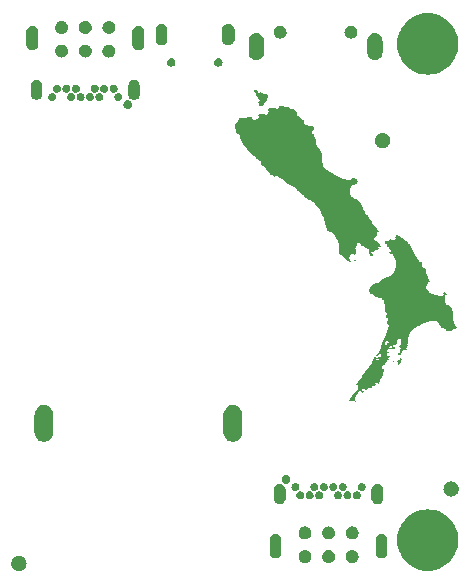
<source format=gbr>
%TF.GenerationSoftware,KiCad,Pcbnew,8.0.5*%
%TF.CreationDate,2024-09-24T22:25:09+12:00*%
%TF.ProjectId,USB Cable Tester,55534220-4361-4626-9c65-205465737465,rev?*%
%TF.SameCoordinates,Original*%
%TF.FileFunction,Soldermask,Bot*%
%TF.FilePolarity,Negative*%
%FSLAX46Y46*%
G04 Gerber Fmt 4.6, Leading zero omitted, Abs format (unit mm)*
G04 Created by KiCad (PCBNEW 8.0.5) date 2024-09-24 22:25:09*
%MOMM*%
%LPD*%
G01*
G04 APERTURE LIST*
G04 APERTURE END LIST*
G36*
X36438298Y-46356725D02*
G01*
X36478108Y-46356725D01*
X36511630Y-46364987D01*
X36544102Y-46368646D01*
X36586101Y-46383342D01*
X36629784Y-46394109D01*
X36655617Y-46407667D01*
X36680976Y-46416541D01*
X36723832Y-46443469D01*
X36768106Y-46466706D01*
X36785895Y-46482466D01*
X36803766Y-46493695D01*
X36844121Y-46534050D01*
X36885035Y-46570297D01*
X36895435Y-46585364D01*
X36906304Y-46596233D01*
X36940467Y-46650603D01*
X36973776Y-46698859D01*
X36978324Y-46710853D01*
X36983458Y-46719023D01*
X37007740Y-46788416D01*
X37029170Y-46844923D01*
X37030050Y-46852174D01*
X37031353Y-46855897D01*
X37042299Y-46953050D01*
X37048000Y-47000000D01*
X37042298Y-47046953D01*
X37031353Y-47144102D01*
X37030050Y-47147823D01*
X37029170Y-47155077D01*
X37007735Y-47211595D01*
X36983458Y-47280976D01*
X36978325Y-47289143D01*
X36973776Y-47301141D01*
X36940460Y-47349406D01*
X36906304Y-47403766D01*
X36895437Y-47414632D01*
X36885035Y-47429703D01*
X36844112Y-47465957D01*
X36803766Y-47506304D01*
X36785899Y-47517530D01*
X36768106Y-47533294D01*
X36723822Y-47556535D01*
X36680976Y-47583458D01*
X36655623Y-47592329D01*
X36629784Y-47605891D01*
X36586091Y-47616659D01*
X36544102Y-47631353D01*
X36511638Y-47635010D01*
X36478108Y-47643275D01*
X36438289Y-47643275D01*
X36400000Y-47647589D01*
X36361711Y-47643275D01*
X36321892Y-47643275D01*
X36288362Y-47635010D01*
X36255897Y-47631353D01*
X36213905Y-47616659D01*
X36170216Y-47605891D01*
X36144378Y-47592330D01*
X36119023Y-47583458D01*
X36076171Y-47556532D01*
X36031894Y-47533294D01*
X36014103Y-47517532D01*
X35996233Y-47506304D01*
X35955878Y-47465949D01*
X35914965Y-47429703D01*
X35904564Y-47414635D01*
X35893695Y-47403766D01*
X35859528Y-47349390D01*
X35826224Y-47301141D01*
X35821675Y-47289147D01*
X35816541Y-47280976D01*
X35792251Y-47211561D01*
X35770830Y-47155077D01*
X35769949Y-47147827D01*
X35768646Y-47144102D01*
X35757687Y-47046839D01*
X35752000Y-47000000D01*
X35757686Y-46953165D01*
X35768646Y-46855897D01*
X35769949Y-46852170D01*
X35770830Y-46844923D01*
X35792246Y-46788450D01*
X35816541Y-46719023D01*
X35821676Y-46710849D01*
X35826224Y-46698859D01*
X35859521Y-46650619D01*
X35893695Y-46596233D01*
X35904566Y-46585361D01*
X35914965Y-46570297D01*
X35955869Y-46534058D01*
X35996233Y-46493695D01*
X36014107Y-46482463D01*
X36031894Y-46466706D01*
X36076161Y-46443472D01*
X36119023Y-46416541D01*
X36144384Y-46407666D01*
X36170216Y-46394109D01*
X36213895Y-46383343D01*
X36255897Y-46368646D01*
X36288369Y-46364987D01*
X36321892Y-46356725D01*
X36361702Y-46356725D01*
X36400000Y-46352410D01*
X36438298Y-46356725D01*
G37*
G36*
X71334716Y-42440278D02*
G01*
X71643542Y-42496872D01*
X71943294Y-42590279D01*
X72229601Y-42719135D01*
X72498289Y-42881563D01*
X72745440Y-43075193D01*
X72967449Y-43297202D01*
X73161079Y-43544353D01*
X73323507Y-43813041D01*
X73452363Y-44099348D01*
X73545770Y-44399100D01*
X73602364Y-44707926D01*
X73621321Y-45021321D01*
X73602364Y-45334716D01*
X73545770Y-45643542D01*
X73452363Y-45943294D01*
X73323507Y-46229601D01*
X73161079Y-46498289D01*
X72967449Y-46745440D01*
X72745440Y-46967449D01*
X72498289Y-47161079D01*
X72229601Y-47323507D01*
X71943294Y-47452363D01*
X71643542Y-47545770D01*
X71334716Y-47602364D01*
X71021321Y-47621321D01*
X70707926Y-47602364D01*
X70399100Y-47545770D01*
X70099348Y-47452363D01*
X69813041Y-47323507D01*
X69544353Y-47161079D01*
X69297202Y-46967449D01*
X69075193Y-46745440D01*
X68881563Y-46498289D01*
X68719135Y-46229601D01*
X68590279Y-45943294D01*
X68496872Y-45643542D01*
X68440278Y-45334716D01*
X68421321Y-45021321D01*
X68440278Y-44707926D01*
X68496872Y-44399100D01*
X68590279Y-44099348D01*
X68719135Y-43813041D01*
X68881563Y-43544353D01*
X69075193Y-43297202D01*
X69297202Y-43075193D01*
X69544353Y-42881563D01*
X69813041Y-42719135D01*
X70099348Y-42590279D01*
X70399100Y-42496872D01*
X70707926Y-42440278D01*
X71021321Y-42421321D01*
X71334716Y-42440278D01*
G37*
G36*
X60655380Y-45875805D02*
G01*
X60687560Y-45875805D01*
X60724457Y-45884899D01*
X60763671Y-45890062D01*
X60790514Y-45901180D01*
X60816181Y-45907507D01*
X60855095Y-45927931D01*
X60896321Y-45945007D01*
X60915129Y-45959439D01*
X60933485Y-45969073D01*
X60971013Y-46002320D01*
X61010230Y-46032412D01*
X61021375Y-46046936D01*
X61032644Y-46056920D01*
X61064959Y-46103737D01*
X61097635Y-46146321D01*
X61102560Y-46158211D01*
X61107899Y-46165946D01*
X61131061Y-46227021D01*
X61152580Y-46278971D01*
X61153545Y-46286305D01*
X61154875Y-46289811D01*
X61165171Y-46374613D01*
X61171321Y-46421321D01*
X61165182Y-46467947D01*
X61154875Y-46552830D01*
X61153545Y-46556334D01*
X61152580Y-46563671D01*
X61131057Y-46615631D01*
X61107899Y-46676695D01*
X61102561Y-46684428D01*
X61097635Y-46696321D01*
X61064952Y-46738913D01*
X61032644Y-46785721D01*
X61021377Y-46795702D01*
X61010230Y-46810230D01*
X60971005Y-46840328D01*
X60933485Y-46873568D01*
X60915133Y-46883199D01*
X60896321Y-46897635D01*
X60855086Y-46914714D01*
X60816181Y-46935134D01*
X60790519Y-46941459D01*
X60763671Y-46952580D01*
X60724455Y-46957742D01*
X60687560Y-46966837D01*
X60655380Y-46966837D01*
X60621321Y-46971321D01*
X60587262Y-46966837D01*
X60555082Y-46966837D01*
X60518186Y-46957742D01*
X60478971Y-46952580D01*
X60452124Y-46941459D01*
X60426460Y-46935134D01*
X60387550Y-46914712D01*
X60346321Y-46897635D01*
X60327510Y-46883201D01*
X60309156Y-46873568D01*
X60271629Y-46840322D01*
X60232412Y-46810230D01*
X60221266Y-46795704D01*
X60209997Y-46785721D01*
X60177679Y-46738900D01*
X60145007Y-46696321D01*
X60140082Y-46684432D01*
X60134742Y-46676695D01*
X60111572Y-46615602D01*
X60090062Y-46563671D01*
X60089096Y-46556338D01*
X60087766Y-46552830D01*
X60077457Y-46467934D01*
X60071321Y-46421321D01*
X60077457Y-46374711D01*
X60087766Y-46289811D01*
X60089096Y-46286301D01*
X60090062Y-46278971D01*
X60111568Y-46227050D01*
X60134742Y-46165946D01*
X60140083Y-46158207D01*
X60145007Y-46146321D01*
X60177672Y-46103750D01*
X60209997Y-46056920D01*
X60221269Y-46046933D01*
X60232412Y-46032412D01*
X60271620Y-46002326D01*
X60309156Y-45969073D01*
X60327514Y-45959437D01*
X60346321Y-45945007D01*
X60387541Y-45927933D01*
X60426460Y-45907507D01*
X60452128Y-45901180D01*
X60478971Y-45890062D01*
X60518183Y-45884899D01*
X60555082Y-45875805D01*
X60587262Y-45875805D01*
X60621321Y-45871321D01*
X60655380Y-45875805D01*
G37*
G36*
X62655380Y-45875805D02*
G01*
X62687560Y-45875805D01*
X62724457Y-45884899D01*
X62763671Y-45890062D01*
X62790514Y-45901180D01*
X62816181Y-45907507D01*
X62855095Y-45927931D01*
X62896321Y-45945007D01*
X62915129Y-45959439D01*
X62933485Y-45969073D01*
X62971013Y-46002320D01*
X63010230Y-46032412D01*
X63021375Y-46046936D01*
X63032644Y-46056920D01*
X63064959Y-46103737D01*
X63097635Y-46146321D01*
X63102560Y-46158211D01*
X63107899Y-46165946D01*
X63131061Y-46227021D01*
X63152580Y-46278971D01*
X63153545Y-46286305D01*
X63154875Y-46289811D01*
X63165171Y-46374613D01*
X63171321Y-46421321D01*
X63165182Y-46467947D01*
X63154875Y-46552830D01*
X63153545Y-46556334D01*
X63152580Y-46563671D01*
X63131057Y-46615631D01*
X63107899Y-46676695D01*
X63102561Y-46684428D01*
X63097635Y-46696321D01*
X63064952Y-46738913D01*
X63032644Y-46785721D01*
X63021377Y-46795702D01*
X63010230Y-46810230D01*
X62971005Y-46840328D01*
X62933485Y-46873568D01*
X62915133Y-46883199D01*
X62896321Y-46897635D01*
X62855086Y-46914714D01*
X62816181Y-46935134D01*
X62790519Y-46941459D01*
X62763671Y-46952580D01*
X62724455Y-46957742D01*
X62687560Y-46966837D01*
X62655380Y-46966837D01*
X62621321Y-46971321D01*
X62587262Y-46966837D01*
X62555082Y-46966837D01*
X62518186Y-46957742D01*
X62478971Y-46952580D01*
X62452124Y-46941459D01*
X62426460Y-46935134D01*
X62387550Y-46914712D01*
X62346321Y-46897635D01*
X62327510Y-46883201D01*
X62309156Y-46873568D01*
X62271629Y-46840322D01*
X62232412Y-46810230D01*
X62221266Y-46795704D01*
X62209997Y-46785721D01*
X62177679Y-46738900D01*
X62145007Y-46696321D01*
X62140082Y-46684432D01*
X62134742Y-46676695D01*
X62111572Y-46615602D01*
X62090062Y-46563671D01*
X62089096Y-46556338D01*
X62087766Y-46552830D01*
X62077457Y-46467934D01*
X62071321Y-46421321D01*
X62077457Y-46374711D01*
X62087766Y-46289811D01*
X62089096Y-46286301D01*
X62090062Y-46278971D01*
X62111568Y-46227050D01*
X62134742Y-46165946D01*
X62140083Y-46158207D01*
X62145007Y-46146321D01*
X62177672Y-46103750D01*
X62209997Y-46056920D01*
X62221269Y-46046933D01*
X62232412Y-46032412D01*
X62271620Y-46002326D01*
X62309156Y-45969073D01*
X62327514Y-45959437D01*
X62346321Y-45945007D01*
X62387541Y-45927933D01*
X62426460Y-45907507D01*
X62452128Y-45901180D01*
X62478971Y-45890062D01*
X62518183Y-45884899D01*
X62555082Y-45875805D01*
X62587262Y-45875805D01*
X62621321Y-45871321D01*
X62655380Y-45875805D01*
G37*
G36*
X64655380Y-45875805D02*
G01*
X64687560Y-45875805D01*
X64724457Y-45884899D01*
X64763671Y-45890062D01*
X64790514Y-45901180D01*
X64816181Y-45907507D01*
X64855095Y-45927931D01*
X64896321Y-45945007D01*
X64915129Y-45959439D01*
X64933485Y-45969073D01*
X64971013Y-46002320D01*
X65010230Y-46032412D01*
X65021375Y-46046936D01*
X65032644Y-46056920D01*
X65064959Y-46103737D01*
X65097635Y-46146321D01*
X65102560Y-46158211D01*
X65107899Y-46165946D01*
X65131061Y-46227021D01*
X65152580Y-46278971D01*
X65153545Y-46286305D01*
X65154875Y-46289811D01*
X65165171Y-46374613D01*
X65171321Y-46421321D01*
X65165182Y-46467947D01*
X65154875Y-46552830D01*
X65153545Y-46556334D01*
X65152580Y-46563671D01*
X65131057Y-46615631D01*
X65107899Y-46676695D01*
X65102561Y-46684428D01*
X65097635Y-46696321D01*
X65064952Y-46738913D01*
X65032644Y-46785721D01*
X65021377Y-46795702D01*
X65010230Y-46810230D01*
X64971005Y-46840328D01*
X64933485Y-46873568D01*
X64915133Y-46883199D01*
X64896321Y-46897635D01*
X64855086Y-46914714D01*
X64816181Y-46935134D01*
X64790519Y-46941459D01*
X64763671Y-46952580D01*
X64724455Y-46957742D01*
X64687560Y-46966837D01*
X64655380Y-46966837D01*
X64621321Y-46971321D01*
X64587262Y-46966837D01*
X64555082Y-46966837D01*
X64518186Y-46957742D01*
X64478971Y-46952580D01*
X64452124Y-46941459D01*
X64426460Y-46935134D01*
X64387550Y-46914712D01*
X64346321Y-46897635D01*
X64327510Y-46883201D01*
X64309156Y-46873568D01*
X64271629Y-46840322D01*
X64232412Y-46810230D01*
X64221266Y-46795704D01*
X64209997Y-46785721D01*
X64177679Y-46738900D01*
X64145007Y-46696321D01*
X64140082Y-46684432D01*
X64134742Y-46676695D01*
X64111572Y-46615602D01*
X64090062Y-46563671D01*
X64089096Y-46556338D01*
X64087766Y-46552830D01*
X64077457Y-46467934D01*
X64071321Y-46421321D01*
X64077457Y-46374711D01*
X64087766Y-46289811D01*
X64089096Y-46286301D01*
X64090062Y-46278971D01*
X64111568Y-46227050D01*
X64134742Y-46165946D01*
X64140083Y-46158207D01*
X64145007Y-46146321D01*
X64177672Y-46103750D01*
X64209997Y-46056920D01*
X64221269Y-46046933D01*
X64232412Y-46032412D01*
X64271620Y-46002326D01*
X64309156Y-45969073D01*
X64327514Y-45959437D01*
X64346321Y-45945007D01*
X64387541Y-45927933D01*
X64426460Y-45907507D01*
X64452128Y-45901180D01*
X64478971Y-45890062D01*
X64518183Y-45884899D01*
X64555082Y-45875805D01*
X64587262Y-45875805D01*
X64621321Y-45871321D01*
X64655380Y-45875805D01*
G37*
G36*
X58322696Y-44509330D02*
G01*
X58435735Y-44574593D01*
X58528031Y-44666889D01*
X58593294Y-44779928D01*
X58627076Y-44906007D01*
X58631354Y-44971270D01*
X58631354Y-46071270D01*
X58627076Y-46136533D01*
X58593294Y-46262612D01*
X58528031Y-46375651D01*
X58435735Y-46467947D01*
X58322696Y-46533210D01*
X58196617Y-46566992D01*
X58066091Y-46566992D01*
X57940012Y-46533210D01*
X57826973Y-46467947D01*
X57734677Y-46375651D01*
X57669414Y-46262612D01*
X57635632Y-46136533D01*
X57631354Y-46071270D01*
X57631354Y-44971270D01*
X57635632Y-44906007D01*
X57669414Y-44779928D01*
X57734677Y-44666889D01*
X57826973Y-44574593D01*
X57940012Y-44509330D01*
X58066091Y-44475548D01*
X58196617Y-44475548D01*
X58322696Y-44509330D01*
G37*
G36*
X67302630Y-44509330D02*
G01*
X67415669Y-44574593D01*
X67507965Y-44666889D01*
X67573228Y-44779928D01*
X67607010Y-44906007D01*
X67611288Y-44971270D01*
X67611288Y-46071270D01*
X67607010Y-46136533D01*
X67573228Y-46262612D01*
X67507965Y-46375651D01*
X67415669Y-46467947D01*
X67302630Y-46533210D01*
X67176551Y-46566992D01*
X67046025Y-46566992D01*
X66919946Y-46533210D01*
X66806907Y-46467947D01*
X66714611Y-46375651D01*
X66649348Y-46262612D01*
X66615566Y-46136533D01*
X66611288Y-46071270D01*
X66611288Y-44971270D01*
X66615566Y-44906007D01*
X66649348Y-44779928D01*
X66714611Y-44666889D01*
X66806907Y-44574593D01*
X66919946Y-44509330D01*
X67046025Y-44475548D01*
X67176551Y-44475548D01*
X67302630Y-44509330D01*
G37*
G36*
X60655380Y-43875805D02*
G01*
X60687560Y-43875805D01*
X60724457Y-43884899D01*
X60763671Y-43890062D01*
X60790514Y-43901180D01*
X60816181Y-43907507D01*
X60855095Y-43927931D01*
X60896321Y-43945007D01*
X60915129Y-43959439D01*
X60933485Y-43969073D01*
X60971013Y-44002320D01*
X61010230Y-44032412D01*
X61021375Y-44046936D01*
X61032644Y-44056920D01*
X61064959Y-44103737D01*
X61097635Y-44146321D01*
X61102560Y-44158211D01*
X61107899Y-44165946D01*
X61131061Y-44227021D01*
X61152580Y-44278971D01*
X61153545Y-44286305D01*
X61154875Y-44289811D01*
X61165171Y-44374613D01*
X61171321Y-44421321D01*
X61165171Y-44468032D01*
X61154875Y-44552830D01*
X61153545Y-44556334D01*
X61152580Y-44563671D01*
X61131057Y-44615631D01*
X61107899Y-44676695D01*
X61102561Y-44684428D01*
X61097635Y-44696321D01*
X61064952Y-44738913D01*
X61032644Y-44785721D01*
X61021377Y-44795702D01*
X61010230Y-44810230D01*
X60971005Y-44840328D01*
X60933485Y-44873568D01*
X60915133Y-44883199D01*
X60896321Y-44897635D01*
X60855086Y-44914714D01*
X60816181Y-44935134D01*
X60790519Y-44941459D01*
X60763671Y-44952580D01*
X60724455Y-44957742D01*
X60687560Y-44966837D01*
X60655380Y-44966837D01*
X60621321Y-44971321D01*
X60587262Y-44966837D01*
X60555082Y-44966837D01*
X60518186Y-44957742D01*
X60478971Y-44952580D01*
X60452124Y-44941459D01*
X60426460Y-44935134D01*
X60387550Y-44914712D01*
X60346321Y-44897635D01*
X60327510Y-44883201D01*
X60309156Y-44873568D01*
X60271629Y-44840322D01*
X60232412Y-44810230D01*
X60221266Y-44795704D01*
X60209997Y-44785721D01*
X60177679Y-44738900D01*
X60145007Y-44696321D01*
X60140082Y-44684432D01*
X60134742Y-44676695D01*
X60111572Y-44615602D01*
X60090062Y-44563671D01*
X60089096Y-44556338D01*
X60087766Y-44552830D01*
X60077457Y-44467934D01*
X60071321Y-44421321D01*
X60077457Y-44374711D01*
X60087766Y-44289811D01*
X60089096Y-44286301D01*
X60090062Y-44278971D01*
X60111568Y-44227050D01*
X60134742Y-44165946D01*
X60140083Y-44158207D01*
X60145007Y-44146321D01*
X60177672Y-44103750D01*
X60209997Y-44056920D01*
X60221269Y-44046933D01*
X60232412Y-44032412D01*
X60271620Y-44002326D01*
X60309156Y-43969073D01*
X60327514Y-43959437D01*
X60346321Y-43945007D01*
X60387541Y-43927933D01*
X60426460Y-43907507D01*
X60452128Y-43901180D01*
X60478971Y-43890062D01*
X60518183Y-43884899D01*
X60555082Y-43875805D01*
X60587262Y-43875805D01*
X60621321Y-43871321D01*
X60655380Y-43875805D01*
G37*
G36*
X62655380Y-43875805D02*
G01*
X62687560Y-43875805D01*
X62724457Y-43884899D01*
X62763671Y-43890062D01*
X62790514Y-43901180D01*
X62816181Y-43907507D01*
X62855095Y-43927931D01*
X62896321Y-43945007D01*
X62915129Y-43959439D01*
X62933485Y-43969073D01*
X62971013Y-44002320D01*
X63010230Y-44032412D01*
X63021375Y-44046936D01*
X63032644Y-44056920D01*
X63064959Y-44103737D01*
X63097635Y-44146321D01*
X63102560Y-44158211D01*
X63107899Y-44165946D01*
X63131061Y-44227021D01*
X63152580Y-44278971D01*
X63153545Y-44286305D01*
X63154875Y-44289811D01*
X63165171Y-44374613D01*
X63171321Y-44421321D01*
X63165171Y-44468032D01*
X63154875Y-44552830D01*
X63153545Y-44556334D01*
X63152580Y-44563671D01*
X63131057Y-44615631D01*
X63107899Y-44676695D01*
X63102561Y-44684428D01*
X63097635Y-44696321D01*
X63064952Y-44738913D01*
X63032644Y-44785721D01*
X63021377Y-44795702D01*
X63010230Y-44810230D01*
X62971005Y-44840328D01*
X62933485Y-44873568D01*
X62915133Y-44883199D01*
X62896321Y-44897635D01*
X62855086Y-44914714D01*
X62816181Y-44935134D01*
X62790519Y-44941459D01*
X62763671Y-44952580D01*
X62724455Y-44957742D01*
X62687560Y-44966837D01*
X62655380Y-44966837D01*
X62621321Y-44971321D01*
X62587262Y-44966837D01*
X62555082Y-44966837D01*
X62518186Y-44957742D01*
X62478971Y-44952580D01*
X62452124Y-44941459D01*
X62426460Y-44935134D01*
X62387550Y-44914712D01*
X62346321Y-44897635D01*
X62327510Y-44883201D01*
X62309156Y-44873568D01*
X62271629Y-44840322D01*
X62232412Y-44810230D01*
X62221266Y-44795704D01*
X62209997Y-44785721D01*
X62177679Y-44738900D01*
X62145007Y-44696321D01*
X62140082Y-44684432D01*
X62134742Y-44676695D01*
X62111572Y-44615602D01*
X62090062Y-44563671D01*
X62089096Y-44556338D01*
X62087766Y-44552830D01*
X62077457Y-44467934D01*
X62071321Y-44421321D01*
X62077457Y-44374711D01*
X62087766Y-44289811D01*
X62089096Y-44286301D01*
X62090062Y-44278971D01*
X62111568Y-44227050D01*
X62134742Y-44165946D01*
X62140083Y-44158207D01*
X62145007Y-44146321D01*
X62177672Y-44103750D01*
X62209997Y-44056920D01*
X62221269Y-44046933D01*
X62232412Y-44032412D01*
X62271620Y-44002326D01*
X62309156Y-43969073D01*
X62327514Y-43959437D01*
X62346321Y-43945007D01*
X62387541Y-43927933D01*
X62426460Y-43907507D01*
X62452128Y-43901180D01*
X62478971Y-43890062D01*
X62518183Y-43884899D01*
X62555082Y-43875805D01*
X62587262Y-43875805D01*
X62621321Y-43871321D01*
X62655380Y-43875805D01*
G37*
G36*
X64655380Y-43875805D02*
G01*
X64687560Y-43875805D01*
X64724457Y-43884899D01*
X64763671Y-43890062D01*
X64790514Y-43901180D01*
X64816181Y-43907507D01*
X64855095Y-43927931D01*
X64896321Y-43945007D01*
X64915129Y-43959439D01*
X64933485Y-43969073D01*
X64971013Y-44002320D01*
X65010230Y-44032412D01*
X65021375Y-44046936D01*
X65032644Y-44056920D01*
X65064959Y-44103737D01*
X65097635Y-44146321D01*
X65102560Y-44158211D01*
X65107899Y-44165946D01*
X65131061Y-44227021D01*
X65152580Y-44278971D01*
X65153545Y-44286305D01*
X65154875Y-44289811D01*
X65165171Y-44374613D01*
X65171321Y-44421321D01*
X65165171Y-44468032D01*
X65154875Y-44552830D01*
X65153545Y-44556334D01*
X65152580Y-44563671D01*
X65131057Y-44615631D01*
X65107899Y-44676695D01*
X65102561Y-44684428D01*
X65097635Y-44696321D01*
X65064952Y-44738913D01*
X65032644Y-44785721D01*
X65021377Y-44795702D01*
X65010230Y-44810230D01*
X64971005Y-44840328D01*
X64933485Y-44873568D01*
X64915133Y-44883199D01*
X64896321Y-44897635D01*
X64855086Y-44914714D01*
X64816181Y-44935134D01*
X64790519Y-44941459D01*
X64763671Y-44952580D01*
X64724455Y-44957742D01*
X64687560Y-44966837D01*
X64655380Y-44966837D01*
X64621321Y-44971321D01*
X64587262Y-44966837D01*
X64555082Y-44966837D01*
X64518186Y-44957742D01*
X64478971Y-44952580D01*
X64452124Y-44941459D01*
X64426460Y-44935134D01*
X64387550Y-44914712D01*
X64346321Y-44897635D01*
X64327510Y-44883201D01*
X64309156Y-44873568D01*
X64271629Y-44840322D01*
X64232412Y-44810230D01*
X64221266Y-44795704D01*
X64209997Y-44785721D01*
X64177679Y-44738900D01*
X64145007Y-44696321D01*
X64140082Y-44684432D01*
X64134742Y-44676695D01*
X64111572Y-44615602D01*
X64090062Y-44563671D01*
X64089096Y-44556338D01*
X64087766Y-44552830D01*
X64077457Y-44467934D01*
X64071321Y-44421321D01*
X64077457Y-44374711D01*
X64087766Y-44289811D01*
X64089096Y-44286301D01*
X64090062Y-44278971D01*
X64111568Y-44227050D01*
X64134742Y-44165946D01*
X64140083Y-44158207D01*
X64145007Y-44146321D01*
X64177672Y-44103750D01*
X64209997Y-44056920D01*
X64221269Y-44046933D01*
X64232412Y-44032412D01*
X64271620Y-44002326D01*
X64309156Y-43969073D01*
X64327514Y-43959437D01*
X64346321Y-43945007D01*
X64387541Y-43927933D01*
X64426460Y-43907507D01*
X64452128Y-43901180D01*
X64478971Y-43890062D01*
X64518183Y-43884899D01*
X64555082Y-43875805D01*
X64587262Y-43875805D01*
X64621321Y-43871321D01*
X64655380Y-43875805D01*
G37*
G36*
X58682615Y-40319439D02*
G01*
X58795654Y-40384702D01*
X58887950Y-40476998D01*
X58953213Y-40590037D01*
X58986995Y-40716116D01*
X58991273Y-40781379D01*
X58991273Y-41481379D01*
X58986995Y-41546642D01*
X58953213Y-41672721D01*
X58887950Y-41785760D01*
X58795654Y-41878056D01*
X58682615Y-41943319D01*
X58556536Y-41977101D01*
X58426010Y-41977101D01*
X58299931Y-41943319D01*
X58186892Y-41878056D01*
X58094596Y-41785760D01*
X58029333Y-41672721D01*
X57995551Y-41546642D01*
X57991273Y-41481379D01*
X57991273Y-40781379D01*
X57995551Y-40716116D01*
X58029333Y-40590037D01*
X58094596Y-40476998D01*
X58186892Y-40384702D01*
X58299931Y-40319439D01*
X58426010Y-40285657D01*
X58556536Y-40285657D01*
X58682615Y-40319439D01*
G37*
G36*
X66942711Y-40319439D02*
G01*
X67055750Y-40384702D01*
X67148046Y-40476998D01*
X67213309Y-40590037D01*
X67247091Y-40716116D01*
X67251369Y-40781379D01*
X67251369Y-41481379D01*
X67247091Y-41546642D01*
X67213309Y-41672721D01*
X67148046Y-41785760D01*
X67055750Y-41878056D01*
X66942711Y-41943319D01*
X66816632Y-41977101D01*
X66686106Y-41977101D01*
X66560027Y-41943319D01*
X66446988Y-41878056D01*
X66354692Y-41785760D01*
X66289429Y-41672721D01*
X66255647Y-41546642D01*
X66251369Y-41481379D01*
X66251369Y-40781379D01*
X66255647Y-40716116D01*
X66289429Y-40590037D01*
X66354692Y-40476998D01*
X66446988Y-40384702D01*
X66560027Y-40319439D01*
X66686106Y-40285657D01*
X66816632Y-40285657D01*
X66942711Y-40319439D01*
G37*
G36*
X60248767Y-40896616D02*
G01*
X60280311Y-40896616D01*
X60304610Y-40905460D01*
X60326088Y-40908862D01*
X60356422Y-40924318D01*
X60391273Y-40937003D01*
X60406665Y-40949919D01*
X60420643Y-40957041D01*
X60449273Y-40985671D01*
X60481729Y-41012905D01*
X60488862Y-41025260D01*
X60495684Y-41032082D01*
X60517346Y-41074596D01*
X60540770Y-41115167D01*
X60542225Y-41123424D01*
X60543863Y-41126637D01*
X60553311Y-41186290D01*
X60561275Y-41231456D01*
X60553305Y-41276655D01*
X60543863Y-41336274D01*
X60542226Y-41339486D01*
X60540770Y-41347745D01*
X60517342Y-41388323D01*
X60495684Y-41430829D01*
X60488863Y-41437649D01*
X60481729Y-41450007D01*
X60449267Y-41477245D01*
X60420643Y-41505870D01*
X60406668Y-41512990D01*
X60391273Y-41525909D01*
X60356415Y-41538596D01*
X60326088Y-41554049D01*
X60304615Y-41557449D01*
X60280311Y-41566296D01*
X60248761Y-41566296D01*
X60221270Y-41570650D01*
X60193779Y-41566296D01*
X60162229Y-41566296D01*
X60137924Y-41557449D01*
X60116451Y-41554049D01*
X60086121Y-41538594D01*
X60051267Y-41525909D01*
X60035872Y-41512991D01*
X60021896Y-41505870D01*
X59993266Y-41477240D01*
X59960811Y-41450007D01*
X59953677Y-41437651D01*
X59946855Y-41430829D01*
X59925189Y-41388308D01*
X59901770Y-41347745D01*
X59900314Y-41339489D01*
X59898676Y-41336274D01*
X59889222Y-41276584D01*
X59881265Y-41231456D01*
X59889221Y-41186331D01*
X59898676Y-41126637D01*
X59900314Y-41123421D01*
X59901770Y-41115167D01*
X59925185Y-41074610D01*
X59946855Y-41032082D01*
X59953678Y-41025258D01*
X59960811Y-41012905D01*
X59993258Y-40985678D01*
X60021896Y-40957041D01*
X60035877Y-40949916D01*
X60051268Y-40937003D01*
X60086112Y-40924320D01*
X60116451Y-40908862D01*
X60137930Y-40905460D01*
X60162229Y-40896616D01*
X60193772Y-40896616D01*
X60221270Y-40892261D01*
X60248767Y-40896616D01*
G37*
G36*
X61048869Y-40896616D02*
G01*
X61080413Y-40896616D01*
X61104712Y-40905460D01*
X61126190Y-40908862D01*
X61156524Y-40924318D01*
X61191375Y-40937003D01*
X61206767Y-40949919D01*
X61220745Y-40957041D01*
X61249375Y-40985671D01*
X61281831Y-41012905D01*
X61288964Y-41025260D01*
X61295786Y-41032082D01*
X61317448Y-41074596D01*
X61340872Y-41115167D01*
X61342327Y-41123424D01*
X61343965Y-41126637D01*
X61353405Y-41186248D01*
X61361377Y-41231456D01*
X61353403Y-41276673D01*
X61343965Y-41336275D01*
X61342327Y-41339487D01*
X61340872Y-41347745D01*
X61317446Y-41388319D01*
X61295786Y-41430829D01*
X61288965Y-41437649D01*
X61281831Y-41450007D01*
X61249369Y-41477245D01*
X61220745Y-41505870D01*
X61206770Y-41512990D01*
X61191375Y-41525909D01*
X61156517Y-41538596D01*
X61126190Y-41554049D01*
X61104717Y-41557449D01*
X61080413Y-41566296D01*
X61048863Y-41566296D01*
X61021372Y-41570650D01*
X60993881Y-41566296D01*
X60962331Y-41566296D01*
X60938026Y-41557449D01*
X60916553Y-41554049D01*
X60886223Y-41538594D01*
X60851369Y-41525909D01*
X60835974Y-41512991D01*
X60821998Y-41505870D01*
X60793368Y-41477240D01*
X60760913Y-41450007D01*
X60753779Y-41437651D01*
X60746957Y-41430829D01*
X60725291Y-41388308D01*
X60701872Y-41347745D01*
X60700416Y-41339489D01*
X60698778Y-41336274D01*
X60689327Y-41276599D01*
X60681367Y-41231456D01*
X60689321Y-41186346D01*
X60698778Y-41126637D01*
X60700416Y-41123421D01*
X60701872Y-41115167D01*
X60725287Y-41074610D01*
X60746957Y-41032082D01*
X60753780Y-41025258D01*
X60760913Y-41012905D01*
X60793360Y-40985678D01*
X60821998Y-40957041D01*
X60835979Y-40949916D01*
X60851370Y-40937003D01*
X60886214Y-40924320D01*
X60916553Y-40908862D01*
X60938032Y-40905460D01*
X60962331Y-40896616D01*
X60993874Y-40896616D01*
X61021372Y-40892261D01*
X61048869Y-40896616D01*
G37*
G36*
X61848716Y-40896616D02*
G01*
X61880260Y-40896616D01*
X61904559Y-40905460D01*
X61926037Y-40908862D01*
X61956371Y-40924318D01*
X61991222Y-40937003D01*
X62006614Y-40949919D01*
X62020592Y-40957041D01*
X62049222Y-40985671D01*
X62081678Y-41012905D01*
X62088811Y-41025260D01*
X62095633Y-41032082D01*
X62117295Y-41074596D01*
X62140719Y-41115167D01*
X62142174Y-41123424D01*
X62143812Y-41126637D01*
X62153257Y-41186275D01*
X62161224Y-41231456D01*
X62153256Y-41276640D01*
X62143812Y-41336274D01*
X62142175Y-41339486D01*
X62140719Y-41347745D01*
X62117291Y-41388323D01*
X62095633Y-41430829D01*
X62088812Y-41437649D01*
X62081678Y-41450007D01*
X62049216Y-41477245D01*
X62020592Y-41505870D01*
X62006617Y-41512990D01*
X61991222Y-41525909D01*
X61956364Y-41538596D01*
X61926037Y-41554049D01*
X61904564Y-41557449D01*
X61880260Y-41566296D01*
X61848710Y-41566296D01*
X61821219Y-41570650D01*
X61793728Y-41566296D01*
X61762178Y-41566296D01*
X61737873Y-41557449D01*
X61716400Y-41554049D01*
X61686070Y-41538594D01*
X61651216Y-41525909D01*
X61635821Y-41512991D01*
X61621845Y-41505870D01*
X61593215Y-41477240D01*
X61560760Y-41450007D01*
X61553626Y-41437651D01*
X61546804Y-41430829D01*
X61525138Y-41388308D01*
X61501719Y-41347745D01*
X61500263Y-41339489D01*
X61498625Y-41336274D01*
X61489166Y-41276558D01*
X61481214Y-41231456D01*
X61489164Y-41186367D01*
X61498625Y-41126637D01*
X61500263Y-41123421D01*
X61501719Y-41115167D01*
X61525134Y-41074610D01*
X61546804Y-41032082D01*
X61553627Y-41025258D01*
X61560760Y-41012905D01*
X61593207Y-40985678D01*
X61621845Y-40957041D01*
X61635826Y-40949916D01*
X61651217Y-40937003D01*
X61686061Y-40924320D01*
X61716400Y-40908862D01*
X61737879Y-40905460D01*
X61762178Y-40896616D01*
X61793721Y-40896616D01*
X61821219Y-40892261D01*
X61848716Y-40896616D01*
G37*
G36*
X63448666Y-40896616D02*
G01*
X63480210Y-40896616D01*
X63504509Y-40905460D01*
X63525987Y-40908862D01*
X63556321Y-40924318D01*
X63591172Y-40937003D01*
X63606564Y-40949919D01*
X63620542Y-40957041D01*
X63649172Y-40985671D01*
X63681628Y-41012905D01*
X63688761Y-41025260D01*
X63695583Y-41032082D01*
X63717245Y-41074596D01*
X63740669Y-41115167D01*
X63742124Y-41123424D01*
X63743762Y-41126637D01*
X63753202Y-41186248D01*
X63761174Y-41231456D01*
X63753200Y-41276673D01*
X63743762Y-41336275D01*
X63742124Y-41339487D01*
X63740669Y-41347745D01*
X63717243Y-41388319D01*
X63695583Y-41430829D01*
X63688762Y-41437649D01*
X63681628Y-41450007D01*
X63649166Y-41477245D01*
X63620542Y-41505870D01*
X63606567Y-41512990D01*
X63591172Y-41525909D01*
X63556314Y-41538596D01*
X63525987Y-41554049D01*
X63504514Y-41557449D01*
X63480210Y-41566296D01*
X63448660Y-41566296D01*
X63421169Y-41570650D01*
X63393678Y-41566296D01*
X63362128Y-41566296D01*
X63337823Y-41557449D01*
X63316350Y-41554049D01*
X63286020Y-41538594D01*
X63251166Y-41525909D01*
X63235771Y-41512991D01*
X63221795Y-41505870D01*
X63193165Y-41477240D01*
X63160710Y-41450007D01*
X63153576Y-41437651D01*
X63146754Y-41430829D01*
X63125088Y-41388308D01*
X63101669Y-41347745D01*
X63100213Y-41339489D01*
X63098575Y-41336274D01*
X63089121Y-41276584D01*
X63081164Y-41231456D01*
X63089120Y-41186331D01*
X63098575Y-41126637D01*
X63100213Y-41123421D01*
X63101669Y-41115167D01*
X63125084Y-41074610D01*
X63146754Y-41032082D01*
X63153577Y-41025258D01*
X63160710Y-41012905D01*
X63193157Y-40985678D01*
X63221795Y-40957041D01*
X63235776Y-40949916D01*
X63251167Y-40937003D01*
X63286011Y-40924320D01*
X63316350Y-40908862D01*
X63337829Y-40905460D01*
X63362128Y-40896616D01*
X63393671Y-40896616D01*
X63421169Y-40892261D01*
X63448666Y-40896616D01*
G37*
G36*
X64248767Y-40896616D02*
G01*
X64280311Y-40896616D01*
X64304610Y-40905460D01*
X64326088Y-40908862D01*
X64356422Y-40924318D01*
X64391273Y-40937003D01*
X64406665Y-40949919D01*
X64420643Y-40957041D01*
X64449273Y-40985671D01*
X64481729Y-41012905D01*
X64488862Y-41025260D01*
X64495684Y-41032082D01*
X64517346Y-41074596D01*
X64540770Y-41115167D01*
X64542225Y-41123424D01*
X64543863Y-41126637D01*
X64553311Y-41186290D01*
X64561275Y-41231456D01*
X64553305Y-41276655D01*
X64543863Y-41336274D01*
X64542226Y-41339486D01*
X64540770Y-41347745D01*
X64517342Y-41388323D01*
X64495684Y-41430829D01*
X64488863Y-41437649D01*
X64481729Y-41450007D01*
X64449267Y-41477245D01*
X64420643Y-41505870D01*
X64406668Y-41512990D01*
X64391273Y-41525909D01*
X64356415Y-41538596D01*
X64326088Y-41554049D01*
X64304615Y-41557449D01*
X64280311Y-41566296D01*
X64248761Y-41566296D01*
X64221270Y-41570650D01*
X64193779Y-41566296D01*
X64162229Y-41566296D01*
X64137924Y-41557449D01*
X64116451Y-41554049D01*
X64086121Y-41538594D01*
X64051267Y-41525909D01*
X64035872Y-41512991D01*
X64021896Y-41505870D01*
X63993266Y-41477240D01*
X63960811Y-41450007D01*
X63953677Y-41437651D01*
X63946855Y-41430829D01*
X63925189Y-41388308D01*
X63901770Y-41347745D01*
X63900314Y-41339489D01*
X63898676Y-41336274D01*
X63889217Y-41276558D01*
X63881265Y-41231456D01*
X63889215Y-41186367D01*
X63898676Y-41126637D01*
X63900314Y-41123421D01*
X63901770Y-41115167D01*
X63925185Y-41074610D01*
X63946855Y-41032082D01*
X63953678Y-41025258D01*
X63960811Y-41012905D01*
X63993258Y-40985678D01*
X64021896Y-40957041D01*
X64035877Y-40949916D01*
X64051268Y-40937003D01*
X64086112Y-40924320D01*
X64116451Y-40908862D01*
X64137930Y-40905460D01*
X64162229Y-40896616D01*
X64193772Y-40896616D01*
X64221270Y-40892261D01*
X64248767Y-40896616D01*
G37*
G36*
X65048869Y-40896616D02*
G01*
X65080413Y-40896616D01*
X65104712Y-40905460D01*
X65126190Y-40908862D01*
X65156524Y-40924318D01*
X65191375Y-40937003D01*
X65206767Y-40949919D01*
X65220745Y-40957041D01*
X65249375Y-40985671D01*
X65281831Y-41012905D01*
X65288964Y-41025260D01*
X65295786Y-41032082D01*
X65317448Y-41074596D01*
X65340872Y-41115167D01*
X65342327Y-41123424D01*
X65343965Y-41126637D01*
X65353410Y-41186275D01*
X65361377Y-41231456D01*
X65353409Y-41276640D01*
X65343965Y-41336274D01*
X65342328Y-41339486D01*
X65340872Y-41347745D01*
X65317444Y-41388323D01*
X65295786Y-41430829D01*
X65288965Y-41437649D01*
X65281831Y-41450007D01*
X65249369Y-41477245D01*
X65220745Y-41505870D01*
X65206770Y-41512990D01*
X65191375Y-41525909D01*
X65156517Y-41538596D01*
X65126190Y-41554049D01*
X65104717Y-41557449D01*
X65080413Y-41566296D01*
X65048863Y-41566296D01*
X65021372Y-41570650D01*
X64993881Y-41566296D01*
X64962331Y-41566296D01*
X64938026Y-41557449D01*
X64916553Y-41554049D01*
X64886223Y-41538594D01*
X64851369Y-41525909D01*
X64835974Y-41512991D01*
X64821998Y-41505870D01*
X64793368Y-41477240D01*
X64760913Y-41450007D01*
X64753779Y-41437651D01*
X64746957Y-41430829D01*
X64725291Y-41388308D01*
X64701872Y-41347745D01*
X64700416Y-41339489D01*
X64698778Y-41336274D01*
X64689327Y-41276599D01*
X64681367Y-41231456D01*
X64689321Y-41186346D01*
X64698778Y-41126637D01*
X64700416Y-41123421D01*
X64701872Y-41115167D01*
X64725287Y-41074610D01*
X64746957Y-41032082D01*
X64753780Y-41025258D01*
X64760913Y-41012905D01*
X64793360Y-40985678D01*
X64821998Y-40957041D01*
X64835979Y-40949916D01*
X64851370Y-40937003D01*
X64886214Y-40924320D01*
X64916553Y-40908862D01*
X64938032Y-40905460D01*
X64962331Y-40896616D01*
X64993874Y-40896616D01*
X65021372Y-40892261D01*
X65048869Y-40896616D01*
G37*
G36*
X73038298Y-40056725D02*
G01*
X73078108Y-40056725D01*
X73111630Y-40064987D01*
X73144102Y-40068646D01*
X73186101Y-40083342D01*
X73229784Y-40094109D01*
X73255617Y-40107667D01*
X73280976Y-40116541D01*
X73323832Y-40143469D01*
X73368106Y-40166706D01*
X73385895Y-40182466D01*
X73403766Y-40193695D01*
X73444121Y-40234050D01*
X73485035Y-40270297D01*
X73495435Y-40285364D01*
X73506304Y-40296233D01*
X73540467Y-40350603D01*
X73573776Y-40398859D01*
X73578324Y-40410853D01*
X73583458Y-40419023D01*
X73607740Y-40488416D01*
X73629170Y-40544923D01*
X73630050Y-40552174D01*
X73631353Y-40555897D01*
X73642299Y-40653050D01*
X73648000Y-40700000D01*
X73642298Y-40746953D01*
X73631353Y-40844102D01*
X73630050Y-40847823D01*
X73629170Y-40855077D01*
X73607735Y-40911595D01*
X73583458Y-40980976D01*
X73578325Y-40989143D01*
X73573776Y-41001141D01*
X73540460Y-41049406D01*
X73506304Y-41103766D01*
X73495437Y-41114632D01*
X73485035Y-41129703D01*
X73444112Y-41165957D01*
X73403766Y-41206304D01*
X73385899Y-41217530D01*
X73368106Y-41233294D01*
X73323822Y-41256535D01*
X73280976Y-41283458D01*
X73255623Y-41292329D01*
X73229784Y-41305891D01*
X73186091Y-41316659D01*
X73144102Y-41331353D01*
X73111638Y-41335010D01*
X73078108Y-41343275D01*
X73038289Y-41343275D01*
X73000000Y-41347589D01*
X72961711Y-41343275D01*
X72921892Y-41343275D01*
X72888362Y-41335010D01*
X72855897Y-41331353D01*
X72813905Y-41316659D01*
X72770216Y-41305891D01*
X72744378Y-41292330D01*
X72719023Y-41283458D01*
X72676171Y-41256532D01*
X72631894Y-41233294D01*
X72614103Y-41217532D01*
X72596233Y-41206304D01*
X72555878Y-41165949D01*
X72514965Y-41129703D01*
X72504564Y-41114635D01*
X72493695Y-41103766D01*
X72459528Y-41049390D01*
X72426224Y-41001141D01*
X72421675Y-40989147D01*
X72416541Y-40980976D01*
X72392251Y-40911561D01*
X72370830Y-40855077D01*
X72369949Y-40847827D01*
X72368646Y-40844102D01*
X72357687Y-40746839D01*
X72352000Y-40700000D01*
X72357686Y-40653165D01*
X72368646Y-40555897D01*
X72369949Y-40552170D01*
X72370830Y-40544923D01*
X72392246Y-40488450D01*
X72416541Y-40419023D01*
X72421676Y-40410849D01*
X72426224Y-40398859D01*
X72459521Y-40350619D01*
X72493695Y-40296233D01*
X72504566Y-40285361D01*
X72514965Y-40270297D01*
X72555869Y-40234058D01*
X72596233Y-40193695D01*
X72614107Y-40182463D01*
X72631894Y-40166706D01*
X72676161Y-40143472D01*
X72719023Y-40116541D01*
X72744384Y-40107666D01*
X72770216Y-40094109D01*
X72813895Y-40083343D01*
X72855897Y-40068646D01*
X72888369Y-40064987D01*
X72921892Y-40056725D01*
X72961702Y-40056725D01*
X73000000Y-40052410D01*
X73038298Y-40056725D01*
G37*
G36*
X59848716Y-40196590D02*
G01*
X59880260Y-40196590D01*
X59904559Y-40205434D01*
X59926037Y-40208836D01*
X59956371Y-40224292D01*
X59991222Y-40236977D01*
X60006614Y-40249893D01*
X60020592Y-40257015D01*
X60049222Y-40285645D01*
X60081678Y-40312879D01*
X60088811Y-40325234D01*
X60095633Y-40332056D01*
X60117295Y-40374570D01*
X60140719Y-40415141D01*
X60142174Y-40423398D01*
X60143812Y-40426611D01*
X60153257Y-40486249D01*
X60161224Y-40531430D01*
X60153256Y-40576614D01*
X60143812Y-40636248D01*
X60142175Y-40639460D01*
X60140719Y-40647719D01*
X60117291Y-40688297D01*
X60095633Y-40730803D01*
X60088812Y-40737623D01*
X60081678Y-40749981D01*
X60049216Y-40777219D01*
X60020592Y-40805844D01*
X60006617Y-40812964D01*
X59991222Y-40825883D01*
X59956364Y-40838570D01*
X59926037Y-40854023D01*
X59904564Y-40857423D01*
X59880260Y-40866270D01*
X59848710Y-40866270D01*
X59821219Y-40870624D01*
X59793728Y-40866270D01*
X59762178Y-40866270D01*
X59737873Y-40857423D01*
X59716400Y-40854023D01*
X59686070Y-40838568D01*
X59651216Y-40825883D01*
X59635821Y-40812965D01*
X59621845Y-40805844D01*
X59593215Y-40777214D01*
X59560760Y-40749981D01*
X59553626Y-40737625D01*
X59546804Y-40730803D01*
X59525138Y-40688282D01*
X59501719Y-40647719D01*
X59500263Y-40639463D01*
X59498625Y-40636248D01*
X59489171Y-40576558D01*
X59481214Y-40531430D01*
X59489170Y-40486305D01*
X59498625Y-40426611D01*
X59500263Y-40423395D01*
X59501719Y-40415141D01*
X59525134Y-40374584D01*
X59546804Y-40332056D01*
X59553627Y-40325232D01*
X59560760Y-40312879D01*
X59593207Y-40285652D01*
X59621845Y-40257015D01*
X59635826Y-40249890D01*
X59651217Y-40236977D01*
X59686061Y-40224294D01*
X59716400Y-40208836D01*
X59737879Y-40205434D01*
X59762178Y-40196590D01*
X59793721Y-40196590D01*
X59821219Y-40192235D01*
X59848716Y-40196590D01*
G37*
G36*
X61448666Y-40196590D02*
G01*
X61480210Y-40196590D01*
X61504509Y-40205434D01*
X61525987Y-40208836D01*
X61556321Y-40224292D01*
X61591172Y-40236977D01*
X61606564Y-40249893D01*
X61620542Y-40257015D01*
X61649172Y-40285645D01*
X61681628Y-40312879D01*
X61688761Y-40325234D01*
X61695583Y-40332056D01*
X61717245Y-40374570D01*
X61740669Y-40415141D01*
X61742124Y-40423398D01*
X61743762Y-40426611D01*
X61753202Y-40486222D01*
X61761174Y-40531430D01*
X61753200Y-40576647D01*
X61743762Y-40636249D01*
X61742124Y-40639461D01*
X61740669Y-40647719D01*
X61717243Y-40688293D01*
X61695583Y-40730803D01*
X61688762Y-40737623D01*
X61681628Y-40749981D01*
X61649166Y-40777219D01*
X61620542Y-40805844D01*
X61606567Y-40812964D01*
X61591172Y-40825883D01*
X61556314Y-40838570D01*
X61525987Y-40854023D01*
X61504514Y-40857423D01*
X61480210Y-40866270D01*
X61448660Y-40866270D01*
X61421169Y-40870624D01*
X61393678Y-40866270D01*
X61362128Y-40866270D01*
X61337823Y-40857423D01*
X61316350Y-40854023D01*
X61286020Y-40838568D01*
X61251166Y-40825883D01*
X61235771Y-40812965D01*
X61221795Y-40805844D01*
X61193165Y-40777214D01*
X61160710Y-40749981D01*
X61153576Y-40737625D01*
X61146754Y-40730803D01*
X61125088Y-40688282D01*
X61101669Y-40647719D01*
X61100213Y-40639463D01*
X61098575Y-40636248D01*
X61089121Y-40576558D01*
X61081164Y-40531430D01*
X61089120Y-40486305D01*
X61098575Y-40426611D01*
X61100213Y-40423395D01*
X61101669Y-40415141D01*
X61125084Y-40374584D01*
X61146754Y-40332056D01*
X61153577Y-40325232D01*
X61160710Y-40312879D01*
X61193157Y-40285652D01*
X61221795Y-40257015D01*
X61235776Y-40249890D01*
X61251167Y-40236977D01*
X61286011Y-40224294D01*
X61316350Y-40208836D01*
X61337829Y-40205434D01*
X61362128Y-40196590D01*
X61393671Y-40196590D01*
X61421169Y-40192235D01*
X61448666Y-40196590D01*
G37*
G36*
X62248767Y-40196590D02*
G01*
X62280311Y-40196590D01*
X62304610Y-40205434D01*
X62326088Y-40208836D01*
X62356422Y-40224292D01*
X62391273Y-40236977D01*
X62406665Y-40249893D01*
X62420643Y-40257015D01*
X62449273Y-40285645D01*
X62481729Y-40312879D01*
X62488862Y-40325234D01*
X62495684Y-40332056D01*
X62517346Y-40374570D01*
X62540770Y-40415141D01*
X62542225Y-40423398D01*
X62543863Y-40426611D01*
X62553311Y-40486264D01*
X62561275Y-40531430D01*
X62553305Y-40576629D01*
X62543863Y-40636248D01*
X62542226Y-40639460D01*
X62540770Y-40647719D01*
X62517342Y-40688297D01*
X62495684Y-40730803D01*
X62488863Y-40737623D01*
X62481729Y-40749981D01*
X62449267Y-40777219D01*
X62420643Y-40805844D01*
X62406668Y-40812964D01*
X62391273Y-40825883D01*
X62356415Y-40838570D01*
X62326088Y-40854023D01*
X62304615Y-40857423D01*
X62280311Y-40866270D01*
X62248761Y-40866270D01*
X62221270Y-40870624D01*
X62193779Y-40866270D01*
X62162229Y-40866270D01*
X62137924Y-40857423D01*
X62116451Y-40854023D01*
X62086121Y-40838568D01*
X62051267Y-40825883D01*
X62035872Y-40812965D01*
X62021896Y-40805844D01*
X61993266Y-40777214D01*
X61960811Y-40749981D01*
X61953677Y-40737625D01*
X61946855Y-40730803D01*
X61925189Y-40688282D01*
X61901770Y-40647719D01*
X61900314Y-40639463D01*
X61898676Y-40636248D01*
X61889217Y-40576532D01*
X61881265Y-40531430D01*
X61889215Y-40486341D01*
X61898676Y-40426611D01*
X61900314Y-40423395D01*
X61901770Y-40415141D01*
X61925185Y-40374584D01*
X61946855Y-40332056D01*
X61953678Y-40325232D01*
X61960811Y-40312879D01*
X61993258Y-40285652D01*
X62021896Y-40257015D01*
X62035877Y-40249890D01*
X62051268Y-40236977D01*
X62086112Y-40224294D01*
X62116451Y-40208836D01*
X62137930Y-40205434D01*
X62162229Y-40196590D01*
X62193772Y-40196590D01*
X62221270Y-40192235D01*
X62248767Y-40196590D01*
G37*
G36*
X63048869Y-40196590D02*
G01*
X63080413Y-40196590D01*
X63104712Y-40205434D01*
X63126190Y-40208836D01*
X63156524Y-40224292D01*
X63191375Y-40236977D01*
X63206767Y-40249893D01*
X63220745Y-40257015D01*
X63249375Y-40285645D01*
X63281831Y-40312879D01*
X63288964Y-40325234D01*
X63295786Y-40332056D01*
X63317448Y-40374570D01*
X63340872Y-40415141D01*
X63342327Y-40423398D01*
X63343965Y-40426611D01*
X63353405Y-40486222D01*
X63361377Y-40531430D01*
X63353403Y-40576647D01*
X63343965Y-40636249D01*
X63342327Y-40639461D01*
X63340872Y-40647719D01*
X63317446Y-40688293D01*
X63295786Y-40730803D01*
X63288965Y-40737623D01*
X63281831Y-40749981D01*
X63249369Y-40777219D01*
X63220745Y-40805844D01*
X63206770Y-40812964D01*
X63191375Y-40825883D01*
X63156517Y-40838570D01*
X63126190Y-40854023D01*
X63104717Y-40857423D01*
X63080413Y-40866270D01*
X63048863Y-40866270D01*
X63021372Y-40870624D01*
X62993881Y-40866270D01*
X62962331Y-40866270D01*
X62938026Y-40857423D01*
X62916553Y-40854023D01*
X62886223Y-40838568D01*
X62851369Y-40825883D01*
X62835974Y-40812965D01*
X62821998Y-40805844D01*
X62793368Y-40777214D01*
X62760913Y-40749981D01*
X62753779Y-40737625D01*
X62746957Y-40730803D01*
X62725291Y-40688282D01*
X62701872Y-40647719D01*
X62700416Y-40639463D01*
X62698778Y-40636248D01*
X62689327Y-40576573D01*
X62681367Y-40531430D01*
X62689321Y-40486320D01*
X62698778Y-40426611D01*
X62700416Y-40423395D01*
X62701872Y-40415141D01*
X62725287Y-40374584D01*
X62746957Y-40332056D01*
X62753780Y-40325232D01*
X62760913Y-40312879D01*
X62793360Y-40285652D01*
X62821998Y-40257015D01*
X62835979Y-40249890D01*
X62851370Y-40236977D01*
X62886214Y-40224294D01*
X62916553Y-40208836D01*
X62938032Y-40205434D01*
X62962331Y-40196590D01*
X62993874Y-40196590D01*
X63021372Y-40192235D01*
X63048869Y-40196590D01*
G37*
G36*
X63848716Y-40196590D02*
G01*
X63880260Y-40196590D01*
X63904559Y-40205434D01*
X63926037Y-40208836D01*
X63956371Y-40224292D01*
X63991222Y-40236977D01*
X64006614Y-40249893D01*
X64020592Y-40257015D01*
X64049222Y-40285645D01*
X64081678Y-40312879D01*
X64088811Y-40325234D01*
X64095633Y-40332056D01*
X64117295Y-40374570D01*
X64140719Y-40415141D01*
X64142174Y-40423398D01*
X64143812Y-40426611D01*
X64153257Y-40486249D01*
X64161224Y-40531430D01*
X64153256Y-40576614D01*
X64143812Y-40636248D01*
X64142175Y-40639460D01*
X64140719Y-40647719D01*
X64117291Y-40688297D01*
X64095633Y-40730803D01*
X64088812Y-40737623D01*
X64081678Y-40749981D01*
X64049216Y-40777219D01*
X64020592Y-40805844D01*
X64006617Y-40812964D01*
X63991222Y-40825883D01*
X63956364Y-40838570D01*
X63926037Y-40854023D01*
X63904564Y-40857423D01*
X63880260Y-40866270D01*
X63848710Y-40866270D01*
X63821219Y-40870624D01*
X63793728Y-40866270D01*
X63762178Y-40866270D01*
X63737873Y-40857423D01*
X63716400Y-40854023D01*
X63686070Y-40838568D01*
X63651216Y-40825883D01*
X63635821Y-40812965D01*
X63621845Y-40805844D01*
X63593215Y-40777214D01*
X63560760Y-40749981D01*
X63553626Y-40737625D01*
X63546804Y-40730803D01*
X63525138Y-40688282D01*
X63501719Y-40647719D01*
X63500263Y-40639463D01*
X63498625Y-40636248D01*
X63489166Y-40576532D01*
X63481214Y-40531430D01*
X63489164Y-40486341D01*
X63498625Y-40426611D01*
X63500263Y-40423395D01*
X63501719Y-40415141D01*
X63525134Y-40374584D01*
X63546804Y-40332056D01*
X63553627Y-40325232D01*
X63560760Y-40312879D01*
X63593207Y-40285652D01*
X63621845Y-40257015D01*
X63635826Y-40249890D01*
X63651217Y-40236977D01*
X63686061Y-40224294D01*
X63716400Y-40208836D01*
X63737879Y-40205434D01*
X63762178Y-40196590D01*
X63793721Y-40196590D01*
X63821219Y-40192235D01*
X63848716Y-40196590D01*
G37*
G36*
X65448920Y-40196590D02*
G01*
X65480464Y-40196590D01*
X65504763Y-40205434D01*
X65526241Y-40208836D01*
X65556575Y-40224292D01*
X65591426Y-40236977D01*
X65606818Y-40249893D01*
X65620796Y-40257015D01*
X65649426Y-40285645D01*
X65681882Y-40312879D01*
X65689015Y-40325234D01*
X65695837Y-40332056D01*
X65717499Y-40374570D01*
X65740923Y-40415141D01*
X65742378Y-40423398D01*
X65744016Y-40426611D01*
X65753461Y-40486249D01*
X65761428Y-40531430D01*
X65753460Y-40576614D01*
X65744016Y-40636248D01*
X65742379Y-40639460D01*
X65740923Y-40647719D01*
X65717495Y-40688297D01*
X65695837Y-40730803D01*
X65689016Y-40737623D01*
X65681882Y-40749981D01*
X65649420Y-40777219D01*
X65620796Y-40805844D01*
X65606821Y-40812964D01*
X65591426Y-40825883D01*
X65556568Y-40838570D01*
X65526241Y-40854023D01*
X65504768Y-40857423D01*
X65480464Y-40866270D01*
X65448914Y-40866270D01*
X65421423Y-40870624D01*
X65393932Y-40866270D01*
X65362382Y-40866270D01*
X65338077Y-40857423D01*
X65316604Y-40854023D01*
X65286274Y-40838568D01*
X65251420Y-40825883D01*
X65236025Y-40812965D01*
X65222049Y-40805844D01*
X65193419Y-40777214D01*
X65160964Y-40749981D01*
X65153830Y-40737625D01*
X65147008Y-40730803D01*
X65125342Y-40688282D01*
X65101923Y-40647719D01*
X65100467Y-40639463D01*
X65098829Y-40636248D01*
X65089375Y-40576558D01*
X65081418Y-40531430D01*
X65089374Y-40486305D01*
X65098829Y-40426611D01*
X65100467Y-40423395D01*
X65101923Y-40415141D01*
X65125338Y-40374584D01*
X65147008Y-40332056D01*
X65153831Y-40325232D01*
X65160964Y-40312879D01*
X65193411Y-40285652D01*
X65222049Y-40257015D01*
X65236030Y-40249890D01*
X65251421Y-40236977D01*
X65286265Y-40224294D01*
X65316604Y-40208836D01*
X65338083Y-40205434D01*
X65362382Y-40196590D01*
X65393925Y-40196590D01*
X65421423Y-40192235D01*
X65448920Y-40196590D01*
G37*
G36*
X59049646Y-39510928D02*
G01*
X59074644Y-39510928D01*
X59103919Y-39519523D01*
X59137251Y-39524803D01*
X59158130Y-39535441D01*
X59176870Y-39540944D01*
X59207261Y-39560475D01*
X59241787Y-39578067D01*
X59254649Y-39590929D01*
X59266501Y-39598546D01*
X59293988Y-39630268D01*
X59324748Y-39661028D01*
X59330609Y-39672531D01*
X59336275Y-39679070D01*
X59356448Y-39723243D01*
X59378012Y-39765564D01*
X59379199Y-39773060D01*
X59380534Y-39775983D01*
X59389119Y-39835692D01*
X59396365Y-39881443D01*
X59389118Y-39927197D01*
X59380534Y-39986902D01*
X59379199Y-39989824D01*
X59378012Y-39997322D01*
X59356443Y-40039651D01*
X59336275Y-40083815D01*
X59330610Y-40090352D01*
X59324748Y-40101858D01*
X59293982Y-40132623D01*
X59266501Y-40164339D01*
X59254652Y-40171953D01*
X59241787Y-40184819D01*
X59207253Y-40202414D01*
X59176870Y-40221941D01*
X59158134Y-40227442D01*
X59137251Y-40238083D01*
X59103916Y-40243362D01*
X59074644Y-40251958D01*
X59049646Y-40251958D01*
X59021372Y-40256436D01*
X58993098Y-40251958D01*
X58968100Y-40251958D01*
X58938826Y-40243362D01*
X58905493Y-40238083D01*
X58884611Y-40227443D01*
X58865873Y-40221941D01*
X58835485Y-40202412D01*
X58800957Y-40184819D01*
X58788093Y-40171955D01*
X58776242Y-40164339D01*
X58748754Y-40132616D01*
X58717996Y-40101858D01*
X58712134Y-40090354D01*
X58706468Y-40083815D01*
X58686290Y-40039632D01*
X58664732Y-39997322D01*
X58663545Y-39989827D01*
X58662209Y-39986902D01*
X58653614Y-39927128D01*
X58646379Y-39881443D01*
X58653614Y-39835761D01*
X58662209Y-39775983D01*
X58663545Y-39773057D01*
X58664732Y-39765564D01*
X58686286Y-39723261D01*
X58706468Y-39679070D01*
X58712136Y-39672528D01*
X58717996Y-39661028D01*
X58748747Y-39630276D01*
X58776242Y-39598546D01*
X58788096Y-39590927D01*
X58800957Y-39578067D01*
X58835477Y-39560477D01*
X58865873Y-39540944D01*
X58884614Y-39535440D01*
X58905493Y-39524803D01*
X58938824Y-39519523D01*
X58968100Y-39510928D01*
X58993098Y-39510928D01*
X59021372Y-39506450D01*
X59049646Y-39510928D01*
G37*
G36*
X38753549Y-33630890D02*
G01*
X38898438Y-33690905D01*
X39028836Y-33778034D01*
X39139729Y-33888927D01*
X39226858Y-34019325D01*
X39286873Y-34164214D01*
X39317469Y-34318028D01*
X39321321Y-34396442D01*
X39321321Y-35896442D01*
X39317469Y-35974856D01*
X39286873Y-36128670D01*
X39226858Y-36273559D01*
X39139729Y-36403957D01*
X39028836Y-36514850D01*
X38898438Y-36601979D01*
X38753549Y-36661994D01*
X38599735Y-36692590D01*
X38442907Y-36692590D01*
X38289093Y-36661994D01*
X38144204Y-36601979D01*
X38013806Y-36514850D01*
X37902913Y-36403957D01*
X37815784Y-36273559D01*
X37755769Y-36128670D01*
X37725173Y-35974856D01*
X37721321Y-35896442D01*
X37721321Y-34396442D01*
X37725173Y-34318028D01*
X37755769Y-34164214D01*
X37815784Y-34019325D01*
X37902913Y-33888927D01*
X38013806Y-33778034D01*
X38144204Y-33690905D01*
X38289093Y-33630890D01*
X38442907Y-33600294D01*
X38599735Y-33600294D01*
X38753549Y-33630890D01*
G37*
G36*
X54753549Y-33630890D02*
G01*
X54898438Y-33690905D01*
X55028836Y-33778034D01*
X55139729Y-33888927D01*
X55226858Y-34019325D01*
X55286873Y-34164214D01*
X55317469Y-34318028D01*
X55321321Y-34396442D01*
X55321321Y-35896442D01*
X55317469Y-35974856D01*
X55286873Y-36128670D01*
X55226858Y-36273559D01*
X55139729Y-36403957D01*
X55028836Y-36514850D01*
X54898438Y-36601979D01*
X54753549Y-36661994D01*
X54599735Y-36692590D01*
X54442907Y-36692590D01*
X54289093Y-36661994D01*
X54144204Y-36601979D01*
X54013806Y-36514850D01*
X53902913Y-36403957D01*
X53815784Y-36273559D01*
X53755769Y-36128670D01*
X53725173Y-35974856D01*
X53721321Y-35896442D01*
X53721321Y-34396442D01*
X53725173Y-34318028D01*
X53755769Y-34164214D01*
X53815784Y-34019325D01*
X53902913Y-33888927D01*
X54013806Y-33778034D01*
X54144204Y-33690905D01*
X54289093Y-33630890D01*
X54442907Y-33600294D01*
X54599735Y-33600294D01*
X54753549Y-33630890D01*
G37*
G36*
X68464423Y-19169587D02*
G01*
X68484280Y-19180833D01*
X68535029Y-19236513D01*
X68560408Y-19247601D01*
X68630898Y-19247042D01*
X68655437Y-19256307D01*
X68742844Y-19334533D01*
X68752489Y-19348259D01*
X68758501Y-19363130D01*
X68777563Y-19381982D01*
X68875750Y-19420417D01*
X68889471Y-19429784D01*
X69019698Y-19570741D01*
X69028644Y-19577573D01*
X69226557Y-19680473D01*
X69237414Y-19689004D01*
X69308930Y-19770837D01*
X69316204Y-19783541D01*
X69336853Y-19845487D01*
X69353834Y-19865042D01*
X69457422Y-19916677D01*
X69475204Y-19936354D01*
X69519622Y-20053895D01*
X69526961Y-20065349D01*
X69625058Y-20164832D01*
X69635503Y-20189125D01*
X69636736Y-20225629D01*
X69641558Y-20241732D01*
X69678642Y-20302473D01*
X69683860Y-20317801D01*
X69690403Y-20378113D01*
X69703642Y-20401478D01*
X69711328Y-20407296D01*
X69724360Y-20426124D01*
X69745682Y-20498122D01*
X69755508Y-20513541D01*
X69867796Y-20612820D01*
X69873527Y-20624562D01*
X69874171Y-20625131D01*
X69874069Y-20625672D01*
X69877747Y-20633206D01*
X69872344Y-20662096D01*
X69875363Y-20683285D01*
X69924350Y-20780240D01*
X69927915Y-20791334D01*
X69940088Y-20869740D01*
X69943424Y-20879879D01*
X70004456Y-20996619D01*
X70010448Y-21004726D01*
X70103868Y-21097053D01*
X70111283Y-21107467D01*
X70166428Y-21222737D01*
X70176171Y-21234718D01*
X70245375Y-21287506D01*
X70258703Y-21307852D01*
X70268886Y-21349329D01*
X70282118Y-21368741D01*
X70389544Y-21444610D01*
X70404557Y-21450408D01*
X70472729Y-21458780D01*
X70484102Y-21465215D01*
X70484953Y-21465320D01*
X70485045Y-21465748D01*
X70490029Y-21468569D01*
X70491389Y-21471477D01*
X70504309Y-21531665D01*
X70503318Y-21550847D01*
X70493597Y-21580701D01*
X70494290Y-21603363D01*
X70569129Y-21792997D01*
X70571647Y-21804152D01*
X70578088Y-21898524D01*
X70590574Y-21922564D01*
X70666482Y-21984058D01*
X70676040Y-21989437D01*
X70714082Y-22003074D01*
X70741645Y-22001008D01*
X70743183Y-22000179D01*
X70743721Y-21999520D01*
X70743945Y-21999929D01*
X70750527Y-22001904D01*
X70751123Y-22002621D01*
X70833254Y-22152410D01*
X70845196Y-22164844D01*
X70866192Y-22177482D01*
X70873954Y-22187990D01*
X70874690Y-22188433D01*
X70874676Y-22188966D01*
X70879506Y-22195505D01*
X70878449Y-22235949D01*
X70885095Y-22256841D01*
X70904686Y-22283035D01*
X70907910Y-22295695D01*
X70908425Y-22296383D01*
X70908196Y-22296816D01*
X70910037Y-22304043D01*
X70896405Y-22329898D01*
X70893318Y-22352735D01*
X70902801Y-22395840D01*
X70904141Y-22400347D01*
X70970631Y-22576370D01*
X70973212Y-22581686D01*
X71078491Y-22756170D01*
X71082857Y-22782744D01*
X71068848Y-22846230D01*
X71069107Y-22861519D01*
X71100081Y-22982243D01*
X71104961Y-22992868D01*
X71217059Y-23153266D01*
X71219875Y-23166023D01*
X71220368Y-23166729D01*
X71219680Y-23167193D01*
X71212908Y-23177803D01*
X71204510Y-23183478D01*
X71191710Y-23186092D01*
X71191000Y-23186573D01*
X71190473Y-23186345D01*
X71181920Y-23188093D01*
X71132693Y-23166806D01*
X71103361Y-23167860D01*
X71035226Y-23203337D01*
X71020522Y-23218565D01*
X70959975Y-23345502D01*
X70956769Y-23360009D01*
X70958139Y-23495461D01*
X70953262Y-23507578D01*
X70953271Y-23508439D01*
X70952740Y-23508307D01*
X70944388Y-23511866D01*
X70923977Y-23509475D01*
X70879274Y-23555677D01*
X70893891Y-23652644D01*
X70896652Y-23661720D01*
X70935483Y-23743991D01*
X70950647Y-23759558D01*
X70976804Y-23772755D01*
X70988848Y-23782432D01*
X71098113Y-23916346D01*
X71105147Y-23929973D01*
X71134772Y-24037576D01*
X71145183Y-24053983D01*
X71205226Y-24105447D01*
X71211462Y-24109650D01*
X71376510Y-24195048D01*
X71380301Y-24196713D01*
X71705559Y-24315482D01*
X71714634Y-24317394D01*
X72101221Y-24342648D01*
X72106270Y-24342586D01*
X72221538Y-24332174D01*
X72229721Y-24330354D01*
X72331260Y-24293555D01*
X72344321Y-24294140D01*
X72345111Y-24293854D01*
X72345371Y-24294187D01*
X72356789Y-24294699D01*
X72397807Y-24236851D01*
X72366856Y-24159809D01*
X72351098Y-24142494D01*
X72349945Y-24141899D01*
X72341508Y-24131924D01*
X72340746Y-24131531D01*
X72341122Y-24130956D01*
X72341996Y-24120511D01*
X72365902Y-24084082D01*
X72370627Y-24072595D01*
X72399953Y-23927709D01*
X72407250Y-23916867D01*
X72407420Y-23916029D01*
X72407669Y-23916313D01*
X72409816Y-23915894D01*
X72418220Y-23920767D01*
X72473376Y-23983708D01*
X72481577Y-23999672D01*
X72505807Y-24103320D01*
X72514883Y-24119452D01*
X72618382Y-24220907D01*
X72623503Y-24232928D01*
X72624115Y-24233528D01*
X72623639Y-24233829D01*
X72620438Y-24241783D01*
X72571428Y-24272891D01*
X72558560Y-24275137D01*
X72557835Y-24275598D01*
X72557428Y-24275335D01*
X72550150Y-24276606D01*
X72545347Y-24274592D01*
X72520693Y-24274046D01*
X72491810Y-24284680D01*
X72469963Y-24309712D01*
X72448310Y-24407867D01*
X72448439Y-24422608D01*
X72464840Y-24491250D01*
X72464172Y-24495439D01*
X72464092Y-24505211D01*
X72481459Y-24626774D01*
X72479492Y-24644944D01*
X72475286Y-24656197D01*
X72477652Y-24685126D01*
X72490579Y-24707654D01*
X72494843Y-24732269D01*
X72485820Y-24782460D01*
X72486800Y-24798130D01*
X72504886Y-24856001D01*
X72513685Y-24870117D01*
X72566179Y-24919896D01*
X72571498Y-24931831D01*
X72572120Y-24932421D01*
X72571734Y-24932510D01*
X72570518Y-24935682D01*
X72534398Y-24956355D01*
X72524123Y-25016923D01*
X72568128Y-25067616D01*
X72582053Y-25077103D01*
X72614683Y-25088657D01*
X72649080Y-25082197D01*
X72708286Y-25031138D01*
X72720694Y-25027039D01*
X72721344Y-25026480D01*
X72721479Y-25026915D01*
X72727238Y-25029815D01*
X72728104Y-25031375D01*
X72741119Y-25073187D01*
X72752816Y-25089840D01*
X72802757Y-25127641D01*
X72826420Y-25134295D01*
X72830217Y-25133915D01*
X72842729Y-25137690D01*
X72843582Y-25137605D01*
X72843749Y-25137997D01*
X72848721Y-25139498D01*
X72851270Y-25142894D01*
X72862732Y-25169807D01*
X72872335Y-25182528D01*
X72918972Y-25220254D01*
X72931528Y-25240087D01*
X72935854Y-25257909D01*
X72947349Y-25276030D01*
X73062075Y-25368486D01*
X73068336Y-25379953D01*
X73069006Y-25380493D01*
X73068925Y-25381032D01*
X73072900Y-25388311D01*
X73059283Y-25480065D01*
X73063571Y-25501994D01*
X73097176Y-25558885D01*
X73108088Y-25570075D01*
X73143241Y-25592047D01*
X73150827Y-25602685D01*
X73151555Y-25603140D01*
X73151486Y-25603609D01*
X73155616Y-25609400D01*
X73155634Y-25609841D01*
X73146176Y-25675007D01*
X73144780Y-25681050D01*
X73131054Y-25723894D01*
X73129498Y-25733476D01*
X73128433Y-25823017D01*
X73129387Y-25831246D01*
X73137094Y-25862381D01*
X73138174Y-25872405D01*
X73137399Y-25900061D01*
X73121751Y-25943550D01*
X73124750Y-25972950D01*
X73134194Y-25988396D01*
X73134888Y-25988902D01*
X73134912Y-25989572D01*
X73140236Y-25998279D01*
X73141334Y-26028160D01*
X73150496Y-26050004D01*
X73159401Y-26059418D01*
X73164063Y-26071621D01*
X73164654Y-26072246D01*
X73164410Y-26072529D01*
X73164998Y-26074068D01*
X73161169Y-26083985D01*
X73129796Y-26120552D01*
X73135485Y-26176085D01*
X73180183Y-26210596D01*
X73189708Y-26224633D01*
X73192348Y-26237429D01*
X73192831Y-26238140D01*
X73192619Y-26238740D01*
X73194577Y-26248227D01*
X73185523Y-26273913D01*
X73186385Y-26298491D01*
X73190691Y-26308429D01*
X73190903Y-26321489D01*
X73191245Y-26322277D01*
X73190918Y-26322424D01*
X73190919Y-26322432D01*
X73181761Y-26332036D01*
X73161809Y-26341031D01*
X73148087Y-26405391D01*
X73216545Y-26482331D01*
X73220833Y-26494671D01*
X73221405Y-26495314D01*
X73221348Y-26496153D01*
X73225543Y-26508225D01*
X73221290Y-26571120D01*
X73222525Y-26582501D01*
X73248037Y-26669973D01*
X73258252Y-26685837D01*
X73310907Y-26731138D01*
X73316797Y-26742801D01*
X73317448Y-26743361D01*
X73317276Y-26743749D01*
X73319554Y-26748259D01*
X73317061Y-26762759D01*
X73321884Y-26786597D01*
X73463119Y-27007190D01*
X73465417Y-27020051D01*
X73465881Y-27020776D01*
X73465636Y-27021276D01*
X73467125Y-27029608D01*
X73455561Y-27053238D01*
X73444286Y-27066759D01*
X73368596Y-27122602D01*
X73349691Y-27129681D01*
X73199605Y-27141860D01*
X73187790Y-27145116D01*
X73152320Y-27162556D01*
X73143496Y-27168907D01*
X73102804Y-27210035D01*
X73094588Y-27246308D01*
X73108122Y-27285246D01*
X73108694Y-27285888D01*
X73108289Y-27285969D01*
X73106373Y-27289928D01*
X73101230Y-27292497D01*
X72894551Y-27334265D01*
X72881730Y-27331755D01*
X72880888Y-27331926D01*
X72880790Y-27331571D01*
X72879785Y-27331375D01*
X72867289Y-27314132D01*
X72834335Y-27299990D01*
X72745741Y-27311838D01*
X72742284Y-27312492D01*
X72733432Y-27314669D01*
X72681382Y-27318097D01*
X72662668Y-27314393D01*
X72648408Y-27307388D01*
X72610391Y-27311820D01*
X72602345Y-27318442D01*
X72589852Y-27322250D01*
X72589189Y-27322796D01*
X72589309Y-27322064D01*
X72586015Y-27311257D01*
X72594194Y-27261414D01*
X72587460Y-27235047D01*
X72544211Y-27179641D01*
X72491394Y-27172724D01*
X72466594Y-27191480D01*
X72466158Y-27192224D01*
X72465999Y-27191870D01*
X72463235Y-27191487D01*
X72457449Y-27185037D01*
X72443042Y-27152957D01*
X72443036Y-27152946D01*
X72435462Y-27136082D01*
X72426370Y-27124165D01*
X72393890Y-27097388D01*
X72368631Y-27089866D01*
X72343286Y-27092681D01*
X72318160Y-27086157D01*
X72287002Y-27063974D01*
X72270210Y-27057924D01*
X72206826Y-27053293D01*
X72195152Y-27047427D01*
X72194298Y-27047365D01*
X72194134Y-27046915D01*
X72187663Y-27043664D01*
X72187574Y-27043512D01*
X72174786Y-27008388D01*
X72174785Y-27008378D01*
X72163245Y-26976686D01*
X72147713Y-26958661D01*
X72111994Y-26939264D01*
X72103770Y-26929108D01*
X72103016Y-26928699D01*
X72103412Y-26928062D01*
X72106958Y-26894329D01*
X72097226Y-26866695D01*
X72067569Y-26836832D01*
X72065689Y-26835083D01*
X72015984Y-26792372D01*
X72010327Y-26786297D01*
X71979877Y-26745270D01*
X71972843Y-26727490D01*
X71969640Y-26699724D01*
X71957802Y-26677754D01*
X71931115Y-26655402D01*
X71919066Y-26636108D01*
X71914044Y-26615844D01*
X71897975Y-26594588D01*
X71829185Y-26555280D01*
X71821184Y-26544950D01*
X71820439Y-26544524D01*
X71820466Y-26544022D01*
X71815583Y-26537717D01*
X71815403Y-26536021D01*
X71795649Y-26508276D01*
X71680435Y-26454094D01*
X71666952Y-26450973D01*
X71303666Y-26445402D01*
X71285081Y-26450747D01*
X71281311Y-26453191D01*
X71140833Y-26491321D01*
X71119673Y-26508316D01*
X71107361Y-26531819D01*
X71097333Y-26540189D01*
X71096934Y-26540952D01*
X71096123Y-26541199D01*
X71086246Y-26549445D01*
X70970886Y-26584694D01*
X70968380Y-26585364D01*
X70686301Y-26650309D01*
X70681268Y-26651908D01*
X70553930Y-26704053D01*
X70548044Y-26707202D01*
X70280465Y-26887875D01*
X70269818Y-26899691D01*
X70258117Y-26921631D01*
X70248027Y-26929925D01*
X70247623Y-26930684D01*
X70247416Y-26930332D01*
X70243423Y-26929944D01*
X70238747Y-26925457D01*
X70229277Y-26909360D01*
X70177813Y-26895603D01*
X69925454Y-27038965D01*
X69919703Y-27043120D01*
X69804955Y-27146786D01*
X69792648Y-27151167D01*
X69792011Y-27151743D01*
X69791753Y-27151485D01*
X69791129Y-27151708D01*
X69791098Y-27151695D01*
X69750373Y-27159980D01*
X69657190Y-27259752D01*
X69654003Y-27263754D01*
X69546127Y-27423500D01*
X69522676Y-27444815D01*
X69514358Y-27456693D01*
X69509946Y-27467464D01*
X69438614Y-27581525D01*
X69433569Y-27599384D01*
X69433803Y-27627655D01*
X69432490Y-27637966D01*
X69438462Y-27683226D01*
X69434559Y-27705120D01*
X69373025Y-27822139D01*
X69369976Y-27830599D01*
X69345327Y-27947480D01*
X69347655Y-27968280D01*
X69354422Y-27983008D01*
X69355052Y-27983592D01*
X69354932Y-27984118D01*
X69358362Y-27991583D01*
X69340212Y-28071443D01*
X69340573Y-28087505D01*
X69354512Y-28138190D01*
X69355824Y-28146704D01*
X69359141Y-28235146D01*
X69358745Y-28242155D01*
X69350626Y-28295736D01*
X69342380Y-28313958D01*
X69331481Y-28326906D01*
X69323624Y-28347860D01*
X69323365Y-28362341D01*
X69323698Y-28362211D01*
X69323358Y-28362731D01*
X69323191Y-28372141D01*
X69293191Y-28418157D01*
X69290903Y-28451982D01*
X69304819Y-28481337D01*
X69305472Y-28494386D01*
X69305840Y-28495163D01*
X69305533Y-28495624D01*
X69305955Y-28504039D01*
X69251599Y-28586049D01*
X69246948Y-28612969D01*
X69252414Y-28635000D01*
X69250467Y-28647917D01*
X69250675Y-28648754D01*
X69250302Y-28649010D01*
X69249382Y-28655122D01*
X69247796Y-28656809D01*
X69151407Y-28723209D01*
X69136637Y-28758076D01*
X69145090Y-28808465D01*
X69161028Y-28831955D01*
X69191906Y-28850659D01*
X69207306Y-28855390D01*
X69238812Y-28857012D01*
X69250610Y-28862625D01*
X69251468Y-28862670D01*
X69251366Y-28863368D01*
X69254951Y-28873460D01*
X69251927Y-28894250D01*
X69245241Y-28905474D01*
X69245118Y-28906326D01*
X69244741Y-28906313D01*
X69243824Y-28907855D01*
X69220896Y-28915057D01*
X69200500Y-28932715D01*
X69193709Y-28946846D01*
X69183975Y-28955557D01*
X69183603Y-28956333D01*
X69182977Y-28955968D01*
X69172001Y-28955361D01*
X69072472Y-28897386D01*
X69055119Y-28892893D01*
X68971081Y-28894629D01*
X68946219Y-28906233D01*
X68925262Y-28930217D01*
X68917048Y-28950556D01*
X68916583Y-28959939D01*
X68910992Y-28971746D01*
X68910950Y-28972604D01*
X68910522Y-28972739D01*
X68907899Y-28978280D01*
X68895891Y-28985183D01*
X68879846Y-29006596D01*
X68876873Y-29018894D01*
X68870674Y-29030025D01*
X68867114Y-29053065D01*
X68872777Y-29080776D01*
X68870295Y-29093601D01*
X68870468Y-29094445D01*
X68870032Y-29094960D01*
X68868087Y-29105016D01*
X68846115Y-29131048D01*
X68834509Y-29137046D01*
X68833954Y-29137704D01*
X68833582Y-29137525D01*
X68796119Y-29156888D01*
X68782887Y-29216165D01*
X68795922Y-29233153D01*
X68799300Y-29245767D01*
X68799823Y-29246448D01*
X68799548Y-29246693D01*
X68799846Y-29247803D01*
X68794500Y-29257939D01*
X68739158Y-29307589D01*
X68724733Y-29315599D01*
X68719572Y-29317097D01*
X68706588Y-29315661D01*
X68705763Y-29315901D01*
X68705534Y-29315544D01*
X68683548Y-29313114D01*
X68656911Y-29321771D01*
X68631603Y-29344819D01*
X68621185Y-29363793D01*
X68619639Y-29372681D01*
X68612647Y-29383714D01*
X68612500Y-29384561D01*
X68611938Y-29384349D01*
X68603043Y-29386344D01*
X68590290Y-29381545D01*
X68562385Y-29383327D01*
X68556412Y-29386494D01*
X68543408Y-29387729D01*
X68542649Y-29388132D01*
X68541994Y-29387863D01*
X68531288Y-29388881D01*
X68519780Y-29384167D01*
X68510505Y-29374963D01*
X68509711Y-29374638D01*
X68509607Y-29374071D01*
X68501707Y-29366232D01*
X68483245Y-29357307D01*
X68483066Y-29357079D01*
X68482724Y-29357176D01*
X68482718Y-29356637D01*
X68477655Y-29350198D01*
X68477001Y-29283468D01*
X68480407Y-29267574D01*
X68501185Y-29222505D01*
X68516894Y-29205685D01*
X68594803Y-29163100D01*
X68604584Y-29154934D01*
X68639096Y-29112236D01*
X68646418Y-29093531D01*
X68647430Y-29078336D01*
X68648246Y-29072666D01*
X68661192Y-29014584D01*
X68660923Y-28999130D01*
X68639882Y-28918111D01*
X68641687Y-28905168D01*
X68641473Y-28904341D01*
X68641834Y-28904117D01*
X68642544Y-28899033D01*
X68645592Y-28895916D01*
X68693450Y-28866331D01*
X68706966Y-28850130D01*
X68712952Y-28834857D01*
X68730721Y-28797686D01*
X68694406Y-28737647D01*
X68669344Y-28736721D01*
X68646316Y-28727400D01*
X68637033Y-28719058D01*
X68631396Y-28707271D01*
X68630758Y-28706698D01*
X68630919Y-28706275D01*
X68628206Y-28700600D01*
X68630492Y-28686080D01*
X68619962Y-28655496D01*
X68604572Y-28641116D01*
X68603770Y-28640816D01*
X68604071Y-28640022D01*
X68603632Y-28627079D01*
X68632313Y-28551465D01*
X68637680Y-28541879D01*
X68739184Y-28410585D01*
X68745220Y-28397823D01*
X68780331Y-28244710D01*
X68780875Y-28233076D01*
X68770003Y-28151189D01*
X68771348Y-28135303D01*
X68788396Y-28080371D01*
X68769601Y-28036406D01*
X68611887Y-27957891D01*
X68588808Y-27955377D01*
X68516188Y-27973533D01*
X68493341Y-27992575D01*
X68450054Y-28087933D01*
X68447126Y-28102604D01*
X68451829Y-28248752D01*
X68450225Y-28260832D01*
X68425398Y-28342173D01*
X68421476Y-28346935D01*
X68415458Y-28363942D01*
X68368504Y-28440589D01*
X68355778Y-28453116D01*
X68288521Y-28492873D01*
X68273790Y-28541162D01*
X68293105Y-28581687D01*
X68295095Y-28607827D01*
X68288507Y-28629683D01*
X68295157Y-28661933D01*
X68300420Y-28668188D01*
X68304366Y-28680642D01*
X68304920Y-28681300D01*
X68304370Y-28681257D01*
X68262944Y-28694590D01*
X68249318Y-28771728D01*
X68271438Y-28788933D01*
X68271582Y-28788853D01*
X68271783Y-28789201D01*
X68282265Y-28797354D01*
X68285719Y-28803333D01*
X68287425Y-28816288D01*
X68287855Y-28817031D01*
X68287580Y-28817462D01*
X68288597Y-28825176D01*
X68282344Y-28835001D01*
X68271647Y-28842498D01*
X68271185Y-28843225D01*
X68270526Y-28843284D01*
X68262312Y-28849042D01*
X68249188Y-28850222D01*
X68236719Y-28846323D01*
X68235863Y-28846400D01*
X68235237Y-28845859D01*
X68223249Y-28842111D01*
X68209174Y-28829954D01*
X68185936Y-28821788D01*
X68148955Y-28823141D01*
X68136711Y-28818586D01*
X68135853Y-28818618D01*
X68135771Y-28818236D01*
X68104801Y-28806716D01*
X68076609Y-28814433D01*
X68066500Y-28815498D01*
X68066399Y-28815840D01*
X68065887Y-28815562D01*
X68057100Y-28816489D01*
X68043397Y-28809066D01*
X68017782Y-28806360D01*
X67996190Y-28812707D01*
X67996152Y-28813062D01*
X67995422Y-28812932D01*
X67984641Y-28816102D01*
X67963166Y-28812302D01*
X67952150Y-28805274D01*
X67951306Y-28805125D01*
X67951315Y-28804742D01*
X67944025Y-28800091D01*
X67882918Y-28823398D01*
X67872223Y-28861420D01*
X67872325Y-28862275D01*
X67871889Y-28862607D01*
X67869637Y-28870615D01*
X67855472Y-28881425D01*
X67842845Y-28884772D01*
X67842162Y-28885294D01*
X67842147Y-28884904D01*
X67839698Y-28883482D01*
X67836799Y-28875390D01*
X67836504Y-28867265D01*
X67827149Y-28845196D01*
X67808570Y-28825868D01*
X67785416Y-28815531D01*
X67733864Y-28813744D01*
X67721974Y-28808329D01*
X67721115Y-28808300D01*
X67720899Y-28807840D01*
X67673279Y-28786154D01*
X67619200Y-28811063D01*
X67594375Y-28897342D01*
X67597633Y-28923707D01*
X67604251Y-28935103D01*
X67605988Y-28948050D01*
X67606420Y-28948794D01*
X67606150Y-28949259D01*
X67607238Y-28957364D01*
X67582937Y-28999367D01*
X67595832Y-29050546D01*
X67599225Y-29052638D01*
X67600069Y-29052775D01*
X67600470Y-29053406D01*
X67610211Y-29059414D01*
X67615455Y-29067667D01*
X67641042Y-29083382D01*
X67703171Y-29089411D01*
X67714705Y-29095555D01*
X67715560Y-29095638D01*
X67715618Y-29096041D01*
X67719237Y-29097969D01*
X67721786Y-29103733D01*
X67726193Y-29134115D01*
X67722977Y-29146776D01*
X67723101Y-29147629D01*
X67722653Y-29147511D01*
X67716981Y-29150887D01*
X67715509Y-29150803D01*
X67633131Y-29129159D01*
X67622727Y-29121256D01*
X67621898Y-29121038D01*
X67621713Y-29120485D01*
X67602665Y-29106015D01*
X67547803Y-29114760D01*
X67521304Y-29153080D01*
X67517200Y-29184200D01*
X67525101Y-29206348D01*
X67525457Y-29206366D01*
X67525277Y-29206839D01*
X67529344Y-29218238D01*
X67534720Y-29227819D01*
X67543769Y-29239010D01*
X67544111Y-29238910D01*
X67544080Y-29239395D01*
X67548731Y-29245146D01*
X67544648Y-29310472D01*
X67552152Y-29333838D01*
X67582479Y-29371040D01*
X67639358Y-29437094D01*
X67700365Y-29436008D01*
X67713347Y-29419799D01*
X67713348Y-29419798D01*
X67713178Y-29419488D01*
X67713852Y-29419743D01*
X67724792Y-29418533D01*
X67734797Y-29422316D01*
X67767365Y-29417935D01*
X67776232Y-29411483D01*
X67776678Y-29410756D01*
X67776737Y-29411395D01*
X67782502Y-29419319D01*
X67787592Y-29473614D01*
X67783740Y-29486098D01*
X67783821Y-29486956D01*
X67783366Y-29487312D01*
X67780782Y-29495690D01*
X67764500Y-29508449D01*
X67754316Y-29553622D01*
X67768093Y-29581245D01*
X67768742Y-29581809D01*
X67768196Y-29581713D01*
X67760669Y-29585468D01*
X67740167Y-29581872D01*
X67712831Y-29588973D01*
X67671892Y-29622217D01*
X67662140Y-29666590D01*
X67662419Y-29667160D01*
X67662775Y-29667138D01*
X67662656Y-29667642D01*
X67666354Y-29675180D01*
X67665979Y-29679645D01*
X67682011Y-29712084D01*
X67686596Y-29715015D01*
X67694195Y-29725812D01*
X67694921Y-29726272D01*
X67694946Y-29726879D01*
X67700265Y-29734436D01*
X67700569Y-29741722D01*
X67696077Y-29753989D01*
X67696113Y-29754847D01*
X67695709Y-29754994D01*
X67693892Y-29759957D01*
X67690510Y-29762214D01*
X67550685Y-29813250D01*
X67534554Y-29825824D01*
X67413644Y-30003849D01*
X67411290Y-30007918D01*
X67393655Y-30044234D01*
X67388369Y-30053698D01*
X67387774Y-30057145D01*
X67370870Y-30090441D01*
X67367385Y-30108055D01*
X67367936Y-30114997D01*
X67365500Y-30131449D01*
X67343536Y-30187544D01*
X67334479Y-30196961D01*
X67334167Y-30197761D01*
X67333767Y-30197702D01*
X67331089Y-30200488D01*
X67324412Y-30201382D01*
X67277272Y-30194465D01*
X67251032Y-30201638D01*
X67220088Y-30226631D01*
X67210442Y-30239421D01*
X67155978Y-30367905D01*
X67153503Y-30383840D01*
X67167017Y-30529128D01*
X67222173Y-30563172D01*
X67277473Y-30541592D01*
X67299332Y-30540074D01*
X67333859Y-30548283D01*
X67344447Y-30555940D01*
X67345282Y-30556139D01*
X67345026Y-30556620D01*
X67346341Y-30564803D01*
X67291042Y-30668893D01*
X67289825Y-30698427D01*
X67299931Y-30721939D01*
X67302751Y-30732690D01*
X67305043Y-30754002D01*
X67299116Y-30780179D01*
X67302012Y-30802930D01*
X67308508Y-30815537D01*
X67309164Y-30816092D01*
X67308312Y-30816160D01*
X67296780Y-30822103D01*
X67265839Y-30824593D01*
X67235744Y-30847176D01*
X67217752Y-30894464D01*
X67229149Y-30935565D01*
X67259643Y-30959538D01*
X67259953Y-30959364D01*
X67259955Y-30959784D01*
X67263726Y-30962748D01*
X67265009Y-30967582D01*
X67265663Y-31063911D01*
X67256411Y-31088397D01*
X67233005Y-31114584D01*
X67221235Y-31120250D01*
X67220662Y-31120892D01*
X67219891Y-31120897D01*
X67194985Y-31132889D01*
X67175088Y-31164183D01*
X67174520Y-31217857D01*
X67164787Y-31243883D01*
X67155875Y-31253437D01*
X67155575Y-31254242D01*
X67155241Y-31254117D01*
X67141240Y-31269130D01*
X67135827Y-31276969D01*
X67130628Y-31287514D01*
X67130572Y-31288373D01*
X67130057Y-31288671D01*
X67125618Y-31297677D01*
X67114104Y-31305946D01*
X67099851Y-31339281D01*
X67101176Y-31348697D01*
X67097907Y-31361340D01*
X67098027Y-31362192D01*
X67097660Y-31362294D01*
X67097121Y-31364381D01*
X67089054Y-31369882D01*
X67087615Y-31370283D01*
X67074648Y-31368707D01*
X67073819Y-31368939D01*
X67073946Y-31368622D01*
X67041745Y-31364711D01*
X66996733Y-31425767D01*
X67019612Y-31476845D01*
X67021245Y-31502258D01*
X67019641Y-31507582D01*
X67017624Y-31510043D01*
X67010970Y-31540615D01*
X67015025Y-31555980D01*
X67013271Y-31568925D01*
X67013491Y-31569758D01*
X67013072Y-31569662D01*
X67008949Y-31572802D01*
X67004687Y-31572873D01*
X66979289Y-31567063D01*
X66941445Y-31582330D01*
X66908652Y-31632490D01*
X66922335Y-31687524D01*
X66928105Y-31690709D01*
X66928957Y-31690805D01*
X66928301Y-31691310D01*
X66917668Y-31710572D01*
X66917967Y-31744679D01*
X66924070Y-31755291D01*
X66925753Y-31768244D01*
X66926181Y-31768989D01*
X66925862Y-31769087D01*
X66926557Y-31774432D01*
X66942603Y-31799174D01*
X66952720Y-31805367D01*
X66953566Y-31805501D01*
X66953415Y-31806281D01*
X66956246Y-31818041D01*
X66952979Y-31835024D01*
X66945790Y-31845931D01*
X66945628Y-31846777D01*
X66945181Y-31846088D01*
X66923000Y-31831471D01*
X66909201Y-31826323D01*
X66895084Y-31824456D01*
X66883773Y-31817917D01*
X66882922Y-31817805D01*
X66882829Y-31817371D01*
X66877749Y-31814435D01*
X66876519Y-31811769D01*
X66871407Y-31787837D01*
X66837597Y-31759177D01*
X66820231Y-31758377D01*
X66819422Y-31758670D01*
X66819161Y-31757896D01*
X66810787Y-31748716D01*
X66807594Y-31739248D01*
X66793513Y-31721493D01*
X66765067Y-31703851D01*
X66757444Y-31693241D01*
X66756715Y-31692789D01*
X66756642Y-31692124D01*
X66738584Y-31666990D01*
X66681786Y-31660213D01*
X66622536Y-31711168D01*
X66610127Y-31715246D01*
X66609475Y-31715808D01*
X66609421Y-31715478D01*
X66561405Y-31731262D01*
X66558009Y-31821638D01*
X66617743Y-31846380D01*
X66618600Y-31846380D01*
X66618665Y-31846761D01*
X66621278Y-31847844D01*
X66625229Y-31855482D01*
X66626507Y-31862956D01*
X66623614Y-31875694D01*
X66623759Y-31876542D01*
X66623402Y-31876627D01*
X66623197Y-31877531D01*
X66613406Y-31884151D01*
X66599297Y-31887516D01*
X66576784Y-31905297D01*
X66553487Y-31951397D01*
X66543581Y-31959913D01*
X66543194Y-31960680D01*
X66542740Y-31960636D01*
X66537896Y-31964802D01*
X66536008Y-31965012D01*
X66395981Y-31951548D01*
X66368581Y-31961388D01*
X66346086Y-31983883D01*
X66337712Y-31998064D01*
X66327281Y-32034160D01*
X66332054Y-32063149D01*
X66336095Y-32068959D01*
X66336818Y-32069423D01*
X66336434Y-32069694D01*
X66335219Y-32076464D01*
X66334588Y-32077124D01*
X66320243Y-32087272D01*
X66305736Y-32120261D01*
X66306064Y-32122843D01*
X66302680Y-32128458D01*
X66281808Y-32147983D01*
X66269580Y-32152577D01*
X66268953Y-32153164D01*
X66268477Y-32152586D01*
X66253411Y-32145749D01*
X66211238Y-32154967D01*
X66202154Y-32165441D01*
X66201881Y-32166261D01*
X66201435Y-32166269D01*
X66197592Y-32170702D01*
X66194749Y-32171403D01*
X66187667Y-32171544D01*
X66167544Y-32178797D01*
X66146338Y-32195669D01*
X66145921Y-32196423D01*
X66145592Y-32196054D01*
X66138129Y-32195206D01*
X66124792Y-32180278D01*
X66104931Y-32169494D01*
X66072214Y-32164444D01*
X66061050Y-32157661D01*
X66060196Y-32157530D01*
X66059796Y-32156899D01*
X66052115Y-32152233D01*
X65988878Y-32182091D01*
X65980065Y-32243470D01*
X65973401Y-32254706D01*
X65973279Y-32255558D01*
X65972718Y-32255856D01*
X65967804Y-32264144D01*
X65963228Y-32266585D01*
X65950225Y-32267853D01*
X65949466Y-32268258D01*
X65948904Y-32267981D01*
X65939450Y-32268904D01*
X65907795Y-32253338D01*
X65861133Y-32265404D01*
X65851017Y-32279948D01*
X65840022Y-32286999D01*
X65839532Y-32287705D01*
X65838966Y-32287676D01*
X65831726Y-32292321D01*
X65803697Y-32290920D01*
X65775271Y-32303619D01*
X65755510Y-32328030D01*
X65744030Y-32334265D01*
X65743490Y-32334933D01*
X65743413Y-32334106D01*
X65737365Y-32322970D01*
X65737220Y-32321390D01*
X65724986Y-32298345D01*
X65699121Y-32277145D01*
X65692954Y-32265625D01*
X65692292Y-32265083D01*
X65692485Y-32264750D01*
X65691236Y-32262416D01*
X65695044Y-32244924D01*
X65652899Y-32195829D01*
X65560878Y-32201563D01*
X65544416Y-32207168D01*
X65528473Y-32217939D01*
X65521145Y-32224732D01*
X65482948Y-32272964D01*
X65476863Y-32285262D01*
X65462883Y-32340204D01*
X65491720Y-32387066D01*
X65532797Y-32396180D01*
X65600289Y-32442183D01*
X65607448Y-32453115D01*
X65608157Y-32453598D01*
X65607775Y-32453820D01*
X65606579Y-32459558D01*
X65604437Y-32461556D01*
X65592281Y-32468649D01*
X65576029Y-32500505D01*
X65575048Y-32501702D01*
X65575046Y-32501702D01*
X65575215Y-32502017D01*
X65574391Y-32501767D01*
X65558770Y-32503321D01*
X65528955Y-32526806D01*
X65515934Y-32564149D01*
X65506843Y-32574803D01*
X65495206Y-32580737D01*
X65494648Y-32581392D01*
X65494593Y-32581028D01*
X65493621Y-32580713D01*
X65487960Y-32570511D01*
X65477062Y-32497865D01*
X65460054Y-32473144D01*
X65419065Y-32449975D01*
X65407472Y-32446047D01*
X65333722Y-32435734D01*
X65322461Y-32429110D01*
X65321611Y-32428992D01*
X65321824Y-32428507D01*
X65319910Y-32421127D01*
X65271204Y-32394065D01*
X65192982Y-32418494D01*
X65177356Y-32428958D01*
X65150294Y-32461518D01*
X65143306Y-32491412D01*
X65152026Y-32527967D01*
X65149963Y-32540868D01*
X65150163Y-32541705D01*
X65149736Y-32542290D01*
X65148000Y-32553148D01*
X65068180Y-32662506D01*
X65056544Y-32672892D01*
X65008680Y-32700109D01*
X64998624Y-32708974D01*
X64944840Y-32780800D01*
X64939545Y-32791495D01*
X64867886Y-33043972D01*
X64877355Y-33078818D01*
X64891391Y-33092255D01*
X64892192Y-33092567D01*
X64892190Y-33093020D01*
X64896759Y-33097394D01*
X64897174Y-33099381D01*
X64896872Y-33214835D01*
X64921621Y-33249077D01*
X64948930Y-33258019D01*
X64958845Y-33266528D01*
X64959660Y-33266795D01*
X64959346Y-33267003D01*
X64959493Y-33268917D01*
X64953340Y-33277016D01*
X64908897Y-33306646D01*
X64896082Y-33309180D01*
X64895367Y-33309658D01*
X64895086Y-33309377D01*
X64891821Y-33310024D01*
X64885026Y-33306388D01*
X64841880Y-33263244D01*
X64813464Y-33253476D01*
X64672273Y-33270963D01*
X64659680Y-33267485D01*
X64658829Y-33267591D01*
X64658746Y-33267227D01*
X64657234Y-33266810D01*
X64651463Y-33257722D01*
X64648969Y-33246727D01*
X64632927Y-33224905D01*
X64600799Y-33206249D01*
X64573780Y-33203165D01*
X64398813Y-33257055D01*
X64385805Y-33255829D01*
X64384986Y-33256082D01*
X64384864Y-33255740D01*
X64384336Y-33255691D01*
X64376183Y-33246265D01*
X64347306Y-33165164D01*
X64347967Y-33152116D01*
X64347679Y-33151307D01*
X64348016Y-33151136D01*
X64348119Y-33149118D01*
X64355106Y-33141966D01*
X64383827Y-33127496D01*
X64400258Y-33109102D01*
X64414704Y-33070022D01*
X64423581Y-33060431D01*
X64423878Y-33059628D01*
X64424424Y-33059519D01*
X64430203Y-33053277D01*
X64453520Y-33048658D01*
X64470633Y-33039484D01*
X64642851Y-32866141D01*
X64646196Y-32862190D01*
X64974433Y-32405256D01*
X64976062Y-32402754D01*
X65098444Y-32194394D01*
X65101429Y-32187675D01*
X65143232Y-32054937D01*
X65144664Y-32042765D01*
X65136003Y-31920823D01*
X65130035Y-31904088D01*
X65098569Y-31859473D01*
X65061755Y-31845307D01*
X64995202Y-31860319D01*
X64982329Y-31858098D01*
X64981490Y-31858288D01*
X64981398Y-31857938D01*
X64981061Y-31857880D01*
X64973530Y-31847575D01*
X64965225Y-31815705D01*
X64967019Y-31802760D01*
X64966804Y-31801932D01*
X64967195Y-31801494D01*
X64968426Y-31792621D01*
X65102088Y-31643254D01*
X65109385Y-31629720D01*
X65119054Y-31593229D01*
X65203456Y-31454782D01*
X65206456Y-31450550D01*
X65429200Y-31178440D01*
X65435835Y-31164859D01*
X65442011Y-31137613D01*
X65441867Y-31136769D01*
X65442350Y-31136121D01*
X65445074Y-31124107D01*
X66275460Y-30010902D01*
X66277667Y-30007525D01*
X66418203Y-29760242D01*
X66422167Y-29748598D01*
X66423933Y-29736015D01*
X66678551Y-29736015D01*
X66748554Y-29792630D01*
X66777234Y-29775771D01*
X66777748Y-29775091D01*
X66778190Y-29775209D01*
X66783909Y-29771848D01*
X66815537Y-29773776D01*
X66855206Y-29701688D01*
X66841183Y-29682274D01*
X66840452Y-29681823D01*
X66840291Y-29681039D01*
X66833172Y-29671182D01*
X66821175Y-29612523D01*
X66721540Y-29606589D01*
X66678551Y-29736015D01*
X66423933Y-29736015D01*
X66439423Y-29625656D01*
X66443433Y-29613325D01*
X66486667Y-29532138D01*
X66496756Y-29523832D01*
X66497159Y-29523076D01*
X66497634Y-29523109D01*
X66503186Y-29518539D01*
X66503466Y-29518507D01*
X66662497Y-29529717D01*
X66659356Y-29535906D01*
X66701284Y-29571599D01*
X66707225Y-29583224D01*
X66707898Y-29583797D01*
X66707872Y-29584490D01*
X66717323Y-29602983D01*
X66809121Y-29589980D01*
X66815221Y-29558437D01*
X66815050Y-29557601D01*
X66815431Y-29557351D01*
X66824588Y-29510002D01*
X66796298Y-29466128D01*
X66770582Y-29459988D01*
X66797710Y-29459988D01*
X66839996Y-29524836D01*
X66900183Y-29519932D01*
X66912621Y-29523936D01*
X66913477Y-29523867D01*
X66913889Y-29524337D01*
X66950347Y-29514928D01*
X66967257Y-29496926D01*
X66979167Y-29491550D01*
X66979754Y-29490926D01*
X66980253Y-29491060D01*
X66987439Y-29487817D01*
X67019850Y-29496545D01*
X67073131Y-29441133D01*
X67053685Y-29378771D01*
X67054544Y-29354560D01*
X67092017Y-29258853D01*
X67020435Y-29198831D01*
X66906572Y-29268394D01*
X66894735Y-29280863D01*
X66797710Y-29459988D01*
X66770582Y-29459988D01*
X66709601Y-29445428D01*
X66689604Y-29421473D01*
X66688845Y-29421076D01*
X66688746Y-29420446D01*
X66682522Y-29412990D01*
X66675126Y-29365595D01*
X66678145Y-29352516D01*
X66678130Y-29352416D01*
X66678187Y-29352332D01*
X66681208Y-29339252D01*
X66868368Y-29070687D01*
X66869866Y-29068326D01*
X67063825Y-28731615D01*
X67067890Y-28719760D01*
X67075071Y-28668122D01*
X67769131Y-28668122D01*
X67790161Y-28743095D01*
X67790963Y-28743272D01*
X67801283Y-28744006D01*
X67802312Y-28745786D01*
X67836798Y-28753424D01*
X67837002Y-28753134D01*
X67837424Y-28753563D01*
X67846398Y-28755551D01*
X67868575Y-28778076D01*
X67936223Y-28765777D01*
X67953267Y-28727396D01*
X67953289Y-28726543D01*
X67953545Y-28726794D01*
X68013792Y-28703602D01*
X68003765Y-28604825D01*
X67962042Y-28597870D01*
X67950958Y-28590954D01*
X67950112Y-28590813D01*
X67950189Y-28590474D01*
X67929649Y-28577658D01*
X68058039Y-28577658D01*
X68108400Y-28664191D01*
X68153675Y-28651716D01*
X68175492Y-28650525D01*
X68206008Y-28629018D01*
X68210494Y-28618334D01*
X68245493Y-28577432D01*
X68219061Y-28505856D01*
X68195113Y-28502101D01*
X68194985Y-28502310D01*
X68194475Y-28502001D01*
X68151446Y-28495255D01*
X68115445Y-28512116D01*
X68105675Y-28528443D01*
X68100046Y-28535660D01*
X68058039Y-28577658D01*
X67929649Y-28577658D01*
X67921370Y-28572492D01*
X67876288Y-28577645D01*
X67854442Y-28599492D01*
X67842376Y-28604489D01*
X67841765Y-28605101D01*
X67841197Y-28604978D01*
X67813710Y-28616364D01*
X67795726Y-28633991D01*
X67789226Y-28648833D01*
X67779811Y-28657870D01*
X67779457Y-28658679D01*
X67778961Y-28658685D01*
X67769131Y-28668122D01*
X67075071Y-28668122D01*
X67084912Y-28597348D01*
X67087712Y-28587469D01*
X67143027Y-28461617D01*
X67145420Y-28453357D01*
X67156150Y-28382306D01*
X67379805Y-28382306D01*
X67417251Y-28405218D01*
X67483156Y-28481990D01*
X67532074Y-28488660D01*
X67543286Y-28481146D01*
X67556102Y-28478576D01*
X67556811Y-28478101D01*
X67557338Y-28478328D01*
X67567692Y-28476252D01*
X67596105Y-28419416D01*
X67575305Y-28375881D01*
X67574670Y-28375310D01*
X67575120Y-28375019D01*
X67577845Y-28367309D01*
X67595056Y-28356203D01*
X67604222Y-28334876D01*
X67611376Y-28324410D01*
X67611182Y-28324113D01*
X67612002Y-28324292D01*
X67624603Y-28321923D01*
X67691822Y-28336597D01*
X67739334Y-28254391D01*
X67690048Y-28200153D01*
X67658133Y-28189362D01*
X67640674Y-28192558D01*
X67627905Y-28189814D01*
X67627058Y-28189970D01*
X67626743Y-28189565D01*
X67619146Y-28187933D01*
X67575522Y-28131757D01*
X67558624Y-28120236D01*
X67514296Y-28107184D01*
X67465847Y-28135471D01*
X67461420Y-28154592D01*
X67461562Y-28155442D01*
X67461073Y-28156088D01*
X67458304Y-28168053D01*
X67454146Y-28173560D01*
X67448325Y-28202723D01*
X67454694Y-28227384D01*
X67455211Y-28228070D01*
X67455067Y-28228826D01*
X67457999Y-28240177D01*
X67453409Y-28264322D01*
X67446243Y-28275245D01*
X67446083Y-28276091D01*
X67445583Y-28276252D01*
X67441212Y-28282916D01*
X67389661Y-28299545D01*
X67379805Y-28382306D01*
X67156150Y-28382306D01*
X67172110Y-28276620D01*
X67178857Y-28265429D01*
X67178985Y-28264582D01*
X67179354Y-28264604D01*
X67180072Y-28263414D01*
X67190682Y-28260274D01*
X67213795Y-28261661D01*
X67252127Y-28232572D01*
X67258311Y-28203923D01*
X67482079Y-27688130D01*
X67490858Y-27675712D01*
X67500189Y-27667030D01*
X67511010Y-27641736D01*
X67509434Y-27519322D01*
X67512387Y-27504319D01*
X67531852Y-27458482D01*
X67531852Y-27458481D01*
X67559796Y-27392675D01*
X67610841Y-27272467D01*
X67613446Y-27260167D01*
X67614389Y-27200842D01*
X67619349Y-27182927D01*
X67650318Y-27129374D01*
X67653979Y-27119883D01*
X67720231Y-26811981D01*
X67690918Y-26766709D01*
X67641046Y-26756096D01*
X67630281Y-26748694D01*
X67629441Y-26748516D01*
X67629161Y-26747924D01*
X67620966Y-26742290D01*
X67608785Y-26716523D01*
X67598515Y-26694798D01*
X67595791Y-26671582D01*
X67601746Y-26643369D01*
X67601746Y-26643361D01*
X67610624Y-26601300D01*
X67610624Y-26601293D01*
X67650057Y-26414450D01*
X67653005Y-26410147D01*
X67658278Y-26384465D01*
X67649211Y-26338678D01*
X67635564Y-26269776D01*
X67628031Y-26254448D01*
X67568195Y-26185957D01*
X67514903Y-26182071D01*
X67487351Y-26205617D01*
X67486961Y-26206385D01*
X67486650Y-26206031D01*
X67479960Y-26205507D01*
X67476017Y-26193933D01*
X67475451Y-26193289D01*
X67475619Y-26192764D01*
X67472913Y-26184820D01*
X67524523Y-26023720D01*
X67526079Y-26014130D01*
X67526522Y-25976139D01*
X67526956Y-25938835D01*
X67527810Y-25865434D01*
X67528242Y-25828138D01*
X67521485Y-25807607D01*
X67449146Y-25711945D01*
X67435511Y-25680593D01*
X67420623Y-25664448D01*
X67410030Y-25658782D01*
X67409173Y-25658698D01*
X67409272Y-25657896D01*
X67405692Y-25646083D01*
X67412330Y-25592371D01*
X67420435Y-25526775D01*
X67419773Y-25515092D01*
X67401450Y-25438960D01*
X67399742Y-25431722D01*
X67399678Y-25431593D01*
X67399052Y-25428992D01*
X67398067Y-25422250D01*
X67393906Y-25345040D01*
X67393319Y-25334134D01*
X67377963Y-25049216D01*
X67369357Y-25028560D01*
X67366151Y-25025019D01*
X67339808Y-24930589D01*
X67311131Y-24827794D01*
X67290014Y-24752102D01*
X67279591Y-24735769D01*
X67264810Y-24723143D01*
X67264800Y-24723134D01*
X67209710Y-24676077D01*
X67196500Y-24664794D01*
X67189874Y-24657401D01*
X67169973Y-24628149D01*
X67112932Y-24544306D01*
X67105957Y-24534056D01*
X67093042Y-24522905D01*
X66999252Y-24477460D01*
X66976556Y-24475098D01*
X66913491Y-24490788D01*
X66902337Y-24491831D01*
X66743887Y-24482724D01*
X66724412Y-24475794D01*
X66692612Y-24452787D01*
X66660365Y-24429456D01*
X66567924Y-24362575D01*
X66552033Y-24356485D01*
X66534255Y-24354599D01*
X66534201Y-24354596D01*
X66481310Y-24348993D01*
X66469831Y-24342748D01*
X66468978Y-24342658D01*
X66468610Y-24342083D01*
X66459497Y-24337126D01*
X66429970Y-24291027D01*
X66420994Y-24281730D01*
X66392920Y-24262326D01*
X66392914Y-24262321D01*
X66367199Y-24244546D01*
X66367200Y-24244546D01*
X66348665Y-24231734D01*
X66334215Y-24226167D01*
X66297468Y-24221340D01*
X66279725Y-24213968D01*
X66255663Y-24195412D01*
X66232726Y-24177723D01*
X66226543Y-24171540D01*
X66222577Y-24169897D01*
X66164574Y-24125165D01*
X66106656Y-24080501D01*
X66094420Y-24063598D01*
X66070605Y-23996120D01*
X66068194Y-23989289D01*
X66068194Y-23989286D01*
X66042427Y-23916281D01*
X66042427Y-23914484D01*
X66038743Y-23905591D01*
X66037662Y-23885097D01*
X66065681Y-23767495D01*
X66065681Y-23767490D01*
X66090076Y-23665099D01*
X66090076Y-23665094D01*
X66095579Y-23641998D01*
X66106243Y-23623648D01*
X66145512Y-23586935D01*
X66211765Y-23524991D01*
X66216860Y-23518905D01*
X66279702Y-23421951D01*
X66291957Y-23410195D01*
X66398042Y-23347541D01*
X66412182Y-23342682D01*
X66480080Y-23333909D01*
X66493706Y-23328923D01*
X66536655Y-23301205D01*
X66551275Y-23295683D01*
X66753972Y-23265243D01*
X66765610Y-23261148D01*
X66939912Y-23159592D01*
X66949816Y-23150700D01*
X67066484Y-22992392D01*
X67072020Y-22986384D01*
X67139473Y-22927587D01*
X67149988Y-22921132D01*
X67211737Y-22896170D01*
X67223535Y-22888032D01*
X67281232Y-22825770D01*
X67300421Y-22814833D01*
X67370467Y-22799706D01*
X67378283Y-22796941D01*
X67531046Y-22719829D01*
X67552606Y-22716228D01*
X67622469Y-22725824D01*
X67633748Y-22732421D01*
X67634599Y-22732538D01*
X67634294Y-22732740D01*
X67634999Y-22733153D01*
X67650284Y-22736680D01*
X67662467Y-22731424D01*
X67670280Y-22731020D01*
X67805925Y-22684512D01*
X67816617Y-22678401D01*
X68009791Y-22512985D01*
X68014404Y-22508129D01*
X68043623Y-22470228D01*
X68043623Y-22470226D01*
X68097492Y-22400347D01*
X68157044Y-22323099D01*
X68192461Y-22277155D01*
X68196172Y-22271063D01*
X68222129Y-22215563D01*
X68222129Y-22215562D01*
X68223674Y-22212260D01*
X68266886Y-22119856D01*
X68269490Y-22111546D01*
X68277756Y-22063359D01*
X68304371Y-21908180D01*
X68314813Y-21847291D01*
X68315262Y-21840651D01*
X68314348Y-21814348D01*
X68311656Y-21736956D01*
X68310151Y-21693698D01*
X68308079Y-21634156D01*
X68303219Y-21494508D01*
X68302403Y-21488312D01*
X68217629Y-21121213D01*
X68215284Y-21114502D01*
X68180559Y-21041774D01*
X68179866Y-21028719D01*
X68179504Y-21027961D01*
X68179510Y-21027961D01*
X68173823Y-21015237D01*
X68166292Y-21010640D01*
X68139172Y-20949956D01*
X68139170Y-20949954D01*
X68131289Y-20932317D01*
X68131286Y-20932311D01*
X68109864Y-20884378D01*
X68067535Y-20789665D01*
X68060588Y-20779664D01*
X67980134Y-20700563D01*
X67896799Y-20742858D01*
X67901653Y-20776000D01*
X67902094Y-20776739D01*
X67901805Y-20777036D01*
X67902453Y-20781460D01*
X67900367Y-20785197D01*
X67889197Y-20790014D01*
X67888600Y-20790630D01*
X67887771Y-20790630D01*
X67876179Y-20795630D01*
X67860651Y-20795630D01*
X67848581Y-20790630D01*
X67847723Y-20790630D01*
X67847449Y-20790161D01*
X67839808Y-20786996D01*
X67772934Y-20672553D01*
X67771160Y-20659606D01*
X67770728Y-20658867D01*
X67771205Y-20658778D01*
X67775701Y-20652857D01*
X67784884Y-20651152D01*
X67797666Y-20653863D01*
X67798510Y-20653707D01*
X67798944Y-20654134D01*
X67808034Y-20656063D01*
X67863056Y-20710187D01*
X67946590Y-20667382D01*
X67924266Y-20523045D01*
X67921146Y-20513317D01*
X67882515Y-20436725D01*
X67871919Y-20424512D01*
X67743446Y-20334971D01*
X67730407Y-20318671D01*
X67726539Y-20309189D01*
X67726609Y-20296122D01*
X67726286Y-20295330D01*
X67726615Y-20294991D01*
X67726654Y-20287750D01*
X67735437Y-20274346D01*
X67707371Y-20209938D01*
X67684198Y-20205987D01*
X67673155Y-20199032D01*
X67672310Y-20198888D01*
X67671936Y-20198264D01*
X67662565Y-20192363D01*
X67607324Y-20100293D01*
X67589647Y-20085903D01*
X67582061Y-20083253D01*
X67572315Y-20074552D01*
X67571505Y-20074269D01*
X67571208Y-20073563D01*
X67562523Y-20065809D01*
X67532773Y-19995041D01*
X67512514Y-19976082D01*
X67434067Y-19949062D01*
X67424284Y-19940405D01*
X67423470Y-19940125D01*
X67423094Y-19939352D01*
X67413340Y-19930721D01*
X67376206Y-19854322D01*
X67375425Y-19841279D01*
X67375051Y-19840508D01*
X67375350Y-19840015D01*
X67374826Y-19831248D01*
X67434708Y-19732679D01*
X67445249Y-19724957D01*
X67445695Y-19724224D01*
X67446383Y-19724127D01*
X67454919Y-19717875D01*
X67488011Y-19713213D01*
X67507666Y-19703053D01*
X67522879Y-19686934D01*
X67534802Y-19681586D01*
X67535390Y-19680964D01*
X67535680Y-19681192D01*
X67536957Y-19680620D01*
X67547447Y-19684079D01*
X67568563Y-19700670D01*
X67596670Y-19707223D01*
X67601869Y-19706126D01*
X67614719Y-19708526D01*
X67615558Y-19708349D01*
X67616026Y-19708770D01*
X67625464Y-19710533D01*
X67638450Y-19722210D01*
X67679230Y-19727139D01*
X67696771Y-19717741D01*
X67697314Y-19717079D01*
X67697562Y-19717317D01*
X67721099Y-19704708D01*
X67734788Y-19690937D01*
X67738233Y-19684413D01*
X67767270Y-19644987D01*
X67772673Y-19615469D01*
X67768212Y-19599516D01*
X67769775Y-19586542D01*
X67769545Y-19585717D01*
X67769888Y-19585605D01*
X67769945Y-19585138D01*
X67779669Y-19577188D01*
X67806966Y-19568363D01*
X67825475Y-19553612D01*
X67837207Y-19533936D01*
X67847687Y-19526127D01*
X67848126Y-19525392D01*
X67848586Y-19525790D01*
X67857773Y-19527132D01*
X67957390Y-19613394D01*
X67964101Y-19617884D01*
X68030476Y-19651231D01*
X68051634Y-19654207D01*
X68129448Y-19639560D01*
X68155631Y-19643364D01*
X68194544Y-19621078D01*
X68198571Y-19611176D01*
X68198566Y-19610324D01*
X68199038Y-19610028D01*
X68202259Y-19602110D01*
X68298105Y-19542077D01*
X68313672Y-19501580D01*
X68273891Y-19361791D01*
X68275396Y-19348811D01*
X68275162Y-19347989D01*
X68275524Y-19347701D01*
X68276303Y-19340989D01*
X68277058Y-19340100D01*
X68297309Y-19324031D01*
X68309425Y-19303964D01*
X68330559Y-19191889D01*
X68337711Y-19180951D01*
X68337870Y-19180110D01*
X68338516Y-19180309D01*
X68348620Y-19178195D01*
X68357924Y-19181067D01*
X68381076Y-19179824D01*
X68413300Y-19165947D01*
X68435098Y-19163674D01*
X68464423Y-19169587D01*
G37*
G36*
X68782965Y-29611897D02*
G01*
X68785592Y-29611837D01*
X68792535Y-29617488D01*
X68822795Y-29664281D01*
X68825151Y-29677131D01*
X68825618Y-29677853D01*
X68825419Y-29678592D01*
X68827520Y-29690048D01*
X68821075Y-29714050D01*
X68811988Y-29730121D01*
X68773896Y-29769644D01*
X68761920Y-29774865D01*
X68761324Y-29775484D01*
X68760525Y-29775473D01*
X68748017Y-29780927D01*
X68726625Y-29818392D01*
X68731557Y-29858608D01*
X68728139Y-29896689D01*
X68736764Y-29922474D01*
X68750408Y-29937563D01*
X68754796Y-29949869D01*
X68755372Y-29950506D01*
X68754878Y-29950780D01*
X68751190Y-29958554D01*
X68666379Y-30005742D01*
X68654178Y-30063762D01*
X68662159Y-30074294D01*
X68662901Y-30074728D01*
X68662272Y-30074790D01*
X68645888Y-30087208D01*
X68637281Y-30096966D01*
X68626102Y-30116341D01*
X68625991Y-30117194D01*
X68625706Y-30117029D01*
X68622594Y-30122424D01*
X68618630Y-30133563D01*
X68614283Y-30160409D01*
X68614482Y-30161247D01*
X68614106Y-30161505D01*
X68613091Y-30167777D01*
X68611731Y-30169205D01*
X68602567Y-30175506D01*
X68589788Y-30178224D01*
X68589082Y-30178710D01*
X68588512Y-30178495D01*
X68579448Y-30180424D01*
X68510915Y-30154608D01*
X68501381Y-30145673D01*
X68500578Y-30145371D01*
X68500551Y-30144895D01*
X68495339Y-30140011D01*
X68495249Y-30139643D01*
X68493529Y-30108931D01*
X68497844Y-30096578D01*
X68497801Y-30095799D01*
X68478769Y-30050246D01*
X68458772Y-30040754D01*
X68458509Y-30040993D01*
X68458389Y-30040572D01*
X68453324Y-30038168D01*
X68451655Y-30035153D01*
X68449685Y-30028206D01*
X68451202Y-30015227D01*
X68450969Y-30014403D01*
X68451311Y-30014295D01*
X68451342Y-30014036D01*
X68462591Y-30004878D01*
X68470357Y-29955767D01*
X68449729Y-29923852D01*
X68449381Y-29923916D01*
X68449394Y-29923333D01*
X68444568Y-29915866D01*
X68445451Y-29878201D01*
X68447613Y-29866535D01*
X68457389Y-29839159D01*
X68466158Y-29829472D01*
X68466447Y-29828665D01*
X68466680Y-29828981D01*
X68502581Y-29827196D01*
X68522136Y-29819620D01*
X68547747Y-29798504D01*
X68560241Y-29794682D01*
X68560904Y-29794137D01*
X68561696Y-29794237D01*
X68562524Y-29793985D01*
X68577605Y-29784300D01*
X68593166Y-29766767D01*
X68593446Y-29765959D01*
X68593801Y-29766052D01*
X68594567Y-29765189D01*
X68605670Y-29764098D01*
X68639855Y-29722225D01*
X68637831Y-29702739D01*
X68641557Y-29690211D01*
X68641469Y-29689362D01*
X68641830Y-29689293D01*
X68642190Y-29688084D01*
X68651873Y-29682310D01*
X68675442Y-29677863D01*
X68701956Y-29647674D01*
X68713149Y-29636849D01*
X68768909Y-29612224D01*
X68781973Y-29611920D01*
X68782757Y-29611575D01*
X68782965Y-29611897D01*
G37*
G36*
X68125501Y-29837241D02*
G01*
X68126325Y-29837000D01*
X68126539Y-29837789D01*
X68134359Y-29847489D01*
X68153553Y-29918064D01*
X68151895Y-29931024D01*
X68152121Y-29931853D01*
X68151756Y-29932118D01*
X68150965Y-29938305D01*
X68149494Y-29939945D01*
X68130592Y-29953692D01*
X68117891Y-29956747D01*
X68117196Y-29957253D01*
X68116719Y-29957029D01*
X68108943Y-29958900D01*
X68060892Y-29936322D01*
X68052092Y-29926662D01*
X68051315Y-29926297D01*
X68051299Y-29925792D01*
X68046128Y-29920115D01*
X68044717Y-29872695D01*
X68049356Y-29860479D01*
X68049331Y-29859622D01*
X68049726Y-29859505D01*
X68051278Y-29855420D01*
X68056222Y-29852385D01*
X68112509Y-29835847D01*
X68125501Y-29837241D01*
G37*
G36*
X58703149Y-8273263D02*
G01*
X58730817Y-8283510D01*
X58746491Y-8285292D01*
X58791512Y-8279482D01*
X58807840Y-8281032D01*
X58846590Y-8293770D01*
X58856496Y-8302290D01*
X58857311Y-8302558D01*
X58857442Y-8303103D01*
X58883324Y-8325364D01*
X58912325Y-8332983D01*
X58987863Y-8317948D01*
X58996205Y-8315072D01*
X59001613Y-8312341D01*
X59002171Y-8311693D01*
X59002622Y-8311831D01*
X59008950Y-8308637D01*
X59009441Y-8308692D01*
X59022214Y-8312608D01*
X59042394Y-8328069D01*
X59059367Y-8355094D01*
X59076082Y-8368660D01*
X59083591Y-8371431D01*
X59089890Y-8374443D01*
X59114181Y-8388974D01*
X59142728Y-8391966D01*
X59225651Y-8363545D01*
X59238692Y-8364361D01*
X59239503Y-8364084D01*
X59239929Y-8364439D01*
X59248374Y-8364968D01*
X59251822Y-8367841D01*
X59257894Y-8379410D01*
X59258553Y-8379959D01*
X59258355Y-8380288D01*
X59269003Y-8400573D01*
X59298254Y-8419169D01*
X59329066Y-8420560D01*
X59370835Y-8436221D01*
X59380383Y-8445142D01*
X59381188Y-8445444D01*
X59380864Y-8445614D01*
X59381075Y-8451801D01*
X59413083Y-8487097D01*
X59414900Y-8487336D01*
X59415716Y-8487119D01*
X59415815Y-8487457D01*
X59415984Y-8487480D01*
X59424038Y-8497732D01*
X59431991Y-8524855D01*
X59494634Y-8547045D01*
X59516930Y-8531635D01*
X59529709Y-8528881D01*
X59530412Y-8528396D01*
X59530699Y-8528668D01*
X59552834Y-8523900D01*
X59568153Y-8516007D01*
X59582575Y-8502853D01*
X59594865Y-8498412D01*
X59595499Y-8497835D01*
X59595603Y-8498246D01*
X59600163Y-8500386D01*
X59609391Y-8517531D01*
X59624940Y-8532083D01*
X59629065Y-8533962D01*
X59637978Y-8543517D01*
X59638759Y-8543873D01*
X59638753Y-8544349D01*
X59659308Y-8566384D01*
X59673804Y-8575445D01*
X59704250Y-8584767D01*
X59763352Y-8618451D01*
X59771364Y-8628772D01*
X59772109Y-8629197D01*
X59772001Y-8629593D01*
X59774649Y-8633004D01*
X59774658Y-8639623D01*
X59785241Y-8664175D01*
X59804652Y-8682557D01*
X59807332Y-8688559D01*
X59833397Y-8708600D01*
X59856605Y-8712346D01*
X59857437Y-8712149D01*
X59857893Y-8712554D01*
X59867099Y-8714040D01*
X59887547Y-8732190D01*
X59899409Y-8754034D01*
X59900007Y-8757987D01*
X59917015Y-8782671D01*
X59922850Y-8785967D01*
X59930905Y-8796260D01*
X59931653Y-8796682D01*
X59931634Y-8797190D01*
X59936414Y-8803298D01*
X59934297Y-8861023D01*
X59924640Y-8884429D01*
X59917450Y-8892210D01*
X59909065Y-8922778D01*
X59925308Y-8998758D01*
X59944348Y-9022668D01*
X60069049Y-9080838D01*
X60080425Y-9089068D01*
X60133866Y-9145891D01*
X60144002Y-9153195D01*
X60191783Y-9175271D01*
X60207134Y-9188499D01*
X60242538Y-9242402D01*
X60250325Y-9250670D01*
X60498740Y-9436037D01*
X60511120Y-9452412D01*
X60548313Y-9549739D01*
X60550756Y-9562101D01*
X60553097Y-9654709D01*
X60559344Y-9673281D01*
X60697947Y-9865928D01*
X60706674Y-9874257D01*
X60763141Y-9911010D01*
X60771844Y-9915001D01*
X60999810Y-9981282D01*
X61004781Y-9982315D01*
X61099233Y-9994356D01*
X61137861Y-9971186D01*
X61140162Y-9965130D01*
X61140138Y-9964281D01*
X61140850Y-9964319D01*
X61146855Y-9961623D01*
X61153965Y-9965028D01*
X61154822Y-9965075D01*
X61154818Y-9965437D01*
X61155309Y-9965672D01*
X61162843Y-9985648D01*
X61204236Y-10008821D01*
X61250720Y-9999907D01*
X61263518Y-10002544D01*
X61264360Y-10002383D01*
X61264997Y-10002849D01*
X61276794Y-10005280D01*
X61293783Y-10017703D01*
X61300576Y-10028864D01*
X61301269Y-10029371D01*
X61301054Y-10029650D01*
X61306383Y-10038405D01*
X61330755Y-10054456D01*
X61380448Y-10061497D01*
X61391701Y-10068141D01*
X61392549Y-10068262D01*
X61392570Y-10068655D01*
X61395410Y-10070332D01*
X61398071Y-10077628D01*
X61400405Y-10120166D01*
X61396073Y-10132493D01*
X61396121Y-10133352D01*
X61395800Y-10133270D01*
X61383202Y-10169129D01*
X61388026Y-10201106D01*
X61397604Y-10214041D01*
X61400768Y-10226717D01*
X61401280Y-10227408D01*
X61401047Y-10227834D01*
X61402837Y-10235003D01*
X61375339Y-10285515D01*
X61365178Y-10293723D01*
X61364767Y-10294480D01*
X61364696Y-10294112D01*
X61364667Y-10294137D01*
X61359333Y-10293571D01*
X61323197Y-10313842D01*
X61318463Y-10323832D01*
X61308779Y-10332592D01*
X61308411Y-10333369D01*
X61308048Y-10333253D01*
X61306415Y-10334731D01*
X61275697Y-10335263D01*
X61248897Y-10348956D01*
X61238410Y-10362938D01*
X61227170Y-10369592D01*
X61226654Y-10370281D01*
X61226233Y-10370146D01*
X61193779Y-10389362D01*
X61187248Y-10454808D01*
X61242404Y-10504517D01*
X61248206Y-10516476D01*
X61248483Y-10516726D01*
X61248507Y-10517097D01*
X61254309Y-10529056D01*
X61256701Y-10565205D01*
X61258492Y-10573917D01*
X61270178Y-10607024D01*
X61300766Y-10630507D01*
X61311425Y-10631339D01*
X61311586Y-10631025D01*
X61311894Y-10631376D01*
X61318833Y-10631918D01*
X61319428Y-10632381D01*
X61356804Y-10674967D01*
X61365797Y-10696326D01*
X61369100Y-10739259D01*
X61373309Y-10753009D01*
X61409536Y-10816659D01*
X61413710Y-10822422D01*
X61520923Y-10940747D01*
X61525322Y-10953049D01*
X61525899Y-10953685D01*
X61525647Y-10953958D01*
X61526121Y-10955281D01*
X61521859Y-10965459D01*
X61503149Y-10985796D01*
X61497298Y-11025363D01*
X61535624Y-11104671D01*
X61578830Y-11124065D01*
X61581589Y-11123280D01*
X61582254Y-11122755D01*
X61582276Y-11123142D01*
X61584814Y-11124556D01*
X61587825Y-11132467D01*
X61590070Y-11171168D01*
X61588301Y-11184851D01*
X61582680Y-11202099D01*
X61574186Y-11212026D01*
X61573920Y-11212845D01*
X61573451Y-11212885D01*
X61568980Y-11218112D01*
X61543402Y-11225413D01*
X61518563Y-11280268D01*
X61572751Y-11394664D01*
X61576315Y-11409613D01*
X61577519Y-11456571D01*
X61580783Y-11470032D01*
X61665252Y-11644797D01*
X61675265Y-11656908D01*
X61750281Y-11712689D01*
X61756984Y-11723904D01*
X61757674Y-11724417D01*
X61757508Y-11724781D01*
X61759365Y-11727887D01*
X61758365Y-11734994D01*
X61751695Y-11749696D01*
X61758987Y-11789697D01*
X61920602Y-11950922D01*
X61927025Y-11959507D01*
X62018704Y-12128105D01*
X62021821Y-12132381D01*
X62060483Y-12354880D01*
X62061015Y-12362501D01*
X62045067Y-12852675D01*
X62046633Y-12863798D01*
X62096281Y-13017597D01*
X62098773Y-13023351D01*
X62184970Y-13179259D01*
X62189476Y-13194129D01*
X62197748Y-13293057D01*
X62193771Y-13305501D01*
X62193843Y-13306359D01*
X62193331Y-13306877D01*
X62186463Y-13328373D01*
X62191390Y-13359017D01*
X62299336Y-13507649D01*
X62303497Y-13512349D01*
X62465737Y-13663385D01*
X62468998Y-13666049D01*
X62777926Y-13886655D01*
X62780500Y-13888315D01*
X63332549Y-14208734D01*
X63335465Y-14210235D01*
X63810301Y-14425144D01*
X63819085Y-14427712D01*
X64418220Y-14514526D01*
X64429244Y-14514246D01*
X64460994Y-14507988D01*
X64482980Y-14492999D01*
X64499623Y-14466952D01*
X64504409Y-14460931D01*
X64529139Y-14435656D01*
X64541158Y-14430524D01*
X64541756Y-14429913D01*
X64542179Y-14430087D01*
X64570415Y-14418032D01*
X64585038Y-14405857D01*
X64589464Y-14399185D01*
X64597051Y-14391306D01*
X64609027Y-14386078D01*
X64609621Y-14385462D01*
X64610313Y-14385516D01*
X64620038Y-14381272D01*
X64648581Y-14383537D01*
X64667259Y-14379503D01*
X64687564Y-14368288D01*
X64700548Y-14366828D01*
X64701299Y-14366414D01*
X64701852Y-14366681D01*
X64711168Y-14365635D01*
X64725468Y-14372554D01*
X64752001Y-14373816D01*
X64779909Y-14363450D01*
X64792969Y-14363933D01*
X64793771Y-14363636D01*
X64793756Y-14364102D01*
X64803265Y-14374345D01*
X64822590Y-14384625D01*
X64837645Y-14386980D01*
X64929198Y-14413571D01*
X64939394Y-14421738D01*
X64940218Y-14421978D01*
X64940447Y-14422582D01*
X64948974Y-14429412D01*
X64951553Y-14434991D01*
X64969224Y-14451964D01*
X65001878Y-14465489D01*
X65002130Y-14465238D01*
X65002197Y-14465620D01*
X65004887Y-14466735D01*
X65014989Y-14486153D01*
X65026246Y-14498576D01*
X65039388Y-14507150D01*
X65040230Y-14507308D01*
X65040169Y-14507659D01*
X65040187Y-14507671D01*
X65043020Y-14520633D01*
X65039787Y-14539515D01*
X65049116Y-14569382D01*
X65065060Y-14585655D01*
X65081866Y-14618454D01*
X65085931Y-14634224D01*
X65087495Y-14684619D01*
X65085197Y-14698696D01*
X65075948Y-14723666D01*
X65067016Y-14733386D01*
X65066819Y-14733921D01*
X65066303Y-14734163D01*
X65060046Y-14740974D01*
X65051169Y-14764055D01*
X65051402Y-14790676D01*
X65051739Y-14791469D01*
X65051412Y-14791802D01*
X65051472Y-14798583D01*
X65050864Y-14799513D01*
X65029030Y-14821837D01*
X65017017Y-14826969D01*
X65016417Y-14827584D01*
X65016271Y-14827288D01*
X64992744Y-14837342D01*
X64979885Y-14847142D01*
X64978423Y-14848978D01*
X64967092Y-14857743D01*
X64960650Y-14881005D01*
X64954258Y-14895589D01*
X64954256Y-14895589D01*
X64954504Y-14895847D01*
X64953763Y-14895782D01*
X64943263Y-14899883D01*
X64918869Y-14897751D01*
X64892889Y-14906622D01*
X64870613Y-14927177D01*
X64858986Y-14934809D01*
X64835409Y-14940632D01*
X64818887Y-14939033D01*
X64797802Y-14944057D01*
X64776009Y-14957851D01*
X64775514Y-14958555D01*
X64775351Y-14958179D01*
X64771713Y-14957363D01*
X64745403Y-14962287D01*
X64728314Y-14973756D01*
X64715509Y-14976329D01*
X64714793Y-14976811D01*
X64714408Y-14976551D01*
X64703356Y-14978773D01*
X64686275Y-14987989D01*
X64677825Y-14996535D01*
X64665786Y-15001601D01*
X64665183Y-15002212D01*
X64664979Y-15001773D01*
X64648851Y-14995200D01*
X64609150Y-15004056D01*
X64583885Y-15031457D01*
X64584220Y-15031580D01*
X64583670Y-15031689D01*
X64577908Y-15037940D01*
X64563561Y-15040808D01*
X64540051Y-15058355D01*
X64533896Y-15070012D01*
X64533816Y-15070870D01*
X64533412Y-15070928D01*
X64531527Y-15074499D01*
X64519739Y-15079739D01*
X64500723Y-15101765D01*
X64451096Y-15279877D01*
X64450006Y-15286007D01*
X64437458Y-15441913D01*
X64437487Y-15447472D01*
X64461658Y-15713349D01*
X64464175Y-15723286D01*
X64538549Y-15896572D01*
X64541610Y-15902135D01*
X64592289Y-15976111D01*
X64619181Y-15991004D01*
X64625191Y-15991252D01*
X64637164Y-15996752D01*
X64637797Y-15996779D01*
X64638228Y-15997241D01*
X64650197Y-16002740D01*
X64701144Y-16057347D01*
X64714818Y-16066136D01*
X64866238Y-16116732D01*
X64875952Y-16121652D01*
X64935367Y-16163647D01*
X64959446Y-16169503D01*
X64991413Y-16165058D01*
X65004060Y-16168348D01*
X65004909Y-16168230D01*
X65005193Y-16168642D01*
X65012598Y-16170569D01*
X65093290Y-16287520D01*
X65106409Y-16298652D01*
X65249687Y-16366183D01*
X65262624Y-16376299D01*
X65368913Y-16506680D01*
X65372665Y-16519196D01*
X65373208Y-16519862D01*
X65373114Y-16520694D01*
X65376774Y-16532902D01*
X65371987Y-16575497D01*
X65378793Y-16599857D01*
X65450571Y-16692965D01*
X65455740Y-16702075D01*
X65621866Y-17123604D01*
X65626669Y-17131933D01*
X65682222Y-17201951D01*
X65685808Y-17214515D01*
X65686341Y-17215187D01*
X65685799Y-17215484D01*
X65672402Y-17239584D01*
X65669752Y-17266409D01*
X65699344Y-17358654D01*
X65709208Y-17373579D01*
X65832028Y-17479858D01*
X65847201Y-17487280D01*
X65890783Y-17495954D01*
X65928541Y-17479124D01*
X65936187Y-17466244D01*
X65946651Y-17458413D01*
X65947088Y-17457677D01*
X65947417Y-17457839D01*
X65948359Y-17457135D01*
X65959713Y-17458318D01*
X65988495Y-17472484D01*
X65997117Y-17482301D01*
X65997887Y-17482680D01*
X65997541Y-17482923D01*
X65997226Y-17487806D01*
X65994098Y-17491466D01*
X65961651Y-17514331D01*
X65947124Y-17547900D01*
X65955319Y-17605984D01*
X65965454Y-17625607D01*
X66033998Y-17690429D01*
X66039332Y-17702355D01*
X66039956Y-17702945D01*
X66039929Y-17703690D01*
X66044569Y-17714062D01*
X66043842Y-17734796D01*
X66050505Y-17756031D01*
X66062454Y-17771973D01*
X66072943Y-17781076D01*
X66125331Y-17809825D01*
X66136318Y-17818995D01*
X66256262Y-17966789D01*
X66265027Y-17974345D01*
X66319899Y-18006784D01*
X66327746Y-18017231D01*
X66328485Y-18017668D01*
X66328399Y-18018101D01*
X66331903Y-18022765D01*
X66331989Y-18025764D01*
X66317277Y-18100633D01*
X66317890Y-18115911D01*
X66335960Y-18180126D01*
X66340537Y-18189861D01*
X66502450Y-18424230D01*
X66510805Y-18429624D01*
X66517704Y-18435514D01*
X66686071Y-18623963D01*
X66689700Y-18628746D01*
X66764412Y-18745621D01*
X66770031Y-18761604D01*
X66772228Y-18781981D01*
X66780910Y-18801058D01*
X66854118Y-18880149D01*
X66863647Y-18900967D01*
X66865409Y-18916668D01*
X66861786Y-18929220D01*
X66861883Y-18930076D01*
X66861530Y-18929894D01*
X66858592Y-18931517D01*
X66834282Y-18927057D01*
X66814430Y-18929530D01*
X66790787Y-18940352D01*
X66777732Y-18940830D01*
X66776951Y-18941188D01*
X66776545Y-18940873D01*
X66763158Y-18941364D01*
X66744102Y-18948227D01*
X66722907Y-18964501D01*
X66712253Y-18978662D01*
X66686127Y-19045225D01*
X66684010Y-19060527D01*
X66695576Y-19176903D01*
X66694226Y-19191149D01*
X66671024Y-19269460D01*
X66662704Y-19279939D01*
X66662651Y-19280120D01*
X66662486Y-19280213D01*
X66654167Y-19290693D01*
X66638660Y-19299507D01*
X66625696Y-19301125D01*
X66624947Y-19301551D01*
X66624353Y-19301292D01*
X66603410Y-19303907D01*
X66570645Y-19342506D01*
X66570914Y-19349431D01*
X66496483Y-19437178D01*
X66488635Y-19456627D01*
X66484738Y-19517765D01*
X66486245Y-19529883D01*
X66509864Y-19603365D01*
X66524188Y-19621648D01*
X66535201Y-19628439D01*
X66536047Y-19628576D01*
X66536371Y-19629161D01*
X66545058Y-19634518D01*
X66571858Y-19682860D01*
X66607682Y-19700884D01*
X66640128Y-19696566D01*
X66662726Y-19697858D01*
X66674492Y-19703538D01*
X66675350Y-19703588D01*
X66675268Y-19703913D01*
X66677786Y-19705129D01*
X66705772Y-19726477D01*
X66714780Y-19727090D01*
X66726485Y-19732898D01*
X66727341Y-19732957D01*
X66727458Y-19733381D01*
X66736548Y-19737892D01*
X66751356Y-19750017D01*
X66785880Y-19760523D01*
X66795973Y-19768822D01*
X66796795Y-19769072D01*
X66797177Y-19769811D01*
X66806960Y-19777855D01*
X66807605Y-19779102D01*
X66808703Y-19792121D01*
X66809098Y-19792885D01*
X66808795Y-19793210D01*
X66811900Y-19830000D01*
X66834797Y-19860097D01*
X66867772Y-19872292D01*
X66868629Y-19872260D01*
X66868430Y-19872615D01*
X66874018Y-19884763D01*
X66877903Y-19901779D01*
X66886524Y-19912333D01*
X66887282Y-19912741D01*
X66887145Y-19913094D01*
X66888440Y-19914679D01*
X66887580Y-19937609D01*
X66895059Y-19960021D01*
X66915570Y-19985301D01*
X66927176Y-19994281D01*
X66927366Y-19994104D01*
X66927735Y-19994633D01*
X66937667Y-19999161D01*
X66940622Y-20002815D01*
X66974143Y-20015207D01*
X66991337Y-20012033D01*
X66992056Y-20011567D01*
X66992160Y-20012037D01*
X66998214Y-20016205D01*
X67035217Y-20181957D01*
X67036076Y-20188366D01*
X67037720Y-20223447D01*
X67033291Y-20235736D01*
X67033332Y-20236595D01*
X67032879Y-20236880D01*
X67030124Y-20244528D01*
X67028679Y-20245439D01*
X67015802Y-20247646D01*
X67015076Y-20248105D01*
X67014631Y-20247388D01*
X67004153Y-20239978D01*
X66978252Y-20198201D01*
X66968546Y-20188170D01*
X66949371Y-20175389D01*
X66926331Y-20170043D01*
X66908697Y-20172383D01*
X66896075Y-20169014D01*
X66895220Y-20169128D01*
X66894831Y-20168682D01*
X66871613Y-20162486D01*
X66818587Y-20228758D01*
X66847729Y-20284461D01*
X66848388Y-20285012D01*
X66848418Y-20285778D01*
X66853832Y-20296126D01*
X66854426Y-20311116D01*
X66873840Y-20341052D01*
X66880290Y-20344245D01*
X66888894Y-20354084D01*
X66889663Y-20354465D01*
X66888935Y-20354663D01*
X66880324Y-20362194D01*
X66859796Y-20367792D01*
X66846836Y-20366143D01*
X66846006Y-20366370D01*
X66845813Y-20366013D01*
X66827609Y-20363698D01*
X66783308Y-20403676D01*
X66784537Y-20454880D01*
X66784886Y-20455667D01*
X66784414Y-20455349D01*
X66775772Y-20455557D01*
X66746355Y-20435745D01*
X66702668Y-20438222D01*
X66678917Y-20458471D01*
X66678525Y-20459239D01*
X66678138Y-20458878D01*
X66670132Y-20458241D01*
X66644348Y-20434156D01*
X66570461Y-20459540D01*
X66558096Y-20537349D01*
X66551263Y-20548484D01*
X66551129Y-20549333D01*
X66550653Y-20549108D01*
X66542291Y-20551112D01*
X66516474Y-20543157D01*
X66465748Y-20575547D01*
X66461216Y-20608825D01*
X66461435Y-20609657D01*
X66460866Y-20609676D01*
X66453984Y-20614909D01*
X66447925Y-20615112D01*
X66424094Y-20626094D01*
X66401408Y-20650904D01*
X66401115Y-20651714D01*
X66400811Y-20651398D01*
X66395172Y-20651651D01*
X66378622Y-20640898D01*
X66380869Y-20637774D01*
X66335134Y-20590413D01*
X66315057Y-20580433D01*
X66248688Y-20572449D01*
X66219493Y-20673299D01*
X66224588Y-20681710D01*
X66283818Y-20709872D01*
X66342606Y-20834982D01*
X66345834Y-20855094D01*
X66344879Y-20862957D01*
X66348977Y-20883432D01*
X66363125Y-20908372D01*
X66363804Y-20908901D01*
X66363892Y-20909724D01*
X66370098Y-20920663D01*
X66380009Y-21012734D01*
X66375673Y-21034363D01*
X66369255Y-21046033D01*
X66359057Y-21054198D01*
X66358644Y-21054951D01*
X66358549Y-21054309D01*
X66352355Y-21046574D01*
X66347191Y-21011551D01*
X66335892Y-20998697D01*
X66328045Y-20984665D01*
X66327694Y-20984707D01*
X66327610Y-20983887D01*
X66319951Y-20970190D01*
X66255017Y-20961843D01*
X66239046Y-20978458D01*
X66227082Y-20983691D01*
X66226488Y-20984309D01*
X66226230Y-20983855D01*
X66218835Y-20980960D01*
X66208594Y-20962935D01*
X66192964Y-20948855D01*
X66165682Y-20936919D01*
X66156629Y-20927501D01*
X66155844Y-20927158D01*
X66156186Y-20926406D01*
X66156843Y-20893112D01*
X66152163Y-20875468D01*
X66121739Y-20824520D01*
X66117517Y-20802257D01*
X66107459Y-20784052D01*
X66087704Y-20765694D01*
X66087580Y-20766028D01*
X66087512Y-20765516D01*
X66081760Y-20760171D01*
X66066860Y-20647738D01*
X66070230Y-20635114D01*
X66070118Y-20634265D01*
X66070495Y-20634418D01*
X66071093Y-20634074D01*
X66087498Y-20590853D01*
X66078178Y-20562783D01*
X66079119Y-20549750D01*
X66078850Y-20548937D01*
X66079167Y-20549086D01*
X66079169Y-20549072D01*
X66079517Y-20548771D01*
X66083821Y-20495830D01*
X66062096Y-20469756D01*
X66056020Y-20454972D01*
X66039053Y-20437237D01*
X66024344Y-20430413D01*
X66024083Y-20430654D01*
X66023897Y-20430206D01*
X66008173Y-20422911D01*
X65994708Y-20414302D01*
X65987827Y-20413365D01*
X65968674Y-20399198D01*
X65964464Y-20395571D01*
X65930867Y-20361974D01*
X65925866Y-20349901D01*
X65925261Y-20349296D01*
X65925480Y-20348968D01*
X65906617Y-20303427D01*
X65840826Y-20288639D01*
X65810007Y-20316550D01*
X65797706Y-20320945D01*
X65797068Y-20321524D01*
X65796580Y-20320929D01*
X65786002Y-20315921D01*
X65727062Y-20244097D01*
X65713112Y-20234113D01*
X65683992Y-20223192D01*
X65674444Y-20214271D01*
X65673641Y-20213970D01*
X65673539Y-20213425D01*
X65667373Y-20207664D01*
X65659034Y-20163095D01*
X65651961Y-20148048D01*
X65628062Y-20119316D01*
X65617438Y-20110911D01*
X65568696Y-20086662D01*
X65529955Y-20091400D01*
X65514878Y-20104228D01*
X65502446Y-20108241D01*
X65501792Y-20108799D01*
X65501477Y-20108554D01*
X65498172Y-20109622D01*
X65491230Y-20106926D01*
X65386300Y-20025428D01*
X65379833Y-20014074D01*
X65379157Y-20013549D01*
X65379144Y-20012864D01*
X65373979Y-20003795D01*
X65373498Y-19977345D01*
X65372173Y-19968716D01*
X65360648Y-19929582D01*
X65319455Y-19903406D01*
X65307408Y-19905253D01*
X65307323Y-19905601D01*
X65306972Y-19905320D01*
X65301029Y-19906232D01*
X65298654Y-19905061D01*
X65227709Y-19848203D01*
X65188270Y-19844861D01*
X65068650Y-19911233D01*
X65064964Y-19911654D01*
X65042220Y-19924348D01*
X65021069Y-19951252D01*
X65013920Y-19973032D01*
X65014251Y-19983400D01*
X65009639Y-19995622D01*
X65009667Y-19996483D01*
X65009083Y-19997096D01*
X65004549Y-20009115D01*
X64918726Y-20099311D01*
X64915941Y-20146832D01*
X64922372Y-20155406D01*
X64933797Y-20211418D01*
X64931310Y-20224242D01*
X64931482Y-20225084D01*
X64931022Y-20225727D01*
X64928734Y-20237531D01*
X64905720Y-20269751D01*
X64902090Y-20303710D01*
X64919506Y-20344075D01*
X64919721Y-20349340D01*
X64919598Y-20354271D01*
X64917391Y-20378542D01*
X64911320Y-20390098D01*
X64911241Y-20390977D01*
X64910837Y-20391019D01*
X64909853Y-20392893D01*
X64925502Y-20444037D01*
X64932212Y-20447644D01*
X64933071Y-20447731D01*
X64933218Y-20448185D01*
X64939493Y-20451558D01*
X64939693Y-20451923D01*
X64944057Y-20465342D01*
X64958792Y-20483794D01*
X64976517Y-20494361D01*
X64984326Y-20504837D01*
X64985061Y-20505276D01*
X64985005Y-20505748D01*
X64989309Y-20511523D01*
X64989326Y-20511783D01*
X64987976Y-20523185D01*
X64983358Y-20531431D01*
X64979157Y-20548832D01*
X64981310Y-20607350D01*
X64971331Y-20638925D01*
X64974936Y-20667266D01*
X64978805Y-20673448D01*
X64979506Y-20673948D01*
X64979393Y-20674388D01*
X64982742Y-20679740D01*
X64982655Y-20681790D01*
X64976053Y-20707515D01*
X64968211Y-20717961D01*
X64967997Y-20718796D01*
X64967377Y-20719072D01*
X64961197Y-20727306D01*
X64959618Y-20728012D01*
X64946559Y-20728365D01*
X64945771Y-20728718D01*
X64945318Y-20728399D01*
X64945187Y-20728403D01*
X64911194Y-20755448D01*
X64884404Y-20858743D01*
X64876534Y-20869171D01*
X64876318Y-20870005D01*
X64875959Y-20869932D01*
X64875518Y-20870518D01*
X64863549Y-20872523D01*
X64817356Y-20863181D01*
X64806516Y-20855887D01*
X64805675Y-20855717D01*
X64805623Y-20855286D01*
X64784693Y-20841203D01*
X64772151Y-20840527D01*
X64756293Y-20835600D01*
X64756066Y-20835874D01*
X64755958Y-20835496D01*
X64752958Y-20834564D01*
X64748565Y-20827824D01*
X64744452Y-20813430D01*
X64728867Y-20793475D01*
X64677562Y-20763895D01*
X64638484Y-20766324D01*
X64475608Y-20889415D01*
X64467258Y-20898707D01*
X64406844Y-20999399D01*
X64402188Y-21014656D01*
X64399384Y-21068490D01*
X64393763Y-21080283D01*
X64393719Y-21081143D01*
X64393121Y-21081631D01*
X64382125Y-21104705D01*
X64380110Y-21128226D01*
X64384037Y-21142208D01*
X64402464Y-21235366D01*
X64399902Y-21248177D01*
X64400069Y-21249021D01*
X64399649Y-21249440D01*
X64397454Y-21260420D01*
X64404575Y-21288820D01*
X64490583Y-21393299D01*
X64518784Y-21405768D01*
X64702385Y-21396675D01*
X64710867Y-21395114D01*
X64891449Y-21336372D01*
X64904476Y-21337392D01*
X64905291Y-21337128D01*
X64904937Y-21337440D01*
X64904389Y-21344436D01*
X64904001Y-21344936D01*
X64882536Y-21363892D01*
X64870850Y-21370887D01*
X64774717Y-21406574D01*
X64767548Y-21408453D01*
X64574771Y-21439011D01*
X64559165Y-21438154D01*
X64524125Y-21428572D01*
X64508247Y-21428194D01*
X64405148Y-21451181D01*
X64385206Y-21450085D01*
X64318699Y-21427375D01*
X64305609Y-21419613D01*
X64186474Y-21310494D01*
X64177028Y-21293038D01*
X64157341Y-21276865D01*
X64140044Y-21271502D01*
X64015830Y-21184587D01*
X64008461Y-21177789D01*
X63899929Y-21046568D01*
X63894932Y-21041698D01*
X63733518Y-20915061D01*
X63724231Y-20909957D01*
X63690438Y-20898007D01*
X63686430Y-20891286D01*
X63679101Y-20888695D01*
X63666830Y-20886765D01*
X63666645Y-20887069D01*
X63666325Y-20886685D01*
X63658839Y-20885508D01*
X63537567Y-20739774D01*
X63529169Y-20718895D01*
X63527297Y-20692476D01*
X63518149Y-20671755D01*
X63489375Y-20641531D01*
X63484669Y-20629335D01*
X63484079Y-20628716D01*
X63484137Y-20627958D01*
X63479962Y-20617137D01*
X63497517Y-20390923D01*
X63497517Y-20390905D01*
X63497732Y-20388142D01*
X63497732Y-20388139D01*
X63499822Y-20361208D01*
X63499635Y-20354386D01*
X63492785Y-20302945D01*
X63492783Y-20302939D01*
X63480409Y-20210005D01*
X63480255Y-20201458D01*
X63491365Y-20086652D01*
X63491180Y-20078837D01*
X63465130Y-19898868D01*
X63465161Y-19898684D01*
X63463630Y-19888505D01*
X63463278Y-19886070D01*
X63444139Y-19753847D01*
X63444139Y-19753840D01*
X63443522Y-19749588D01*
X63442222Y-19739024D01*
X63441900Y-19738380D01*
X63438243Y-19713117D01*
X63436832Y-19702577D01*
X63436671Y-19702256D01*
X63428584Y-19646391D01*
X63419042Y-19627466D01*
X63373666Y-19582527D01*
X63373298Y-19581790D01*
X63365405Y-19574347D01*
X63308104Y-19517596D01*
X63301027Y-19507846D01*
X63266111Y-19438343D01*
X63265443Y-19437014D01*
X63263822Y-19433349D01*
X63262924Y-19432003D01*
X63229498Y-19365466D01*
X63227960Y-19361751D01*
X63226635Y-19359764D01*
X63186003Y-19278887D01*
X63183981Y-19274219D01*
X63182895Y-19272700D01*
X63138411Y-19184152D01*
X63131883Y-19175284D01*
X63073755Y-19119232D01*
X63072959Y-19117639D01*
X63064442Y-19110252D01*
X62895601Y-18947440D01*
X62888767Y-18942387D01*
X62839233Y-18914935D01*
X62817001Y-18911283D01*
X62708312Y-18931103D01*
X62695540Y-18928349D01*
X62694696Y-18928504D01*
X62694067Y-18928032D01*
X62682371Y-18925511D01*
X62640151Y-18893846D01*
X62616788Y-18887270D01*
X62523492Y-18896142D01*
X62511001Y-18892306D01*
X62510148Y-18892388D01*
X62509513Y-18891849D01*
X62498147Y-18888360D01*
X62492545Y-18877463D01*
X62491892Y-18876909D01*
X62491906Y-18876220D01*
X62487104Y-18866877D01*
X62487508Y-18847926D01*
X62487508Y-18847912D01*
X62487567Y-18845150D01*
X62487567Y-18845132D01*
X62489066Y-18774623D01*
X62495824Y-18754147D01*
X62501533Y-18746089D01*
X62507396Y-18721871D01*
X62497918Y-18655219D01*
X62497308Y-18652058D01*
X62485585Y-18604213D01*
X62476919Y-18588763D01*
X62432675Y-18544221D01*
X62422549Y-18524631D01*
X62414870Y-18480478D01*
X62414525Y-18478499D01*
X62413097Y-18468998D01*
X62412753Y-18468311D01*
X62390073Y-18337901D01*
X62379163Y-18318473D01*
X62360282Y-18301927D01*
X62349848Y-18286603D01*
X62345565Y-18274667D01*
X62345565Y-18274662D01*
X62345224Y-18273713D01*
X62342909Y-18266065D01*
X62341982Y-18264675D01*
X62295857Y-18136090D01*
X62293995Y-18128456D01*
X62261902Y-17890504D01*
X62261902Y-17887299D01*
X62260892Y-17883024D01*
X62251120Y-17810570D01*
X62248589Y-17801650D01*
X62243537Y-17790304D01*
X62241710Y-17786201D01*
X62161039Y-17605029D01*
X62145788Y-17588894D01*
X62128434Y-17579963D01*
X62119988Y-17569994D01*
X62119226Y-17569602D01*
X62119128Y-17568979D01*
X62112925Y-17561657D01*
X62102249Y-17493263D01*
X62100283Y-17486122D01*
X61994457Y-17223104D01*
X61991671Y-17217700D01*
X61870753Y-17028837D01*
X61866351Y-17023364D01*
X61700035Y-16857049D01*
X61694044Y-16849216D01*
X61579307Y-16649094D01*
X61573861Y-16642040D01*
X61504823Y-16574229D01*
X61356944Y-16428981D01*
X61352395Y-16425256D01*
X61262101Y-16364062D01*
X61120133Y-16267846D01*
X61113033Y-16264212D01*
X61052395Y-16242042D01*
X61036637Y-16240336D01*
X61008014Y-16244217D01*
X60988226Y-16241436D01*
X60873237Y-16190911D01*
X60858415Y-16179082D01*
X60798533Y-16098257D01*
X60795363Y-16085580D01*
X60794855Y-16084894D01*
X60795193Y-16084900D01*
X60792961Y-16075970D01*
X60757183Y-16048382D01*
X60652269Y-16049652D01*
X60640139Y-16044798D01*
X60639280Y-16044809D01*
X60638993Y-16044340D01*
X60631241Y-16041238D01*
X60505062Y-15834591D01*
X60499656Y-15827909D01*
X60364768Y-15700081D01*
X60353742Y-15693182D01*
X60320755Y-15680779D01*
X60303247Y-15666956D01*
X60206461Y-15523584D01*
X60198076Y-15515061D01*
X60118248Y-15459249D01*
X60102695Y-15453462D01*
X60001166Y-15443041D01*
X59983305Y-15436237D01*
X59919751Y-15390318D01*
X59909695Y-15379391D01*
X59758748Y-15129156D01*
X59735486Y-15113215D01*
X59702374Y-15107409D01*
X59681819Y-15096210D01*
X59613079Y-15021912D01*
X59561094Y-15018682D01*
X59546682Y-15030820D01*
X59546286Y-15031587D01*
X59545962Y-15031228D01*
X59538659Y-15030604D01*
X59479030Y-14964618D01*
X59447436Y-14953704D01*
X59414886Y-14959316D01*
X59406784Y-14959819D01*
X59356646Y-14957481D01*
X59343666Y-14954491D01*
X59275333Y-14925109D01*
X59259542Y-14912163D01*
X59226430Y-14864106D01*
X59211490Y-14852144D01*
X59105170Y-14809336D01*
X59098045Y-14805526D01*
X58926940Y-14688655D01*
X58919193Y-14681576D01*
X58829352Y-14572564D01*
X58825364Y-14568507D01*
X58671951Y-14437555D01*
X58664294Y-14432679D01*
X58562837Y-14386431D01*
X58550693Y-14377547D01*
X58438716Y-14253785D01*
X58430293Y-14247107D01*
X58360497Y-14208489D01*
X58355285Y-14206176D01*
X58310894Y-14190968D01*
X58235918Y-14165283D01*
X58225028Y-14163517D01*
X58149949Y-14164163D01*
X58113421Y-14196823D01*
X58108176Y-14240182D01*
X58108408Y-14241012D01*
X58108024Y-14240894D01*
X58105143Y-14243155D01*
X58098039Y-14243067D01*
X58043400Y-14226347D01*
X58025861Y-14214675D01*
X57999188Y-14182577D01*
X57979153Y-14170974D01*
X57963196Y-14168195D01*
X57962358Y-14168383D01*
X57961898Y-14167969D01*
X57952630Y-14166355D01*
X57941386Y-14156234D01*
X57920681Y-14147685D01*
X57718638Y-14137512D01*
X57706837Y-14131912D01*
X57705977Y-14131869D01*
X57706038Y-14131063D01*
X57701904Y-14119465D01*
X57702288Y-14114423D01*
X57690835Y-14086160D01*
X57655984Y-14055286D01*
X57650264Y-14043538D01*
X57649621Y-14042969D01*
X57649585Y-14042145D01*
X57644096Y-14030871D01*
X57643038Y-14006275D01*
X57642221Y-13987300D01*
X57629236Y-13961987D01*
X57598906Y-13938156D01*
X57598905Y-13938156D01*
X57567330Y-13913348D01*
X57560297Y-13903504D01*
X57560296Y-13903503D01*
X57555742Y-13897129D01*
X57554773Y-13893928D01*
X57554002Y-13892772D01*
X57535781Y-13840572D01*
X57512603Y-13818769D01*
X57495354Y-13813907D01*
X57481580Y-13806632D01*
X57434184Y-13766935D01*
X57434181Y-13766931D01*
X57378989Y-13720706D01*
X57374601Y-13716368D01*
X57363414Y-13703317D01*
X57310962Y-13642122D01*
X57310960Y-13642120D01*
X57306168Y-13636523D01*
X57293523Y-13627418D01*
X57231889Y-13602408D01*
X57222585Y-13593236D01*
X57221790Y-13592914D01*
X57222116Y-13592731D01*
X57222104Y-13590976D01*
X57229019Y-13583141D01*
X57298570Y-13544238D01*
X57270778Y-13445575D01*
X57143624Y-13450555D01*
X57131369Y-13446032D01*
X57130510Y-13446066D01*
X57130704Y-13445704D01*
X57128906Y-13441802D01*
X57130246Y-13436015D01*
X57143311Y-13411773D01*
X57138668Y-13371232D01*
X57114921Y-13344283D01*
X57087448Y-13332739D01*
X57075325Y-13333380D01*
X57074550Y-13333751D01*
X57073974Y-13333452D01*
X57064129Y-13333973D01*
X57035985Y-13319359D01*
X57025767Y-13311553D01*
X56944168Y-13223064D01*
X56937168Y-13212139D01*
X56899074Y-13120713D01*
X56883686Y-13103918D01*
X56865009Y-13094143D01*
X56856633Y-13084117D01*
X56855872Y-13083719D01*
X56856256Y-13083107D01*
X56857240Y-13072134D01*
X56866915Y-13056727D01*
X56871987Y-13038156D01*
X56869796Y-12958341D01*
X56833056Y-12921710D01*
X56793581Y-12920743D01*
X56765455Y-12910334D01*
X56755871Y-12901455D01*
X56755066Y-12901158D01*
X56754806Y-12900469D01*
X56746596Y-12892864D01*
X56740361Y-12876323D01*
X56708718Y-12853420D01*
X56700741Y-12853079D01*
X56677199Y-12843088D01*
X56620949Y-12789636D01*
X56606677Y-12781659D01*
X56583719Y-12775565D01*
X56573334Y-12767635D01*
X56572504Y-12767415D01*
X56572764Y-12766894D01*
X56572414Y-12764276D01*
X56551283Y-12736758D01*
X56533955Y-12729547D01*
X56475041Y-12685131D01*
X56468412Y-12673871D01*
X56467729Y-12673356D01*
X56467639Y-12672558D01*
X56461420Y-12661994D01*
X56455498Y-12609286D01*
X56425410Y-12577634D01*
X56414987Y-12575925D01*
X56414151Y-12576121D01*
X56413694Y-12575712D01*
X56404504Y-12574206D01*
X56364498Y-12538456D01*
X56358828Y-12526683D01*
X56358191Y-12526114D01*
X56358415Y-12525826D01*
X56348023Y-12504247D01*
X56311878Y-12484203D01*
X56298482Y-12485673D01*
X56272617Y-12478538D01*
X56207148Y-12429013D01*
X56205016Y-12427530D01*
X56181046Y-12412243D01*
X56176364Y-12408711D01*
X56149847Y-12385233D01*
X56144124Y-12373490D01*
X56143482Y-12372921D01*
X56143508Y-12372225D01*
X56132204Y-12349027D01*
X56111392Y-12331372D01*
X56098694Y-12327587D01*
X56097841Y-12327676D01*
X56097378Y-12327195D01*
X56087653Y-12324297D01*
X56061843Y-12297465D01*
X56045795Y-12288236D01*
X56021905Y-12282415D01*
X56011362Y-12274701D01*
X56010528Y-12274498D01*
X56010219Y-12273864D01*
X56001574Y-12267539D01*
X55973634Y-12210202D01*
X55958553Y-12194966D01*
X55944897Y-12188138D01*
X55929148Y-12173010D01*
X55918110Y-12152983D01*
X55915669Y-12149200D01*
X55883221Y-12105822D01*
X55878289Y-12100561D01*
X55863404Y-12087846D01*
X55861220Y-12085828D01*
X55809363Y-12033971D01*
X55804362Y-12021898D01*
X55803757Y-12021293D01*
X55803927Y-12020848D01*
X55801177Y-12014208D01*
X55801537Y-12012268D01*
X55787698Y-11977434D01*
X55742584Y-11944457D01*
X55735790Y-11933297D01*
X55735097Y-11932791D01*
X55735087Y-11932143D01*
X55729966Y-11923731D01*
X55729789Y-11911330D01*
X55720373Y-11888450D01*
X55708987Y-11876628D01*
X55640053Y-11777513D01*
X55628009Y-11772179D01*
X55614755Y-11761952D01*
X55614447Y-11762130D01*
X55614200Y-11761524D01*
X55606329Y-11755451D01*
X55595719Y-11729387D01*
X55584308Y-11714927D01*
X55560535Y-11697914D01*
X55553629Y-11686822D01*
X55552932Y-11686324D01*
X55553110Y-11685989D01*
X55552971Y-11685766D01*
X55541030Y-11674385D01*
X55514070Y-11659341D01*
X55514037Y-11659337D01*
X55514015Y-11659310D01*
X55502266Y-11652754D01*
X55444440Y-11581400D01*
X55440164Y-11574815D01*
X55390427Y-11477067D01*
X55389409Y-11464041D01*
X55389021Y-11463279D01*
X55389330Y-11463032D01*
X55386631Y-11428490D01*
X55373599Y-11404315D01*
X55353215Y-11388495D01*
X55352907Y-11388672D01*
X55352669Y-11388072D01*
X55344910Y-11382050D01*
X55329523Y-11343163D01*
X55321533Y-11331362D01*
X55273651Y-11286104D01*
X55266191Y-11276223D01*
X55233231Y-11212887D01*
X55229706Y-11189361D01*
X55236006Y-11155203D01*
X55219956Y-11118641D01*
X55209686Y-11112186D01*
X55208841Y-11112043D01*
X55208627Y-11111520D01*
X55201353Y-11106949D01*
X55143194Y-10964866D01*
X55140655Y-10954993D01*
X55137959Y-10931627D01*
X55131212Y-10915106D01*
X55116711Y-10896445D01*
X55116369Y-10896540D01*
X55116238Y-10895837D01*
X55109560Y-10887243D01*
X55082851Y-10743079D01*
X55085568Y-10730294D01*
X55085413Y-10729456D01*
X55085793Y-10729234D01*
X55089447Y-10712047D01*
X55044740Y-10663112D01*
X55044189Y-10662728D01*
X54990912Y-10669108D01*
X54990162Y-10669530D01*
X54989782Y-10669243D01*
X54982740Y-10670087D01*
X54982309Y-10669874D01*
X54926449Y-10627782D01*
X54890041Y-10624234D01*
X54886358Y-10626019D01*
X54885784Y-10626665D01*
X54885376Y-10626175D01*
X54876220Y-10622999D01*
X54853619Y-10595879D01*
X54838879Y-10554593D01*
X54834093Y-10548454D01*
X54832730Y-10545906D01*
X54814113Y-10501161D01*
X54807270Y-10490819D01*
X54746805Y-10429047D01*
X54736527Y-10406760D01*
X54733131Y-10368922D01*
X54737032Y-10356452D01*
X54736956Y-10355600D01*
X54737216Y-10355862D01*
X54737228Y-10355827D01*
X54773451Y-10336868D01*
X54791210Y-10312874D01*
X54793091Y-10302861D01*
X54792915Y-10302022D01*
X54793266Y-10301928D01*
X54793402Y-10301207D01*
X54809403Y-10289619D01*
X54800221Y-10218103D01*
X54796330Y-10211793D01*
X54747736Y-10192865D01*
X54746878Y-10192884D01*
X54746896Y-10192110D01*
X54734535Y-10163975D01*
X54729838Y-10158393D01*
X54717826Y-10140571D01*
X54717113Y-10140099D01*
X54717231Y-10139689D01*
X54714334Y-10135390D01*
X54714509Y-10131131D01*
X54723900Y-10098785D01*
X54724442Y-10082508D01*
X54708226Y-10008599D01*
X54711048Y-9984791D01*
X54741809Y-9921423D01*
X54745098Y-9905780D01*
X54741175Y-9801179D01*
X54745720Y-9788926D01*
X54745688Y-9788072D01*
X54746200Y-9787632D01*
X54749788Y-9777960D01*
X54769133Y-9761349D01*
X54781550Y-9757277D01*
X54782200Y-9756720D01*
X54782591Y-9756936D01*
X54805651Y-9749376D01*
X54830430Y-9714660D01*
X54829767Y-9667808D01*
X54829428Y-9667021D01*
X54829753Y-9666828D01*
X54829724Y-9664745D01*
X54836152Y-9657223D01*
X54858618Y-9643909D01*
X54871555Y-9642055D01*
X54872290Y-9641620D01*
X54872301Y-9641948D01*
X54892438Y-9639063D01*
X54923338Y-9607266D01*
X54924990Y-9592788D01*
X54931328Y-9581356D01*
X54931425Y-9580506D01*
X54932111Y-9580649D01*
X54946778Y-9576446D01*
X54971841Y-9548262D01*
X54981554Y-9488868D01*
X54988436Y-9477761D01*
X54988575Y-9476916D01*
X54988829Y-9477127D01*
X54991683Y-9472523D01*
X54992350Y-9436902D01*
X54991750Y-9436436D01*
X54992122Y-9436320D01*
X54992906Y-9433465D01*
X54999785Y-9428701D01*
X55005794Y-9426834D01*
X55024441Y-9412335D01*
X55077561Y-9325779D01*
X55088138Y-9318104D01*
X55088587Y-9317374D01*
X55089054Y-9317440D01*
X55094752Y-9313306D01*
X55095343Y-9313279D01*
X55145126Y-9320316D01*
X55165143Y-9316890D01*
X55180509Y-9308900D01*
X55181059Y-9308246D01*
X55181787Y-9308235D01*
X55191680Y-9303092D01*
X55213321Y-9302783D01*
X55243396Y-9284681D01*
X55248640Y-9275115D01*
X55258833Y-9266927D01*
X55259244Y-9266178D01*
X55259653Y-9266552D01*
X55268055Y-9267469D01*
X55300153Y-9296870D01*
X55319984Y-9305529D01*
X55395802Y-9311744D01*
X55409189Y-9310061D01*
X55524671Y-9270263D01*
X55538909Y-9268294D01*
X55619764Y-9272916D01*
X55636325Y-9269533D01*
X55751056Y-9212672D01*
X55764094Y-9211791D01*
X55764862Y-9211411D01*
X55765496Y-9211696D01*
X55776082Y-9210982D01*
X55791686Y-9218012D01*
X55812145Y-9220255D01*
X55923967Y-9197029D01*
X55945838Y-9199200D01*
X56018235Y-9230046D01*
X56035787Y-9232377D01*
X56117680Y-9220944D01*
X56130328Y-9224227D01*
X56131178Y-9224109D01*
X56131430Y-9224513D01*
X56138381Y-9226318D01*
X56138584Y-9226540D01*
X56160830Y-9262243D01*
X56163071Y-9275295D01*
X56163325Y-9275702D01*
X56163221Y-9276169D01*
X56165463Y-9289219D01*
X56157532Y-9325185D01*
X56174364Y-9363863D01*
X56199949Y-9378951D01*
X56216412Y-9400245D01*
X56220721Y-9415325D01*
X56257117Y-9441685D01*
X56369606Y-9437315D01*
X56383138Y-9433815D01*
X56546051Y-9351621D01*
X56554106Y-9345881D01*
X56640643Y-9261798D01*
X56696594Y-9207432D01*
X56705394Y-9192630D01*
X56715598Y-9156185D01*
X56696764Y-9113530D01*
X56677450Y-9103810D01*
X56668915Y-9093917D01*
X56668149Y-9093532D01*
X56668134Y-9093012D01*
X56662961Y-9087016D01*
X56662330Y-9064929D01*
X56666983Y-9052716D01*
X56666959Y-9051862D01*
X56667334Y-9051794D01*
X56668204Y-9049514D01*
X56676368Y-9045104D01*
X56697432Y-9041346D01*
X56727133Y-9008979D01*
X56729466Y-8983321D01*
X56735540Y-8971748D01*
X56735618Y-8970897D01*
X56736019Y-8970836D01*
X56737915Y-8967225D01*
X56743702Y-8964628D01*
X56752189Y-8963355D01*
X56772926Y-8951739D01*
X56798881Y-8920830D01*
X56810473Y-8914800D01*
X56811025Y-8914144D01*
X56811318Y-8914361D01*
X56812074Y-8913968D01*
X56823567Y-8917216D01*
X56859591Y-8943918D01*
X56899175Y-8945744D01*
X56953746Y-8912613D01*
X56966660Y-8910621D01*
X56967393Y-8910177D01*
X56967336Y-8910543D01*
X56968414Y-8911332D01*
X56976173Y-8950308D01*
X57026224Y-8979862D01*
X57192078Y-8927184D01*
X57205100Y-8928295D01*
X57205915Y-8928037D01*
X57205520Y-8928790D01*
X57201652Y-8974091D01*
X57244355Y-9016833D01*
X57330326Y-9009571D01*
X57351249Y-8999831D01*
X57414453Y-8936414D01*
X57414452Y-8936413D01*
X57453845Y-8896888D01*
X57460160Y-8887966D01*
X57548001Y-8705259D01*
X57534549Y-8657854D01*
X57492509Y-8630927D01*
X57491665Y-8630777D01*
X57491880Y-8630235D01*
X57489971Y-8621519D01*
X57499863Y-8596695D01*
X57502193Y-8584271D01*
X57501921Y-8552589D01*
X57501587Y-8551801D01*
X57502117Y-8551728D01*
X57507847Y-8545901D01*
X57529411Y-8542965D01*
X57560038Y-8513330D01*
X57563547Y-8492669D01*
X57570499Y-8481601D01*
X57570643Y-8480758D01*
X57571151Y-8480564D01*
X57575573Y-8473526D01*
X57608680Y-8460902D01*
X57627705Y-8442658D01*
X57646666Y-8398582D01*
X57656030Y-8389467D01*
X57656368Y-8388682D01*
X57656903Y-8389016D01*
X57666545Y-8389148D01*
X57695679Y-8407356D01*
X57703264Y-8417993D01*
X57703992Y-8418448D01*
X57703773Y-8418707D01*
X57713821Y-8432797D01*
X57756350Y-8445617D01*
X57806744Y-8426318D01*
X57820593Y-8423862D01*
X57942168Y-8425650D01*
X57957895Y-8429406D01*
X58042547Y-8470730D01*
X58057627Y-8474065D01*
X58071013Y-8473812D01*
X58242544Y-8509865D01*
X58256710Y-8509724D01*
X58353293Y-8487411D01*
X58374224Y-8472568D01*
X58380008Y-8463428D01*
X58387841Y-8454552D01*
X58404827Y-8440570D01*
X58417276Y-8413965D01*
X58417112Y-8389866D01*
X58416780Y-8389080D01*
X58417102Y-8388391D01*
X58417023Y-8376755D01*
X58444080Y-8318900D01*
X58453723Y-8310083D01*
X58454086Y-8309308D01*
X58454541Y-8309335D01*
X58459309Y-8304977D01*
X58461053Y-8304725D01*
X58586710Y-8312431D01*
X58611700Y-8303556D01*
X58629699Y-8286997D01*
X58641971Y-8282503D01*
X58642601Y-8281924D01*
X58643003Y-8282125D01*
X58648865Y-8279979D01*
X58661707Y-8283294D01*
X58684924Y-8280901D01*
X58694424Y-8276216D01*
X58694989Y-8275573D01*
X58695412Y-8275729D01*
X58701040Y-8272955D01*
X58703149Y-8273263D01*
G37*
G36*
X67238298Y-10556725D02*
G01*
X67278108Y-10556725D01*
X67311630Y-10564987D01*
X67344102Y-10568646D01*
X67386101Y-10583342D01*
X67429784Y-10594109D01*
X67455617Y-10607667D01*
X67480976Y-10616541D01*
X67523832Y-10643469D01*
X67568106Y-10666706D01*
X67585895Y-10682466D01*
X67603766Y-10693695D01*
X67644121Y-10734050D01*
X67685035Y-10770297D01*
X67695435Y-10785364D01*
X67706304Y-10796233D01*
X67740467Y-10850603D01*
X67773776Y-10898859D01*
X67778324Y-10910853D01*
X67783458Y-10919023D01*
X67807740Y-10988416D01*
X67829170Y-11044923D01*
X67830050Y-11052174D01*
X67831353Y-11055897D01*
X67842299Y-11153050D01*
X67848000Y-11200000D01*
X67842298Y-11246953D01*
X67831353Y-11344102D01*
X67830050Y-11347823D01*
X67829170Y-11355077D01*
X67807735Y-11411595D01*
X67783458Y-11480976D01*
X67778325Y-11489143D01*
X67773776Y-11501141D01*
X67740460Y-11549406D01*
X67706304Y-11603766D01*
X67695437Y-11614632D01*
X67685035Y-11629703D01*
X67644112Y-11665957D01*
X67603766Y-11706304D01*
X67585899Y-11717530D01*
X67568106Y-11733294D01*
X67523822Y-11756535D01*
X67480976Y-11783458D01*
X67455623Y-11792329D01*
X67429784Y-11805891D01*
X67386091Y-11816659D01*
X67344102Y-11831353D01*
X67311638Y-11835010D01*
X67278108Y-11843275D01*
X67238289Y-11843275D01*
X67200000Y-11847589D01*
X67161711Y-11843275D01*
X67121892Y-11843275D01*
X67088362Y-11835010D01*
X67055897Y-11831353D01*
X67013905Y-11816659D01*
X66970216Y-11805891D01*
X66944378Y-11792330D01*
X66919023Y-11783458D01*
X66876171Y-11756532D01*
X66831894Y-11733294D01*
X66814103Y-11717532D01*
X66796233Y-11706304D01*
X66755878Y-11665949D01*
X66714965Y-11629703D01*
X66704564Y-11614635D01*
X66693695Y-11603766D01*
X66659528Y-11549390D01*
X66626224Y-11501141D01*
X66621675Y-11489147D01*
X66616541Y-11480976D01*
X66592251Y-11411561D01*
X66570830Y-11355077D01*
X66569949Y-11347827D01*
X66568646Y-11344102D01*
X66557687Y-11246839D01*
X66552000Y-11200000D01*
X66557686Y-11153165D01*
X66568646Y-11055897D01*
X66569949Y-11052170D01*
X66570830Y-11044923D01*
X66592246Y-10988450D01*
X66616541Y-10919023D01*
X66621676Y-10910849D01*
X66626224Y-10898859D01*
X66659521Y-10850619D01*
X66693695Y-10796233D01*
X66704566Y-10785361D01*
X66714965Y-10770297D01*
X66755869Y-10734058D01*
X66796233Y-10693695D01*
X66814107Y-10682463D01*
X66831894Y-10666706D01*
X66876161Y-10643472D01*
X66919023Y-10616541D01*
X66944384Y-10607666D01*
X66970216Y-10594109D01*
X67013895Y-10583343D01*
X67055897Y-10568646D01*
X67088369Y-10564987D01*
X67121892Y-10556725D01*
X67161702Y-10556725D01*
X67200000Y-10552410D01*
X67238298Y-10556725D01*
G37*
G36*
X45649544Y-7790684D02*
G01*
X45674542Y-7790684D01*
X45703817Y-7799279D01*
X45737149Y-7804559D01*
X45758028Y-7815197D01*
X45776768Y-7820700D01*
X45807159Y-7840231D01*
X45841685Y-7857823D01*
X45854547Y-7870685D01*
X45866399Y-7878302D01*
X45893886Y-7910024D01*
X45924646Y-7940784D01*
X45930507Y-7952287D01*
X45936173Y-7958826D01*
X45956346Y-8002999D01*
X45977910Y-8045320D01*
X45979097Y-8052816D01*
X45980432Y-8055739D01*
X45989017Y-8115448D01*
X45996263Y-8161199D01*
X45989016Y-8206953D01*
X45980432Y-8266658D01*
X45979097Y-8269580D01*
X45977910Y-8277078D01*
X45956341Y-8319407D01*
X45936173Y-8363571D01*
X45930508Y-8370108D01*
X45924646Y-8381614D01*
X45893880Y-8412379D01*
X45866399Y-8444095D01*
X45854550Y-8451709D01*
X45841685Y-8464575D01*
X45807151Y-8482170D01*
X45776768Y-8501697D01*
X45758032Y-8507198D01*
X45737149Y-8517839D01*
X45703814Y-8523118D01*
X45674542Y-8531714D01*
X45649544Y-8531714D01*
X45621270Y-8536192D01*
X45592996Y-8531714D01*
X45567998Y-8531714D01*
X45538724Y-8523118D01*
X45505391Y-8517839D01*
X45484509Y-8507199D01*
X45465771Y-8501697D01*
X45435383Y-8482168D01*
X45400855Y-8464575D01*
X45387991Y-8451711D01*
X45376140Y-8444095D01*
X45348652Y-8412372D01*
X45317894Y-8381614D01*
X45312032Y-8370110D01*
X45306366Y-8363571D01*
X45286188Y-8319388D01*
X45264630Y-8277078D01*
X45263443Y-8269583D01*
X45262107Y-8266658D01*
X45253512Y-8206884D01*
X45246277Y-8161199D01*
X45253512Y-8115517D01*
X45262107Y-8055739D01*
X45263443Y-8052813D01*
X45264630Y-8045320D01*
X45286184Y-8003017D01*
X45306366Y-7958826D01*
X45312034Y-7952284D01*
X45317894Y-7940784D01*
X45348645Y-7910032D01*
X45376140Y-7878302D01*
X45387994Y-7870683D01*
X45400855Y-7857823D01*
X45435375Y-7840233D01*
X45465771Y-7820700D01*
X45484512Y-7815196D01*
X45505391Y-7804559D01*
X45538722Y-7799279D01*
X45567998Y-7790684D01*
X45592996Y-7790684D01*
X45621270Y-7786206D01*
X45649544Y-7790684D01*
G37*
G36*
X56440975Y-6888297D02*
G01*
X56477299Y-6906867D01*
X56499452Y-6926555D01*
X56542750Y-6930094D01*
X56545671Y-6928248D01*
X56549629Y-6928510D01*
X56580704Y-6938221D01*
X56590734Y-6946594D01*
X56591553Y-6946850D01*
X56591788Y-6947473D01*
X56599583Y-6953981D01*
X56621437Y-7011967D01*
X56621016Y-7025024D01*
X56621319Y-7025828D01*
X56620975Y-7026278D01*
X56620669Y-7035795D01*
X56617839Y-7040536D01*
X56618762Y-7078104D01*
X56638069Y-7107104D01*
X56638782Y-7107582D01*
X56638702Y-7108054D01*
X56652312Y-7128496D01*
X56709189Y-7137104D01*
X56711416Y-7135291D01*
X56711807Y-7134567D01*
X56712131Y-7134709D01*
X56713067Y-7133948D01*
X56724416Y-7134649D01*
X56737719Y-7140499D01*
X56776896Y-7133359D01*
X56780130Y-7130192D01*
X56780466Y-7129406D01*
X56780842Y-7129494D01*
X56782891Y-7127490D01*
X56791400Y-7126849D01*
X56802620Y-7129496D01*
X56826339Y-7126339D01*
X56849662Y-7113706D01*
X56862658Y-7112352D01*
X56863413Y-7111944D01*
X56863815Y-7112232D01*
X56871316Y-7111451D01*
X56891157Y-7125651D01*
X56906108Y-7131539D01*
X56928070Y-7134391D01*
X56928897Y-7134169D01*
X56929092Y-7134962D01*
X56936705Y-7144848D01*
X56965743Y-7158243D01*
X56970496Y-7158004D01*
X56982809Y-7162392D01*
X56983666Y-7162349D01*
X56984079Y-7162844D01*
X56993337Y-7166144D01*
X57032441Y-7213068D01*
X57051255Y-7224383D01*
X57094785Y-7233517D01*
X57143840Y-7263802D01*
X57177929Y-7265159D01*
X57194508Y-7256663D01*
X57207534Y-7255607D01*
X57208297Y-7255217D01*
X57208903Y-7255497D01*
X57219053Y-7254675D01*
X57224451Y-7257166D01*
X57233316Y-7266765D01*
X57234094Y-7267124D01*
X57234099Y-7267612D01*
X57243784Y-7278099D01*
X57289320Y-7284733D01*
X57318449Y-7267439D01*
X57331384Y-7265575D01*
X57332122Y-7265137D01*
X57332401Y-7265428D01*
X57336250Y-7264874D01*
X57350361Y-7273102D01*
X57354299Y-7275054D01*
X57377303Y-7284583D01*
X57378160Y-7284583D01*
X57378016Y-7285098D01*
X57386274Y-7305033D01*
X57428028Y-7326901D01*
X57460938Y-7319775D01*
X57471072Y-7320967D01*
X57482477Y-7327342D01*
X57483331Y-7327443D01*
X57483116Y-7327892D01*
X57485179Y-7335181D01*
X57472774Y-7361184D01*
X57463066Y-7369922D01*
X57462694Y-7370704D01*
X57462289Y-7370622D01*
X57462141Y-7370756D01*
X57452585Y-7409556D01*
X57467666Y-7450243D01*
X57468250Y-7450873D01*
X57468062Y-7451312D01*
X57470564Y-7458061D01*
X57470561Y-7458076D01*
X57475803Y-7484867D01*
X57495704Y-7513510D01*
X57496428Y-7513975D01*
X57495848Y-7513975D01*
X57488060Y-7519387D01*
X57474047Y-7558680D01*
X57475256Y-7562911D01*
X57475791Y-7563585D01*
X57475154Y-7564052D01*
X57469334Y-7574536D01*
X57437246Y-7598123D01*
X57423246Y-7629844D01*
X57427530Y-7670236D01*
X57439294Y-7692430D01*
X57445728Y-7697868D01*
X57451720Y-7709477D01*
X57452375Y-7710031D01*
X57452184Y-7710376D01*
X57453716Y-7713344D01*
X57452156Y-7720663D01*
X57442074Y-7728723D01*
X57441659Y-7729477D01*
X57441423Y-7729243D01*
X57414544Y-7750734D01*
X57403208Y-7767979D01*
X57395777Y-7795186D01*
X57379766Y-7822978D01*
X57378419Y-7825582D01*
X57372934Y-7837463D01*
X57369915Y-7850636D01*
X57369897Y-7851582D01*
X57364680Y-7863554D01*
X57364665Y-7864416D01*
X57364282Y-7864468D01*
X57363253Y-7866831D01*
X57355125Y-7870780D01*
X57316008Y-7876182D01*
X57285332Y-7906262D01*
X57281913Y-7927873D01*
X57282115Y-7928711D01*
X57281758Y-7928853D01*
X57281389Y-7931190D01*
X57274199Y-7937252D01*
X57224057Y-7957258D01*
X57203463Y-7980778D01*
X57200828Y-7991216D01*
X57193028Y-8001694D01*
X57192818Y-8002528D01*
X57192237Y-8002756D01*
X57186577Y-8010362D01*
X57171507Y-8016302D01*
X57151076Y-8038910D01*
X57114616Y-8168443D01*
X57106532Y-8178706D01*
X57106300Y-8179534D01*
X57105608Y-8179880D01*
X57098333Y-8189119D01*
X56953012Y-8261950D01*
X56939982Y-8262888D01*
X56939215Y-8263273D01*
X56938884Y-8262967D01*
X56932725Y-8263411D01*
X56930723Y-8262228D01*
X56904068Y-8237568D01*
X56862714Y-8232331D01*
X56829145Y-8250435D01*
X56816148Y-8251763D01*
X56815392Y-8252172D01*
X56814913Y-8251890D01*
X56806525Y-8252748D01*
X56717626Y-8200337D01*
X56709767Y-8189900D01*
X56709029Y-8189465D01*
X56709161Y-8189095D01*
X56707259Y-8186569D01*
X56707628Y-8178555D01*
X56709395Y-8173625D01*
X56706989Y-8145393D01*
X56687619Y-8111107D01*
X56686034Y-8098136D01*
X56685613Y-8097390D01*
X56685853Y-8096655D01*
X56684425Y-8084958D01*
X56695474Y-8051251D01*
X56691580Y-8021860D01*
X56682353Y-8007783D01*
X56681644Y-8007300D01*
X56681840Y-8007001D01*
X56681833Y-8006989D01*
X56684440Y-7993968D01*
X56752115Y-7891256D01*
X56756575Y-7881036D01*
X56760934Y-7863247D01*
X56757475Y-7838530D01*
X56752170Y-7829230D01*
X56751494Y-7828706D01*
X56751934Y-7828337D01*
X56754245Y-7819891D01*
X56766096Y-7809990D01*
X56778288Y-7784743D01*
X56779160Y-7749987D01*
X56774435Y-7732079D01*
X56736632Y-7669158D01*
X56664394Y-7668053D01*
X56653658Y-7684743D01*
X56653863Y-7685039D01*
X56653430Y-7684795D01*
X56646071Y-7686393D01*
X56637280Y-7681448D01*
X56629210Y-7671172D01*
X56628463Y-7670752D01*
X56628481Y-7670244D01*
X56623703Y-7664159D01*
X56625765Y-7608477D01*
X56631209Y-7596597D01*
X56631241Y-7595741D01*
X56631617Y-7595705D01*
X56644107Y-7568453D01*
X56646509Y-7560901D01*
X56648085Y-7552527D01*
X56647910Y-7551688D01*
X56648271Y-7551542D01*
X56654491Y-7518515D01*
X56626230Y-7474880D01*
X56566841Y-7460647D01*
X56555849Y-7452871D01*
X56555835Y-7452868D01*
X56555826Y-7452855D01*
X56544834Y-7445079D01*
X56494918Y-7367995D01*
X56481032Y-7355937D01*
X56470213Y-7350923D01*
X56461363Y-7341310D01*
X56460585Y-7340950D01*
X56460685Y-7340573D01*
X56458708Y-7338426D01*
X56458320Y-7329995D01*
X56465926Y-7301357D01*
X56473859Y-7290971D01*
X56474078Y-7290147D01*
X56474517Y-7290108D01*
X56475811Y-7288416D01*
X56478329Y-7249118D01*
X56455583Y-7209782D01*
X56453868Y-7196829D01*
X56453440Y-7196088D01*
X56453714Y-7195660D01*
X56450467Y-7171123D01*
X56439175Y-7150155D01*
X56410995Y-7125715D01*
X56410181Y-7125444D01*
X56409977Y-7124832D01*
X56392286Y-7109489D01*
X56370028Y-7101278D01*
X56367714Y-7101295D01*
X56366922Y-7101631D01*
X56366554Y-7101304D01*
X56359088Y-7101361D01*
X56322489Y-7068862D01*
X56310644Y-7047107D01*
X56292505Y-6929035D01*
X56295613Y-6916342D01*
X56295484Y-6915497D01*
X56295853Y-6915365D01*
X56296617Y-6912248D01*
X56302973Y-6907512D01*
X56309407Y-6905214D01*
X56322459Y-6905863D01*
X56323266Y-6905575D01*
X56323659Y-6905922D01*
X56327085Y-6906093D01*
X56342702Y-6903025D01*
X56364392Y-6892875D01*
X56418809Y-6884684D01*
X56440975Y-6888297D01*
G37*
G36*
X39248716Y-7176372D02*
G01*
X39280260Y-7176372D01*
X39304559Y-7185216D01*
X39326037Y-7188618D01*
X39356371Y-7204074D01*
X39391222Y-7216759D01*
X39406614Y-7229675D01*
X39420592Y-7236797D01*
X39449222Y-7265427D01*
X39481678Y-7292661D01*
X39488811Y-7305016D01*
X39495633Y-7311838D01*
X39517295Y-7354352D01*
X39540719Y-7394923D01*
X39542174Y-7403180D01*
X39543812Y-7406393D01*
X39553257Y-7466031D01*
X39561224Y-7511212D01*
X39553256Y-7556396D01*
X39543812Y-7616030D01*
X39542175Y-7619242D01*
X39540719Y-7627501D01*
X39517291Y-7668079D01*
X39495633Y-7710585D01*
X39488812Y-7717405D01*
X39481678Y-7729763D01*
X39449216Y-7757001D01*
X39420592Y-7785626D01*
X39406617Y-7792746D01*
X39391222Y-7805665D01*
X39356364Y-7818352D01*
X39326037Y-7833805D01*
X39304564Y-7837205D01*
X39280260Y-7846052D01*
X39248710Y-7846052D01*
X39221219Y-7850406D01*
X39193728Y-7846052D01*
X39162178Y-7846052D01*
X39137873Y-7837205D01*
X39116400Y-7833805D01*
X39086070Y-7818350D01*
X39051216Y-7805665D01*
X39035821Y-7792747D01*
X39021845Y-7785626D01*
X38993215Y-7756996D01*
X38960760Y-7729763D01*
X38953626Y-7717407D01*
X38946804Y-7710585D01*
X38925132Y-7668053D01*
X38901719Y-7627501D01*
X38900263Y-7619245D01*
X38898625Y-7616030D01*
X38889171Y-7556340D01*
X38881214Y-7511212D01*
X38889170Y-7466087D01*
X38898625Y-7406393D01*
X38900263Y-7403177D01*
X38901719Y-7394923D01*
X38925134Y-7354366D01*
X38946804Y-7311838D01*
X38953627Y-7305014D01*
X38960760Y-7292661D01*
X38993207Y-7265434D01*
X39021845Y-7236797D01*
X39035826Y-7229672D01*
X39051217Y-7216759D01*
X39086061Y-7204076D01*
X39116400Y-7188618D01*
X39137879Y-7185216D01*
X39162178Y-7176372D01*
X39193721Y-7176372D01*
X39221219Y-7172017D01*
X39248716Y-7176372D01*
G37*
G36*
X40848920Y-7176372D02*
G01*
X40880464Y-7176372D01*
X40904763Y-7185216D01*
X40926241Y-7188618D01*
X40956575Y-7204074D01*
X40991426Y-7216759D01*
X41006818Y-7229675D01*
X41020796Y-7236797D01*
X41049426Y-7265427D01*
X41081882Y-7292661D01*
X41089015Y-7305016D01*
X41095837Y-7311838D01*
X41117499Y-7354352D01*
X41140923Y-7394923D01*
X41142378Y-7403180D01*
X41144016Y-7406393D01*
X41153456Y-7466004D01*
X41161428Y-7511212D01*
X41153454Y-7556429D01*
X41144016Y-7616031D01*
X41142378Y-7619243D01*
X41140923Y-7627501D01*
X41117497Y-7668075D01*
X41095837Y-7710585D01*
X41089016Y-7717405D01*
X41081882Y-7729763D01*
X41049420Y-7757001D01*
X41020796Y-7785626D01*
X41006821Y-7792746D01*
X40991426Y-7805665D01*
X40956568Y-7818352D01*
X40926241Y-7833805D01*
X40904768Y-7837205D01*
X40880464Y-7846052D01*
X40848914Y-7846052D01*
X40821423Y-7850406D01*
X40793932Y-7846052D01*
X40762382Y-7846052D01*
X40738077Y-7837205D01*
X40716604Y-7833805D01*
X40686274Y-7818350D01*
X40651420Y-7805665D01*
X40636025Y-7792747D01*
X40622049Y-7785626D01*
X40593419Y-7756996D01*
X40560964Y-7729763D01*
X40553830Y-7717407D01*
X40547008Y-7710585D01*
X40525336Y-7668053D01*
X40501923Y-7627501D01*
X40500467Y-7619245D01*
X40498829Y-7616030D01*
X40489375Y-7556340D01*
X40481418Y-7511212D01*
X40489374Y-7466087D01*
X40498829Y-7406393D01*
X40500467Y-7403177D01*
X40501923Y-7394923D01*
X40525338Y-7354366D01*
X40547008Y-7311838D01*
X40553831Y-7305014D01*
X40560964Y-7292661D01*
X40593411Y-7265434D01*
X40622049Y-7236797D01*
X40636030Y-7229672D01*
X40651421Y-7216759D01*
X40686265Y-7204076D01*
X40716604Y-7188618D01*
X40738083Y-7185216D01*
X40762382Y-7176372D01*
X40793925Y-7176372D01*
X40821423Y-7172017D01*
X40848920Y-7176372D01*
G37*
G36*
X41648767Y-7176372D02*
G01*
X41680311Y-7176372D01*
X41704610Y-7185216D01*
X41726088Y-7188618D01*
X41756422Y-7204074D01*
X41791273Y-7216759D01*
X41806665Y-7229675D01*
X41820643Y-7236797D01*
X41849273Y-7265427D01*
X41881729Y-7292661D01*
X41888862Y-7305016D01*
X41895684Y-7311838D01*
X41917346Y-7354352D01*
X41940770Y-7394923D01*
X41942225Y-7403180D01*
X41943863Y-7406393D01*
X41953311Y-7466046D01*
X41961275Y-7511212D01*
X41953305Y-7556411D01*
X41943863Y-7616030D01*
X41942226Y-7619242D01*
X41940770Y-7627501D01*
X41917342Y-7668079D01*
X41895684Y-7710585D01*
X41888863Y-7717405D01*
X41881729Y-7729763D01*
X41849267Y-7757001D01*
X41820643Y-7785626D01*
X41806668Y-7792746D01*
X41791273Y-7805665D01*
X41756415Y-7818352D01*
X41726088Y-7833805D01*
X41704615Y-7837205D01*
X41680311Y-7846052D01*
X41648761Y-7846052D01*
X41621270Y-7850406D01*
X41593779Y-7846052D01*
X41562229Y-7846052D01*
X41537924Y-7837205D01*
X41516451Y-7833805D01*
X41486121Y-7818350D01*
X41451267Y-7805665D01*
X41435872Y-7792747D01*
X41421896Y-7785626D01*
X41393266Y-7756996D01*
X41360811Y-7729763D01*
X41353677Y-7717407D01*
X41346855Y-7710585D01*
X41325183Y-7668053D01*
X41301770Y-7627501D01*
X41300314Y-7619245D01*
X41298676Y-7616030D01*
X41289217Y-7556314D01*
X41281265Y-7511212D01*
X41289215Y-7466123D01*
X41298676Y-7406393D01*
X41300314Y-7403177D01*
X41301770Y-7394923D01*
X41325185Y-7354366D01*
X41346855Y-7311838D01*
X41353678Y-7305014D01*
X41360811Y-7292661D01*
X41393258Y-7265434D01*
X41421896Y-7236797D01*
X41435877Y-7229672D01*
X41451268Y-7216759D01*
X41486112Y-7204076D01*
X41516451Y-7188618D01*
X41537930Y-7185216D01*
X41562229Y-7176372D01*
X41593772Y-7176372D01*
X41621270Y-7172017D01*
X41648767Y-7176372D01*
G37*
G36*
X42448869Y-7176372D02*
G01*
X42480413Y-7176372D01*
X42504712Y-7185216D01*
X42526190Y-7188618D01*
X42556524Y-7204074D01*
X42591375Y-7216759D01*
X42606767Y-7229675D01*
X42620745Y-7236797D01*
X42649375Y-7265427D01*
X42681831Y-7292661D01*
X42688964Y-7305016D01*
X42695786Y-7311838D01*
X42717448Y-7354352D01*
X42740872Y-7394923D01*
X42742327Y-7403180D01*
X42743965Y-7406393D01*
X42753405Y-7466004D01*
X42761377Y-7511212D01*
X42753403Y-7556429D01*
X42743965Y-7616031D01*
X42742327Y-7619243D01*
X42740872Y-7627501D01*
X42717446Y-7668075D01*
X42695786Y-7710585D01*
X42688965Y-7717405D01*
X42681831Y-7729763D01*
X42649369Y-7757001D01*
X42620745Y-7785626D01*
X42606770Y-7792746D01*
X42591375Y-7805665D01*
X42556517Y-7818352D01*
X42526190Y-7833805D01*
X42504717Y-7837205D01*
X42480413Y-7846052D01*
X42448863Y-7846052D01*
X42421372Y-7850406D01*
X42393881Y-7846052D01*
X42362331Y-7846052D01*
X42338026Y-7837205D01*
X42316553Y-7833805D01*
X42286223Y-7818350D01*
X42251369Y-7805665D01*
X42235974Y-7792747D01*
X42221998Y-7785626D01*
X42193368Y-7756996D01*
X42160913Y-7729763D01*
X42153779Y-7717407D01*
X42146957Y-7710585D01*
X42125285Y-7668053D01*
X42101872Y-7627501D01*
X42100416Y-7619245D01*
X42098778Y-7616030D01*
X42089327Y-7556355D01*
X42081367Y-7511212D01*
X42089321Y-7466102D01*
X42098778Y-7406393D01*
X42100416Y-7403177D01*
X42101872Y-7394923D01*
X42125287Y-7354366D01*
X42146957Y-7311838D01*
X42153780Y-7305014D01*
X42160913Y-7292661D01*
X42193360Y-7265434D01*
X42221998Y-7236797D01*
X42235979Y-7229672D01*
X42251370Y-7216759D01*
X42286214Y-7204076D01*
X42316553Y-7188618D01*
X42338032Y-7185216D01*
X42362331Y-7176372D01*
X42393874Y-7176372D01*
X42421372Y-7172017D01*
X42448869Y-7176372D01*
G37*
G36*
X43248970Y-7176372D02*
G01*
X43280514Y-7176372D01*
X43304813Y-7185216D01*
X43326291Y-7188618D01*
X43356625Y-7204074D01*
X43391476Y-7216759D01*
X43406868Y-7229675D01*
X43420846Y-7236797D01*
X43449476Y-7265427D01*
X43481932Y-7292661D01*
X43489065Y-7305016D01*
X43495887Y-7311838D01*
X43517549Y-7354352D01*
X43540973Y-7394923D01*
X43542428Y-7403180D01*
X43544066Y-7406393D01*
X43553511Y-7466031D01*
X43561478Y-7511212D01*
X43553510Y-7556396D01*
X43544066Y-7616030D01*
X43542429Y-7619242D01*
X43540973Y-7627501D01*
X43517545Y-7668079D01*
X43495887Y-7710585D01*
X43489066Y-7717405D01*
X43481932Y-7729763D01*
X43449470Y-7757001D01*
X43420846Y-7785626D01*
X43406871Y-7792746D01*
X43391476Y-7805665D01*
X43356618Y-7818352D01*
X43326291Y-7833805D01*
X43304818Y-7837205D01*
X43280514Y-7846052D01*
X43248964Y-7846052D01*
X43221473Y-7850406D01*
X43193982Y-7846052D01*
X43162432Y-7846052D01*
X43138127Y-7837205D01*
X43116654Y-7833805D01*
X43086324Y-7818350D01*
X43051470Y-7805665D01*
X43036075Y-7792747D01*
X43022099Y-7785626D01*
X42993469Y-7756996D01*
X42961014Y-7729763D01*
X42953880Y-7717407D01*
X42947058Y-7710585D01*
X42925386Y-7668053D01*
X42901973Y-7627501D01*
X42900517Y-7619245D01*
X42898879Y-7616030D01*
X42889420Y-7556314D01*
X42881468Y-7511212D01*
X42889418Y-7466123D01*
X42898879Y-7406393D01*
X42900517Y-7403177D01*
X42901973Y-7394923D01*
X42925388Y-7354366D01*
X42947058Y-7311838D01*
X42953881Y-7305014D01*
X42961014Y-7292661D01*
X42993461Y-7265434D01*
X43022099Y-7236797D01*
X43036080Y-7229672D01*
X43051471Y-7216759D01*
X43086315Y-7204076D01*
X43116654Y-7188618D01*
X43138133Y-7185216D01*
X43162432Y-7176372D01*
X43193975Y-7176372D01*
X43221473Y-7172017D01*
X43248970Y-7176372D01*
G37*
G36*
X44848920Y-7176372D02*
G01*
X44880464Y-7176372D01*
X44904763Y-7185216D01*
X44926241Y-7188618D01*
X44956575Y-7204074D01*
X44991426Y-7216759D01*
X45006818Y-7229675D01*
X45020796Y-7236797D01*
X45049426Y-7265427D01*
X45081882Y-7292661D01*
X45089015Y-7305016D01*
X45095837Y-7311838D01*
X45117499Y-7354352D01*
X45140923Y-7394923D01*
X45142378Y-7403180D01*
X45144016Y-7406393D01*
X45153461Y-7466031D01*
X45161428Y-7511212D01*
X45153460Y-7556396D01*
X45144016Y-7616030D01*
X45142379Y-7619242D01*
X45140923Y-7627501D01*
X45117495Y-7668079D01*
X45095837Y-7710585D01*
X45089016Y-7717405D01*
X45081882Y-7729763D01*
X45049420Y-7757001D01*
X45020796Y-7785626D01*
X45006821Y-7792746D01*
X44991426Y-7805665D01*
X44956568Y-7818352D01*
X44926241Y-7833805D01*
X44904768Y-7837205D01*
X44880464Y-7846052D01*
X44848914Y-7846052D01*
X44821423Y-7850406D01*
X44793932Y-7846052D01*
X44762382Y-7846052D01*
X44738077Y-7837205D01*
X44716604Y-7833805D01*
X44686274Y-7818350D01*
X44651420Y-7805665D01*
X44636025Y-7792747D01*
X44622049Y-7785626D01*
X44593419Y-7756996D01*
X44560964Y-7729763D01*
X44553830Y-7717407D01*
X44547008Y-7710585D01*
X44525336Y-7668053D01*
X44501923Y-7627501D01*
X44500467Y-7619245D01*
X44498829Y-7616030D01*
X44489375Y-7556340D01*
X44481418Y-7511212D01*
X44489374Y-7466087D01*
X44498829Y-7406393D01*
X44500467Y-7403177D01*
X44501923Y-7394923D01*
X44525338Y-7354366D01*
X44547008Y-7311838D01*
X44553831Y-7305014D01*
X44560964Y-7292661D01*
X44593411Y-7265434D01*
X44622049Y-7236797D01*
X44636030Y-7229672D01*
X44651421Y-7216759D01*
X44686265Y-7204076D01*
X44716604Y-7188618D01*
X44738083Y-7185216D01*
X44762382Y-7176372D01*
X44793925Y-7176372D01*
X44821423Y-7172017D01*
X44848920Y-7176372D01*
G37*
G36*
X38082615Y-6099323D02*
G01*
X38195654Y-6164586D01*
X38287950Y-6256882D01*
X38353213Y-6369921D01*
X38386995Y-6496000D01*
X38391273Y-6561263D01*
X38391273Y-7261263D01*
X38386995Y-7326526D01*
X38353213Y-7452605D01*
X38287950Y-7565644D01*
X38195654Y-7657940D01*
X38082615Y-7723203D01*
X37956536Y-7756985D01*
X37826010Y-7756985D01*
X37699931Y-7723203D01*
X37586892Y-7657940D01*
X37494596Y-7565644D01*
X37429333Y-7452605D01*
X37395551Y-7326526D01*
X37391273Y-7261263D01*
X37391273Y-6561263D01*
X37395551Y-6496000D01*
X37429333Y-6369921D01*
X37494596Y-6256882D01*
X37586892Y-6164586D01*
X37699931Y-6099323D01*
X37826010Y-6065541D01*
X37956536Y-6065541D01*
X38082615Y-6099323D01*
G37*
G36*
X46342711Y-6099323D02*
G01*
X46455750Y-6164586D01*
X46548046Y-6256882D01*
X46613309Y-6369921D01*
X46647091Y-6496000D01*
X46651369Y-6561263D01*
X46651369Y-7261263D01*
X46647091Y-7326526D01*
X46613309Y-7452605D01*
X46548046Y-7565644D01*
X46455750Y-7657940D01*
X46342711Y-7723203D01*
X46216632Y-7756985D01*
X46086106Y-7756985D01*
X45960027Y-7723203D01*
X45846988Y-7657940D01*
X45754692Y-7565644D01*
X45689429Y-7452605D01*
X45655647Y-7326526D01*
X45651369Y-7261263D01*
X45651369Y-6561263D01*
X45655647Y-6496000D01*
X45689429Y-6369921D01*
X45754692Y-6256882D01*
X45846988Y-6164586D01*
X45960027Y-6099323D01*
X46086106Y-6065541D01*
X46216632Y-6065541D01*
X46342711Y-6099323D01*
G37*
G36*
X39648767Y-6476346D02*
G01*
X39680311Y-6476346D01*
X39704610Y-6485190D01*
X39726088Y-6488592D01*
X39756422Y-6504048D01*
X39791273Y-6516733D01*
X39806665Y-6529649D01*
X39820643Y-6536771D01*
X39849273Y-6565401D01*
X39881729Y-6592635D01*
X39888862Y-6604990D01*
X39895684Y-6611812D01*
X39917346Y-6654326D01*
X39940770Y-6694897D01*
X39942225Y-6703154D01*
X39943863Y-6706367D01*
X39953311Y-6766020D01*
X39961275Y-6811186D01*
X39953305Y-6856385D01*
X39943863Y-6916004D01*
X39942226Y-6919216D01*
X39940770Y-6927475D01*
X39917342Y-6968053D01*
X39895684Y-7010559D01*
X39888863Y-7017379D01*
X39881729Y-7029737D01*
X39849267Y-7056975D01*
X39820643Y-7085600D01*
X39806668Y-7092720D01*
X39791273Y-7105639D01*
X39756415Y-7118326D01*
X39726088Y-7133779D01*
X39704615Y-7137179D01*
X39680311Y-7146026D01*
X39648761Y-7146026D01*
X39621270Y-7150380D01*
X39593779Y-7146026D01*
X39562229Y-7146026D01*
X39537924Y-7137179D01*
X39516451Y-7133779D01*
X39486121Y-7118324D01*
X39451267Y-7105639D01*
X39435872Y-7092721D01*
X39421896Y-7085600D01*
X39393266Y-7056970D01*
X39360811Y-7029737D01*
X39353677Y-7017381D01*
X39346855Y-7010559D01*
X39325189Y-6968038D01*
X39301770Y-6927475D01*
X39300314Y-6919219D01*
X39298676Y-6916004D01*
X39289222Y-6856314D01*
X39281265Y-6811186D01*
X39289221Y-6766061D01*
X39298676Y-6706367D01*
X39300314Y-6703151D01*
X39301770Y-6694897D01*
X39325185Y-6654340D01*
X39346855Y-6611812D01*
X39353678Y-6604988D01*
X39360811Y-6592635D01*
X39393258Y-6565408D01*
X39421896Y-6536771D01*
X39435877Y-6529646D01*
X39451268Y-6516733D01*
X39486112Y-6504050D01*
X39516451Y-6488592D01*
X39537930Y-6485190D01*
X39562229Y-6476346D01*
X39593772Y-6476346D01*
X39621270Y-6471991D01*
X39648767Y-6476346D01*
G37*
G36*
X40448869Y-6476346D02*
G01*
X40480413Y-6476346D01*
X40504712Y-6485190D01*
X40526190Y-6488592D01*
X40556524Y-6504048D01*
X40591375Y-6516733D01*
X40606767Y-6529649D01*
X40620745Y-6536771D01*
X40649375Y-6565401D01*
X40681831Y-6592635D01*
X40688964Y-6604990D01*
X40695786Y-6611812D01*
X40717448Y-6654326D01*
X40740872Y-6694897D01*
X40742327Y-6703154D01*
X40743965Y-6706367D01*
X40753405Y-6765978D01*
X40761377Y-6811186D01*
X40753403Y-6856403D01*
X40743965Y-6916005D01*
X40742327Y-6919217D01*
X40740872Y-6927475D01*
X40717446Y-6968049D01*
X40695786Y-7010559D01*
X40688965Y-7017379D01*
X40681831Y-7029737D01*
X40649369Y-7056975D01*
X40620745Y-7085600D01*
X40606770Y-7092720D01*
X40591375Y-7105639D01*
X40556517Y-7118326D01*
X40526190Y-7133779D01*
X40504717Y-7137179D01*
X40480413Y-7146026D01*
X40448863Y-7146026D01*
X40421372Y-7150380D01*
X40393881Y-7146026D01*
X40362331Y-7146026D01*
X40338026Y-7137179D01*
X40316553Y-7133779D01*
X40286223Y-7118324D01*
X40251369Y-7105639D01*
X40235974Y-7092721D01*
X40221998Y-7085600D01*
X40193368Y-7056970D01*
X40160913Y-7029737D01*
X40153779Y-7017381D01*
X40146957Y-7010559D01*
X40125291Y-6968038D01*
X40101872Y-6927475D01*
X40100416Y-6919219D01*
X40098778Y-6916004D01*
X40089327Y-6856329D01*
X40081367Y-6811186D01*
X40089321Y-6766076D01*
X40098778Y-6706367D01*
X40100416Y-6703151D01*
X40101872Y-6694897D01*
X40125287Y-6654340D01*
X40146957Y-6611812D01*
X40153780Y-6604988D01*
X40160913Y-6592635D01*
X40193360Y-6565408D01*
X40221998Y-6536771D01*
X40235979Y-6529646D01*
X40251370Y-6516733D01*
X40286214Y-6504050D01*
X40316553Y-6488592D01*
X40338032Y-6485190D01*
X40362331Y-6476346D01*
X40393874Y-6476346D01*
X40421372Y-6471991D01*
X40448869Y-6476346D01*
G37*
G36*
X41248970Y-6476346D02*
G01*
X41280514Y-6476346D01*
X41304813Y-6485190D01*
X41326291Y-6488592D01*
X41356625Y-6504048D01*
X41391476Y-6516733D01*
X41406868Y-6529649D01*
X41420846Y-6536771D01*
X41449476Y-6565401D01*
X41481932Y-6592635D01*
X41489065Y-6604990D01*
X41495887Y-6611812D01*
X41517549Y-6654326D01*
X41540973Y-6694897D01*
X41542428Y-6703154D01*
X41544066Y-6706367D01*
X41553511Y-6766005D01*
X41561478Y-6811186D01*
X41553510Y-6856370D01*
X41544066Y-6916004D01*
X41542429Y-6919216D01*
X41540973Y-6927475D01*
X41517545Y-6968053D01*
X41495887Y-7010559D01*
X41489066Y-7017379D01*
X41481932Y-7029737D01*
X41449470Y-7056975D01*
X41420846Y-7085600D01*
X41406871Y-7092720D01*
X41391476Y-7105639D01*
X41356618Y-7118326D01*
X41326291Y-7133779D01*
X41304818Y-7137179D01*
X41280514Y-7146026D01*
X41248964Y-7146026D01*
X41221473Y-7150380D01*
X41193982Y-7146026D01*
X41162432Y-7146026D01*
X41138127Y-7137179D01*
X41116654Y-7133779D01*
X41086324Y-7118324D01*
X41051470Y-7105639D01*
X41036075Y-7092721D01*
X41022099Y-7085600D01*
X40993469Y-7056970D01*
X40961014Y-7029737D01*
X40953880Y-7017381D01*
X40947058Y-7010559D01*
X40925392Y-6968038D01*
X40901973Y-6927475D01*
X40900517Y-6919219D01*
X40898879Y-6916004D01*
X40889420Y-6856288D01*
X40881468Y-6811186D01*
X40889418Y-6766097D01*
X40898879Y-6706367D01*
X40900517Y-6703151D01*
X40901973Y-6694897D01*
X40925388Y-6654340D01*
X40947058Y-6611812D01*
X40953881Y-6604988D01*
X40961014Y-6592635D01*
X40993461Y-6565408D01*
X41022099Y-6536771D01*
X41036080Y-6529646D01*
X41051471Y-6516733D01*
X41086315Y-6504050D01*
X41116654Y-6488592D01*
X41138133Y-6485190D01*
X41162432Y-6476346D01*
X41193975Y-6476346D01*
X41221473Y-6471991D01*
X41248970Y-6476346D01*
G37*
G36*
X42848920Y-6476346D02*
G01*
X42880464Y-6476346D01*
X42904763Y-6485190D01*
X42926241Y-6488592D01*
X42956575Y-6504048D01*
X42991426Y-6516733D01*
X43006818Y-6529649D01*
X43020796Y-6536771D01*
X43049426Y-6565401D01*
X43081882Y-6592635D01*
X43089015Y-6604990D01*
X43095837Y-6611812D01*
X43117499Y-6654326D01*
X43140923Y-6694897D01*
X43142378Y-6703154D01*
X43144016Y-6706367D01*
X43153456Y-6765978D01*
X43161428Y-6811186D01*
X43153454Y-6856403D01*
X43144016Y-6916005D01*
X43142378Y-6919217D01*
X43140923Y-6927475D01*
X43117497Y-6968049D01*
X43095837Y-7010559D01*
X43089016Y-7017379D01*
X43081882Y-7029737D01*
X43049420Y-7056975D01*
X43020796Y-7085600D01*
X43006821Y-7092720D01*
X42991426Y-7105639D01*
X42956568Y-7118326D01*
X42926241Y-7133779D01*
X42904768Y-7137179D01*
X42880464Y-7146026D01*
X42848914Y-7146026D01*
X42821423Y-7150380D01*
X42793932Y-7146026D01*
X42762382Y-7146026D01*
X42738077Y-7137179D01*
X42716604Y-7133779D01*
X42686274Y-7118324D01*
X42651420Y-7105639D01*
X42636025Y-7092721D01*
X42622049Y-7085600D01*
X42593419Y-7056970D01*
X42560964Y-7029737D01*
X42553830Y-7017381D01*
X42547008Y-7010559D01*
X42525342Y-6968038D01*
X42501923Y-6927475D01*
X42500467Y-6919219D01*
X42498829Y-6916004D01*
X42489375Y-6856314D01*
X42481418Y-6811186D01*
X42489374Y-6766061D01*
X42498829Y-6706367D01*
X42500467Y-6703151D01*
X42501923Y-6694897D01*
X42525338Y-6654340D01*
X42547008Y-6611812D01*
X42553831Y-6604988D01*
X42560964Y-6592635D01*
X42593411Y-6565408D01*
X42622049Y-6536771D01*
X42636030Y-6529646D01*
X42651421Y-6516733D01*
X42686265Y-6504050D01*
X42716604Y-6488592D01*
X42738083Y-6485190D01*
X42762382Y-6476346D01*
X42793925Y-6476346D01*
X42821423Y-6471991D01*
X42848920Y-6476346D01*
G37*
G36*
X43648767Y-6476346D02*
G01*
X43680311Y-6476346D01*
X43704610Y-6485190D01*
X43726088Y-6488592D01*
X43756422Y-6504048D01*
X43791273Y-6516733D01*
X43806665Y-6529649D01*
X43820643Y-6536771D01*
X43849273Y-6565401D01*
X43881729Y-6592635D01*
X43888862Y-6604990D01*
X43895684Y-6611812D01*
X43917346Y-6654326D01*
X43940770Y-6694897D01*
X43942225Y-6703154D01*
X43943863Y-6706367D01*
X43953311Y-6766020D01*
X43961275Y-6811186D01*
X43953305Y-6856385D01*
X43943863Y-6916004D01*
X43942226Y-6919216D01*
X43940770Y-6927475D01*
X43917342Y-6968053D01*
X43895684Y-7010559D01*
X43888863Y-7017379D01*
X43881729Y-7029737D01*
X43849267Y-7056975D01*
X43820643Y-7085600D01*
X43806668Y-7092720D01*
X43791273Y-7105639D01*
X43756415Y-7118326D01*
X43726088Y-7133779D01*
X43704615Y-7137179D01*
X43680311Y-7146026D01*
X43648761Y-7146026D01*
X43621270Y-7150380D01*
X43593779Y-7146026D01*
X43562229Y-7146026D01*
X43537924Y-7137179D01*
X43516451Y-7133779D01*
X43486121Y-7118324D01*
X43451267Y-7105639D01*
X43435872Y-7092721D01*
X43421896Y-7085600D01*
X43393266Y-7056970D01*
X43360811Y-7029737D01*
X43353677Y-7017381D01*
X43346855Y-7010559D01*
X43325189Y-6968038D01*
X43301770Y-6927475D01*
X43300314Y-6919219D01*
X43298676Y-6916004D01*
X43289217Y-6856288D01*
X43281265Y-6811186D01*
X43289215Y-6766097D01*
X43298676Y-6706367D01*
X43300314Y-6703151D01*
X43301770Y-6694897D01*
X43325185Y-6654340D01*
X43346855Y-6611812D01*
X43353678Y-6604988D01*
X43360811Y-6592635D01*
X43393258Y-6565408D01*
X43421896Y-6536771D01*
X43435877Y-6529646D01*
X43451268Y-6516733D01*
X43486112Y-6504050D01*
X43516451Y-6488592D01*
X43537930Y-6485190D01*
X43562229Y-6476346D01*
X43593772Y-6476346D01*
X43621270Y-6471991D01*
X43648767Y-6476346D01*
G37*
G36*
X44448869Y-6476346D02*
G01*
X44480413Y-6476346D01*
X44504712Y-6485190D01*
X44526190Y-6488592D01*
X44556524Y-6504048D01*
X44591375Y-6516733D01*
X44606767Y-6529649D01*
X44620745Y-6536771D01*
X44649375Y-6565401D01*
X44681831Y-6592635D01*
X44688964Y-6604990D01*
X44695786Y-6611812D01*
X44717448Y-6654326D01*
X44740872Y-6694897D01*
X44742327Y-6703154D01*
X44743965Y-6706367D01*
X44753410Y-6766005D01*
X44761377Y-6811186D01*
X44753409Y-6856370D01*
X44743965Y-6916004D01*
X44742328Y-6919216D01*
X44740872Y-6927475D01*
X44717444Y-6968053D01*
X44695786Y-7010559D01*
X44688965Y-7017379D01*
X44681831Y-7029737D01*
X44649369Y-7056975D01*
X44620745Y-7085600D01*
X44606770Y-7092720D01*
X44591375Y-7105639D01*
X44556517Y-7118326D01*
X44526190Y-7133779D01*
X44504717Y-7137179D01*
X44480413Y-7146026D01*
X44448863Y-7146026D01*
X44421372Y-7150380D01*
X44393881Y-7146026D01*
X44362331Y-7146026D01*
X44338026Y-7137179D01*
X44316553Y-7133779D01*
X44286223Y-7118324D01*
X44251369Y-7105639D01*
X44235974Y-7092721D01*
X44221998Y-7085600D01*
X44193368Y-7056970D01*
X44160913Y-7029737D01*
X44153779Y-7017381D01*
X44146957Y-7010559D01*
X44125291Y-6968038D01*
X44101872Y-6927475D01*
X44100416Y-6919219D01*
X44098778Y-6916004D01*
X44089327Y-6856329D01*
X44081367Y-6811186D01*
X44089321Y-6766076D01*
X44098778Y-6706367D01*
X44100416Y-6703151D01*
X44101872Y-6694897D01*
X44125287Y-6654340D01*
X44146957Y-6611812D01*
X44153780Y-6604988D01*
X44160913Y-6592635D01*
X44193360Y-6565408D01*
X44221998Y-6536771D01*
X44235979Y-6529646D01*
X44251370Y-6516733D01*
X44286214Y-6504050D01*
X44316553Y-6488592D01*
X44338032Y-6485190D01*
X44362331Y-6476346D01*
X44393874Y-6476346D01*
X44421372Y-6471991D01*
X44448869Y-6476346D01*
G37*
G36*
X71334716Y-440278D02*
G01*
X71643542Y-496872D01*
X71943294Y-590279D01*
X72229601Y-719135D01*
X72498289Y-881563D01*
X72745440Y-1075193D01*
X72967449Y-1297202D01*
X73161079Y-1544353D01*
X73323507Y-1813041D01*
X73452363Y-2099348D01*
X73545770Y-2399100D01*
X73602364Y-2707926D01*
X73621321Y-3021321D01*
X73602364Y-3334716D01*
X73545770Y-3643542D01*
X73452363Y-3943294D01*
X73323507Y-4229601D01*
X73161079Y-4498289D01*
X72967449Y-4745440D01*
X72745440Y-4967449D01*
X72498289Y-5161079D01*
X72229601Y-5323507D01*
X71943294Y-5452363D01*
X71643542Y-5545770D01*
X71334716Y-5602364D01*
X71021321Y-5621321D01*
X70707926Y-5602364D01*
X70399100Y-5545770D01*
X70099348Y-5452363D01*
X69813041Y-5323507D01*
X69544353Y-5161079D01*
X69297202Y-4967449D01*
X69075193Y-4745440D01*
X68881563Y-4498289D01*
X68719135Y-4229601D01*
X68590279Y-3943294D01*
X68496872Y-3643542D01*
X68440278Y-3334716D01*
X68421321Y-3021321D01*
X68440278Y-2707926D01*
X68496872Y-2399100D01*
X68590279Y-2099348D01*
X68719135Y-1813041D01*
X68881563Y-1544353D01*
X69075193Y-1297202D01*
X69297202Y-1075193D01*
X69544353Y-881563D01*
X69813041Y-719135D01*
X70099348Y-590279D01*
X70399100Y-496872D01*
X70707926Y-440278D01*
X71021321Y-421321D01*
X71334716Y-440278D01*
G37*
G36*
X49404477Y-4248451D02*
G01*
X49502046Y-4298165D01*
X49579477Y-4375596D01*
X49629191Y-4473165D01*
X49646321Y-4581321D01*
X49629191Y-4689477D01*
X49579477Y-4787046D01*
X49502046Y-4864477D01*
X49404477Y-4914191D01*
X49296321Y-4931321D01*
X49188165Y-4914191D01*
X49090596Y-4864477D01*
X49013165Y-4787046D01*
X48963451Y-4689477D01*
X48946321Y-4581321D01*
X48963451Y-4473165D01*
X49013165Y-4375596D01*
X49090596Y-4298165D01*
X49188165Y-4248451D01*
X49296321Y-4231321D01*
X49404477Y-4248451D01*
G37*
G36*
X53404477Y-4248451D02*
G01*
X53502046Y-4298165D01*
X53579477Y-4375596D01*
X53629191Y-4473165D01*
X53646321Y-4581321D01*
X53629191Y-4689477D01*
X53579477Y-4787046D01*
X53502046Y-4864477D01*
X53404477Y-4914191D01*
X53296321Y-4931321D01*
X53188165Y-4914191D01*
X53090596Y-4864477D01*
X53013165Y-4787046D01*
X52963451Y-4689477D01*
X52946321Y-4581321D01*
X52963451Y-4473165D01*
X53013165Y-4375596D01*
X53090596Y-4298165D01*
X53188165Y-4248451D01*
X53296321Y-4231321D01*
X53404477Y-4248451D01*
G37*
G36*
X56690040Y-2109241D02*
G01*
X56807763Y-2158003D01*
X56913711Y-2228795D01*
X57003812Y-2318896D01*
X57074604Y-2424844D01*
X57123366Y-2542567D01*
X57148225Y-2667541D01*
X57151355Y-2731252D01*
X57151355Y-3731252D01*
X57148225Y-3794963D01*
X57123366Y-3919937D01*
X57074604Y-4037660D01*
X57003812Y-4143608D01*
X56913711Y-4233709D01*
X56807763Y-4304501D01*
X56690040Y-4353263D01*
X56565066Y-4378122D01*
X56437644Y-4378122D01*
X56312670Y-4353263D01*
X56194947Y-4304501D01*
X56088999Y-4233709D01*
X55998898Y-4143608D01*
X55928106Y-4037660D01*
X55879344Y-3919937D01*
X55854485Y-3794963D01*
X55851355Y-3731252D01*
X55851355Y-2731252D01*
X55854485Y-2667541D01*
X55879344Y-2542567D01*
X55928106Y-2424844D01*
X55998898Y-2318896D01*
X56088999Y-2228795D01*
X56194947Y-2158003D01*
X56312670Y-2109241D01*
X56437644Y-2084382D01*
X56565066Y-2084382D01*
X56690040Y-2109241D01*
G37*
G36*
X66730172Y-2109241D02*
G01*
X66847895Y-2158003D01*
X66953843Y-2228795D01*
X67043944Y-2318896D01*
X67114736Y-2424844D01*
X67163498Y-2542567D01*
X67188357Y-2667541D01*
X67191487Y-2731252D01*
X67191487Y-3731252D01*
X67188357Y-3794963D01*
X67163498Y-3919937D01*
X67114736Y-4037660D01*
X67043944Y-4143608D01*
X66953843Y-4233709D01*
X66847895Y-4304501D01*
X66730172Y-4353263D01*
X66605198Y-4378122D01*
X66477776Y-4378122D01*
X66352802Y-4353263D01*
X66235079Y-4304501D01*
X66129131Y-4233709D01*
X66039030Y-4143608D01*
X65968238Y-4037660D01*
X65919476Y-3919937D01*
X65894617Y-3794963D01*
X65891487Y-3731252D01*
X65891487Y-2731252D01*
X65894617Y-2667541D01*
X65919476Y-2542567D01*
X65968238Y-2424844D01*
X66039030Y-2318896D01*
X66129131Y-2228795D01*
X66235079Y-2158003D01*
X66352802Y-2109241D01*
X66477776Y-2084382D01*
X66605198Y-2084382D01*
X66730172Y-2109241D01*
G37*
G36*
X40055380Y-3075805D02*
G01*
X40087560Y-3075805D01*
X40124457Y-3084899D01*
X40163671Y-3090062D01*
X40190514Y-3101180D01*
X40216181Y-3107507D01*
X40255095Y-3127931D01*
X40296321Y-3145007D01*
X40315129Y-3159439D01*
X40333485Y-3169073D01*
X40371013Y-3202320D01*
X40410230Y-3232412D01*
X40421375Y-3246936D01*
X40432644Y-3256920D01*
X40464959Y-3303737D01*
X40497635Y-3346321D01*
X40502560Y-3358211D01*
X40507899Y-3365946D01*
X40531061Y-3427021D01*
X40552580Y-3478971D01*
X40553545Y-3486305D01*
X40554875Y-3489811D01*
X40565171Y-3574613D01*
X40571321Y-3621321D01*
X40565171Y-3668032D01*
X40554875Y-3752830D01*
X40553545Y-3756334D01*
X40552580Y-3763671D01*
X40531057Y-3815631D01*
X40507899Y-3876695D01*
X40502561Y-3884428D01*
X40497635Y-3896321D01*
X40464952Y-3938913D01*
X40432644Y-3985721D01*
X40421377Y-3995702D01*
X40410230Y-4010230D01*
X40371005Y-4040328D01*
X40333485Y-4073568D01*
X40315133Y-4083199D01*
X40296321Y-4097635D01*
X40255086Y-4114714D01*
X40216181Y-4135134D01*
X40190519Y-4141459D01*
X40163671Y-4152580D01*
X40124455Y-4157742D01*
X40087560Y-4166837D01*
X40055380Y-4166837D01*
X40021321Y-4171321D01*
X39987262Y-4166837D01*
X39955082Y-4166837D01*
X39918186Y-4157742D01*
X39878971Y-4152580D01*
X39852124Y-4141459D01*
X39826460Y-4135134D01*
X39787550Y-4114712D01*
X39746321Y-4097635D01*
X39727510Y-4083201D01*
X39709156Y-4073568D01*
X39671629Y-4040322D01*
X39632412Y-4010230D01*
X39621266Y-3995704D01*
X39609997Y-3985721D01*
X39577679Y-3938900D01*
X39545007Y-3896321D01*
X39540082Y-3884432D01*
X39534742Y-3876695D01*
X39511572Y-3815602D01*
X39490062Y-3763671D01*
X39489096Y-3756338D01*
X39487766Y-3752830D01*
X39477457Y-3667934D01*
X39471321Y-3621321D01*
X39477457Y-3574711D01*
X39487766Y-3489811D01*
X39489096Y-3486301D01*
X39490062Y-3478971D01*
X39511568Y-3427050D01*
X39534742Y-3365946D01*
X39540083Y-3358207D01*
X39545007Y-3346321D01*
X39577672Y-3303750D01*
X39609997Y-3256920D01*
X39621269Y-3246933D01*
X39632412Y-3232412D01*
X39671620Y-3202326D01*
X39709156Y-3169073D01*
X39727514Y-3159437D01*
X39746321Y-3145007D01*
X39787541Y-3127933D01*
X39826460Y-3107507D01*
X39852128Y-3101180D01*
X39878971Y-3090062D01*
X39918183Y-3084899D01*
X39955082Y-3075805D01*
X39987262Y-3075805D01*
X40021321Y-3071321D01*
X40055380Y-3075805D01*
G37*
G36*
X42055380Y-3075805D02*
G01*
X42087560Y-3075805D01*
X42124457Y-3084899D01*
X42163671Y-3090062D01*
X42190514Y-3101180D01*
X42216181Y-3107507D01*
X42255095Y-3127931D01*
X42296321Y-3145007D01*
X42315129Y-3159439D01*
X42333485Y-3169073D01*
X42371013Y-3202320D01*
X42410230Y-3232412D01*
X42421375Y-3246936D01*
X42432644Y-3256920D01*
X42464959Y-3303737D01*
X42497635Y-3346321D01*
X42502560Y-3358211D01*
X42507899Y-3365946D01*
X42531061Y-3427021D01*
X42552580Y-3478971D01*
X42553545Y-3486305D01*
X42554875Y-3489811D01*
X42565171Y-3574613D01*
X42571321Y-3621321D01*
X42565171Y-3668032D01*
X42554875Y-3752830D01*
X42553545Y-3756334D01*
X42552580Y-3763671D01*
X42531057Y-3815631D01*
X42507899Y-3876695D01*
X42502561Y-3884428D01*
X42497635Y-3896321D01*
X42464952Y-3938913D01*
X42432644Y-3985721D01*
X42421377Y-3995702D01*
X42410230Y-4010230D01*
X42371005Y-4040328D01*
X42333485Y-4073568D01*
X42315133Y-4083199D01*
X42296321Y-4097635D01*
X42255086Y-4114714D01*
X42216181Y-4135134D01*
X42190519Y-4141459D01*
X42163671Y-4152580D01*
X42124455Y-4157742D01*
X42087560Y-4166837D01*
X42055380Y-4166837D01*
X42021321Y-4171321D01*
X41987262Y-4166837D01*
X41955082Y-4166837D01*
X41918186Y-4157742D01*
X41878971Y-4152580D01*
X41852124Y-4141459D01*
X41826460Y-4135134D01*
X41787550Y-4114712D01*
X41746321Y-4097635D01*
X41727510Y-4083201D01*
X41709156Y-4073568D01*
X41671629Y-4040322D01*
X41632412Y-4010230D01*
X41621266Y-3995704D01*
X41609997Y-3985721D01*
X41577679Y-3938900D01*
X41545007Y-3896321D01*
X41540082Y-3884432D01*
X41534742Y-3876695D01*
X41511572Y-3815602D01*
X41490062Y-3763671D01*
X41489096Y-3756338D01*
X41487766Y-3752830D01*
X41477457Y-3667934D01*
X41471321Y-3621321D01*
X41477457Y-3574711D01*
X41487766Y-3489811D01*
X41489096Y-3486301D01*
X41490062Y-3478971D01*
X41511568Y-3427050D01*
X41534742Y-3365946D01*
X41540083Y-3358207D01*
X41545007Y-3346321D01*
X41577672Y-3303750D01*
X41609997Y-3256920D01*
X41621269Y-3246933D01*
X41632412Y-3232412D01*
X41671620Y-3202326D01*
X41709156Y-3169073D01*
X41727514Y-3159437D01*
X41746321Y-3145007D01*
X41787541Y-3127933D01*
X41826460Y-3107507D01*
X41852128Y-3101180D01*
X41878971Y-3090062D01*
X41918183Y-3084899D01*
X41955082Y-3075805D01*
X41987262Y-3075805D01*
X42021321Y-3071321D01*
X42055380Y-3075805D01*
G37*
G36*
X44055380Y-3075805D02*
G01*
X44087560Y-3075805D01*
X44124457Y-3084899D01*
X44163671Y-3090062D01*
X44190514Y-3101180D01*
X44216181Y-3107507D01*
X44255095Y-3127931D01*
X44296321Y-3145007D01*
X44315129Y-3159439D01*
X44333485Y-3169073D01*
X44371013Y-3202320D01*
X44410230Y-3232412D01*
X44421375Y-3246936D01*
X44432644Y-3256920D01*
X44464959Y-3303737D01*
X44497635Y-3346321D01*
X44502560Y-3358211D01*
X44507899Y-3365946D01*
X44531061Y-3427021D01*
X44552580Y-3478971D01*
X44553545Y-3486305D01*
X44554875Y-3489811D01*
X44565171Y-3574613D01*
X44571321Y-3621321D01*
X44565171Y-3668032D01*
X44554875Y-3752830D01*
X44553545Y-3756334D01*
X44552580Y-3763671D01*
X44531057Y-3815631D01*
X44507899Y-3876695D01*
X44502561Y-3884428D01*
X44497635Y-3896321D01*
X44464952Y-3938913D01*
X44432644Y-3985721D01*
X44421377Y-3995702D01*
X44410230Y-4010230D01*
X44371005Y-4040328D01*
X44333485Y-4073568D01*
X44315133Y-4083199D01*
X44296321Y-4097635D01*
X44255086Y-4114714D01*
X44216181Y-4135134D01*
X44190519Y-4141459D01*
X44163671Y-4152580D01*
X44124455Y-4157742D01*
X44087560Y-4166837D01*
X44055380Y-4166837D01*
X44021321Y-4171321D01*
X43987262Y-4166837D01*
X43955082Y-4166837D01*
X43918186Y-4157742D01*
X43878971Y-4152580D01*
X43852124Y-4141459D01*
X43826460Y-4135134D01*
X43787550Y-4114712D01*
X43746321Y-4097635D01*
X43727510Y-4083201D01*
X43709156Y-4073568D01*
X43671629Y-4040322D01*
X43632412Y-4010230D01*
X43621266Y-3995704D01*
X43609997Y-3985721D01*
X43577679Y-3938900D01*
X43545007Y-3896321D01*
X43540082Y-3884432D01*
X43534742Y-3876695D01*
X43511572Y-3815602D01*
X43490062Y-3763671D01*
X43489096Y-3756338D01*
X43487766Y-3752830D01*
X43477457Y-3667934D01*
X43471321Y-3621321D01*
X43477457Y-3574711D01*
X43487766Y-3489811D01*
X43489096Y-3486301D01*
X43490062Y-3478971D01*
X43511568Y-3427050D01*
X43534742Y-3365946D01*
X43540083Y-3358207D01*
X43545007Y-3346321D01*
X43577672Y-3303750D01*
X43609997Y-3256920D01*
X43621269Y-3246933D01*
X43632412Y-3232412D01*
X43671620Y-3202326D01*
X43709156Y-3169073D01*
X43727514Y-3159437D01*
X43746321Y-3145007D01*
X43787541Y-3127933D01*
X43826460Y-3107507D01*
X43852128Y-3101180D01*
X43878971Y-3090062D01*
X43918183Y-3084899D01*
X43955082Y-3075805D01*
X43987262Y-3075805D01*
X44021321Y-3071321D01*
X44055380Y-3075805D01*
G37*
G36*
X37722696Y-1509432D02*
G01*
X37835735Y-1574695D01*
X37928031Y-1666991D01*
X37993294Y-1780030D01*
X38027076Y-1906109D01*
X38031354Y-1971372D01*
X38031354Y-3071372D01*
X38027076Y-3136635D01*
X37993294Y-3262714D01*
X37928031Y-3375753D01*
X37835735Y-3468049D01*
X37722696Y-3533312D01*
X37596617Y-3567094D01*
X37466091Y-3567094D01*
X37340012Y-3533312D01*
X37226973Y-3468049D01*
X37134677Y-3375753D01*
X37069414Y-3262714D01*
X37035632Y-3136635D01*
X37031354Y-3071372D01*
X37031354Y-1971372D01*
X37035632Y-1906109D01*
X37069414Y-1780030D01*
X37134677Y-1666991D01*
X37226973Y-1574695D01*
X37340012Y-1509432D01*
X37466091Y-1475650D01*
X37596617Y-1475650D01*
X37722696Y-1509432D01*
G37*
G36*
X46702630Y-1509432D02*
G01*
X46815669Y-1574695D01*
X46907965Y-1666991D01*
X46973228Y-1780030D01*
X47007010Y-1906109D01*
X47011288Y-1971372D01*
X47011288Y-3071372D01*
X47007010Y-3136635D01*
X46973228Y-3262714D01*
X46907965Y-3375753D01*
X46815669Y-3468049D01*
X46702630Y-3533312D01*
X46576551Y-3567094D01*
X46446025Y-3567094D01*
X46319946Y-3533312D01*
X46206907Y-3468049D01*
X46114611Y-3375753D01*
X46049348Y-3262714D01*
X46015566Y-3136635D01*
X46011288Y-3071372D01*
X46011288Y-1971372D01*
X46015566Y-1906109D01*
X46049348Y-1780030D01*
X46114611Y-1666991D01*
X46206907Y-1574695D01*
X46319946Y-1509432D01*
X46446025Y-1475650D01*
X46576551Y-1475650D01*
X46702630Y-1509432D01*
G37*
G36*
X54183967Y-1336026D02*
G01*
X54193110Y-1336026D01*
X54219456Y-1343085D01*
X54280887Y-1355305D01*
X54309882Y-1367315D01*
X54331797Y-1373187D01*
X54351442Y-1384529D01*
X54380437Y-1396539D01*
X54432520Y-1431340D01*
X54456140Y-1444977D01*
X54462605Y-1451442D01*
X54470040Y-1456410D01*
X54546231Y-1532601D01*
X54551198Y-1540035D01*
X54557665Y-1546502D01*
X54571304Y-1570125D01*
X54606102Y-1622204D01*
X54618110Y-1651196D01*
X54629455Y-1670845D01*
X54635328Y-1692763D01*
X54647336Y-1721754D01*
X54659554Y-1783179D01*
X54666616Y-1809532D01*
X54667509Y-1823169D01*
X54668673Y-1829017D01*
X54671007Y-1876530D01*
X54671321Y-1881321D01*
X54671321Y-2581321D01*
X54671006Y-2586114D01*
X54668673Y-2633624D01*
X54667509Y-2639471D01*
X54666616Y-2653110D01*
X54659554Y-2679465D01*
X54647336Y-2740887D01*
X54635328Y-2769875D01*
X54629455Y-2791797D01*
X54618109Y-2811448D01*
X54606102Y-2840437D01*
X54571308Y-2892509D01*
X54557665Y-2916140D01*
X54551196Y-2922608D01*
X54546231Y-2930040D01*
X54470040Y-3006231D01*
X54462608Y-3011196D01*
X54456140Y-3017665D01*
X54432509Y-3031308D01*
X54380437Y-3066102D01*
X54351448Y-3078109D01*
X54331797Y-3089455D01*
X54309875Y-3095328D01*
X54280887Y-3107336D01*
X54219462Y-3119554D01*
X54193110Y-3126616D01*
X54183966Y-3126616D01*
X54175199Y-3128360D01*
X54067443Y-3128360D01*
X54058676Y-3126616D01*
X54049532Y-3126616D01*
X54023180Y-3119555D01*
X53961754Y-3107336D01*
X53932763Y-3095328D01*
X53910845Y-3089455D01*
X53891196Y-3078110D01*
X53862204Y-3066102D01*
X53810125Y-3031304D01*
X53786502Y-3017665D01*
X53780035Y-3011198D01*
X53772601Y-3006231D01*
X53696410Y-2930040D01*
X53691442Y-2922605D01*
X53684977Y-2916140D01*
X53671340Y-2892520D01*
X53636539Y-2840437D01*
X53624529Y-2811442D01*
X53613187Y-2791797D01*
X53607315Y-2769882D01*
X53595305Y-2740887D01*
X53583083Y-2679450D01*
X53576026Y-2653110D01*
X53575132Y-2639478D01*
X53573968Y-2633624D01*
X53571634Y-2586107D01*
X53571321Y-2581321D01*
X53571321Y-1881321D01*
X53571634Y-1876537D01*
X53573968Y-1829017D01*
X53575132Y-1823161D01*
X53576026Y-1809532D01*
X53583083Y-1783194D01*
X53595305Y-1721754D01*
X53607315Y-1692756D01*
X53613187Y-1670845D01*
X53624527Y-1651202D01*
X53636539Y-1622204D01*
X53671344Y-1570114D01*
X53684977Y-1546502D01*
X53691440Y-1540038D01*
X53696410Y-1532601D01*
X53772601Y-1456410D01*
X53780038Y-1451440D01*
X53786502Y-1444977D01*
X53810114Y-1431344D01*
X53862204Y-1396539D01*
X53891202Y-1384527D01*
X53910845Y-1373187D01*
X53932756Y-1367315D01*
X53961754Y-1355305D01*
X54023186Y-1343085D01*
X54049532Y-1336026D01*
X54058675Y-1336026D01*
X54067443Y-1334282D01*
X54175199Y-1334282D01*
X54183967Y-1336026D01*
G37*
G36*
X48653096Y-1367478D02*
G01*
X48760483Y-1429478D01*
X48848164Y-1517159D01*
X48910164Y-1624546D01*
X48942257Y-1744321D01*
X48946321Y-1806321D01*
X48946321Y-2656321D01*
X48942257Y-2718321D01*
X48910164Y-2838096D01*
X48848164Y-2945483D01*
X48760483Y-3033164D01*
X48653096Y-3095164D01*
X48533321Y-3127257D01*
X48409321Y-3127257D01*
X48289546Y-3095164D01*
X48182159Y-3033164D01*
X48094478Y-2945483D01*
X48032478Y-2838096D01*
X48000385Y-2718321D01*
X47996321Y-2656321D01*
X47996321Y-1806321D01*
X48000385Y-1744321D01*
X48032478Y-1624546D01*
X48094478Y-1517159D01*
X48182159Y-1429478D01*
X48289546Y-1367478D01*
X48409321Y-1335385D01*
X48533321Y-1335385D01*
X48653096Y-1367478D01*
G37*
G36*
X58555480Y-1475805D02*
G01*
X58587660Y-1475805D01*
X58624557Y-1484899D01*
X58663771Y-1490062D01*
X58690614Y-1501180D01*
X58716281Y-1507507D01*
X58755195Y-1527931D01*
X58796421Y-1545007D01*
X58815229Y-1559439D01*
X58833585Y-1569073D01*
X58871113Y-1602320D01*
X58910330Y-1632412D01*
X58921475Y-1646936D01*
X58932744Y-1656920D01*
X58965059Y-1703737D01*
X58997735Y-1746321D01*
X59002660Y-1758211D01*
X59007999Y-1765946D01*
X59031161Y-1827021D01*
X59052680Y-1878971D01*
X59053645Y-1886305D01*
X59054975Y-1889811D01*
X59065271Y-1974613D01*
X59071421Y-2021321D01*
X59065271Y-2068032D01*
X59054975Y-2152830D01*
X59053645Y-2156334D01*
X59052680Y-2163671D01*
X59031157Y-2215631D01*
X59007999Y-2276695D01*
X59002661Y-2284428D01*
X58997735Y-2296321D01*
X58965052Y-2338913D01*
X58932744Y-2385721D01*
X58921477Y-2395702D01*
X58910330Y-2410230D01*
X58871105Y-2440328D01*
X58833585Y-2473568D01*
X58815233Y-2483199D01*
X58796421Y-2497635D01*
X58755186Y-2514714D01*
X58716281Y-2535134D01*
X58690619Y-2541459D01*
X58663771Y-2552580D01*
X58624555Y-2557742D01*
X58587660Y-2566837D01*
X58555480Y-2566837D01*
X58521421Y-2571321D01*
X58487362Y-2566837D01*
X58455182Y-2566837D01*
X58418286Y-2557742D01*
X58379071Y-2552580D01*
X58352224Y-2541459D01*
X58326560Y-2535134D01*
X58287650Y-2514712D01*
X58246421Y-2497635D01*
X58227610Y-2483201D01*
X58209256Y-2473568D01*
X58171729Y-2440322D01*
X58132512Y-2410230D01*
X58121366Y-2395704D01*
X58110097Y-2385721D01*
X58077779Y-2338900D01*
X58045107Y-2296321D01*
X58040182Y-2284432D01*
X58034842Y-2276695D01*
X58011672Y-2215602D01*
X57990162Y-2163671D01*
X57989196Y-2156338D01*
X57987866Y-2152830D01*
X57977557Y-2067934D01*
X57971421Y-2021321D01*
X57977557Y-1974711D01*
X57987866Y-1889811D01*
X57989196Y-1886301D01*
X57990162Y-1878971D01*
X58011668Y-1827050D01*
X58034842Y-1765946D01*
X58040183Y-1758207D01*
X58045107Y-1746321D01*
X58077772Y-1703750D01*
X58110097Y-1656920D01*
X58121369Y-1646933D01*
X58132512Y-1632412D01*
X58171720Y-1602326D01*
X58209256Y-1569073D01*
X58227614Y-1559437D01*
X58246421Y-1545007D01*
X58287641Y-1527933D01*
X58326560Y-1507507D01*
X58352228Y-1501180D01*
X58379071Y-1490062D01*
X58418283Y-1484899D01*
X58455182Y-1475805D01*
X58487362Y-1475805D01*
X58521421Y-1471321D01*
X58555480Y-1475805D01*
G37*
G36*
X64555480Y-1475805D02*
G01*
X64587660Y-1475805D01*
X64624557Y-1484899D01*
X64663771Y-1490062D01*
X64690614Y-1501180D01*
X64716281Y-1507507D01*
X64755195Y-1527931D01*
X64796421Y-1545007D01*
X64815229Y-1559439D01*
X64833585Y-1569073D01*
X64871113Y-1602320D01*
X64910330Y-1632412D01*
X64921475Y-1646936D01*
X64932744Y-1656920D01*
X64965059Y-1703737D01*
X64997735Y-1746321D01*
X65002660Y-1758211D01*
X65007999Y-1765946D01*
X65031161Y-1827021D01*
X65052680Y-1878971D01*
X65053645Y-1886305D01*
X65054975Y-1889811D01*
X65065271Y-1974613D01*
X65071421Y-2021321D01*
X65065271Y-2068032D01*
X65054975Y-2152830D01*
X65053645Y-2156334D01*
X65052680Y-2163671D01*
X65031157Y-2215631D01*
X65007999Y-2276695D01*
X65002661Y-2284428D01*
X64997735Y-2296321D01*
X64965052Y-2338913D01*
X64932744Y-2385721D01*
X64921477Y-2395702D01*
X64910330Y-2410230D01*
X64871105Y-2440328D01*
X64833585Y-2473568D01*
X64815233Y-2483199D01*
X64796421Y-2497635D01*
X64755186Y-2514714D01*
X64716281Y-2535134D01*
X64690619Y-2541459D01*
X64663771Y-2552580D01*
X64624555Y-2557742D01*
X64587660Y-2566837D01*
X64555480Y-2566837D01*
X64521421Y-2571321D01*
X64487362Y-2566837D01*
X64455182Y-2566837D01*
X64418286Y-2557742D01*
X64379071Y-2552580D01*
X64352224Y-2541459D01*
X64326560Y-2535134D01*
X64287650Y-2514712D01*
X64246421Y-2497635D01*
X64227610Y-2483201D01*
X64209256Y-2473568D01*
X64171729Y-2440322D01*
X64132512Y-2410230D01*
X64121366Y-2395704D01*
X64110097Y-2385721D01*
X64077779Y-2338900D01*
X64045107Y-2296321D01*
X64040182Y-2284432D01*
X64034842Y-2276695D01*
X64011672Y-2215602D01*
X63990162Y-2163671D01*
X63989196Y-2156338D01*
X63987866Y-2152830D01*
X63977557Y-2067934D01*
X63971421Y-2021321D01*
X63977557Y-1974711D01*
X63987866Y-1889811D01*
X63989196Y-1886301D01*
X63990162Y-1878971D01*
X64011668Y-1827050D01*
X64034842Y-1765946D01*
X64040183Y-1758207D01*
X64045107Y-1746321D01*
X64077772Y-1703750D01*
X64110097Y-1656920D01*
X64121369Y-1646933D01*
X64132512Y-1632412D01*
X64171720Y-1602326D01*
X64209256Y-1569073D01*
X64227614Y-1559437D01*
X64246421Y-1545007D01*
X64287641Y-1527933D01*
X64326560Y-1507507D01*
X64352228Y-1501180D01*
X64379071Y-1490062D01*
X64418283Y-1484899D01*
X64455182Y-1475805D01*
X64487362Y-1475805D01*
X64521421Y-1471321D01*
X64555480Y-1475805D01*
G37*
G36*
X40055380Y-1075805D02*
G01*
X40087560Y-1075805D01*
X40124457Y-1084899D01*
X40163671Y-1090062D01*
X40190514Y-1101180D01*
X40216181Y-1107507D01*
X40255095Y-1127931D01*
X40296321Y-1145007D01*
X40315129Y-1159439D01*
X40333485Y-1169073D01*
X40371013Y-1202320D01*
X40410230Y-1232412D01*
X40421375Y-1246936D01*
X40432644Y-1256920D01*
X40464959Y-1303737D01*
X40497635Y-1346321D01*
X40502560Y-1358211D01*
X40507899Y-1365946D01*
X40531061Y-1427021D01*
X40552580Y-1478971D01*
X40553545Y-1486305D01*
X40554875Y-1489811D01*
X40565171Y-1574613D01*
X40571321Y-1621321D01*
X40565171Y-1668032D01*
X40554875Y-1752830D01*
X40553545Y-1756334D01*
X40552580Y-1763671D01*
X40531057Y-1815631D01*
X40507899Y-1876695D01*
X40502561Y-1884428D01*
X40497635Y-1896321D01*
X40464952Y-1938913D01*
X40432644Y-1985721D01*
X40421377Y-1995702D01*
X40410230Y-2010230D01*
X40371005Y-2040328D01*
X40333485Y-2073568D01*
X40315133Y-2083199D01*
X40296321Y-2097635D01*
X40255086Y-2114714D01*
X40216181Y-2135134D01*
X40190519Y-2141459D01*
X40163671Y-2152580D01*
X40124455Y-2157742D01*
X40087560Y-2166837D01*
X40055380Y-2166837D01*
X40021321Y-2171321D01*
X39987262Y-2166837D01*
X39955082Y-2166837D01*
X39918186Y-2157742D01*
X39878971Y-2152580D01*
X39852124Y-2141459D01*
X39826460Y-2135134D01*
X39787550Y-2114712D01*
X39746321Y-2097635D01*
X39727510Y-2083201D01*
X39709156Y-2073568D01*
X39671629Y-2040322D01*
X39632412Y-2010230D01*
X39621266Y-1995704D01*
X39609997Y-1985721D01*
X39577679Y-1938900D01*
X39545007Y-1896321D01*
X39540082Y-1884432D01*
X39534742Y-1876695D01*
X39511572Y-1815602D01*
X39490062Y-1763671D01*
X39489096Y-1756338D01*
X39487766Y-1752830D01*
X39477457Y-1667934D01*
X39471321Y-1621321D01*
X39477457Y-1574711D01*
X39487766Y-1489811D01*
X39489096Y-1486301D01*
X39490062Y-1478971D01*
X39511568Y-1427050D01*
X39534742Y-1365946D01*
X39540083Y-1358207D01*
X39545007Y-1346321D01*
X39577672Y-1303750D01*
X39609997Y-1256920D01*
X39621269Y-1246933D01*
X39632412Y-1232412D01*
X39671620Y-1202326D01*
X39709156Y-1169073D01*
X39727514Y-1159437D01*
X39746321Y-1145007D01*
X39787541Y-1127933D01*
X39826460Y-1107507D01*
X39852128Y-1101180D01*
X39878971Y-1090062D01*
X39918183Y-1084899D01*
X39955082Y-1075805D01*
X39987262Y-1075805D01*
X40021321Y-1071321D01*
X40055380Y-1075805D01*
G37*
G36*
X42055380Y-1075805D02*
G01*
X42087560Y-1075805D01*
X42124457Y-1084899D01*
X42163671Y-1090062D01*
X42190514Y-1101180D01*
X42216181Y-1107507D01*
X42255095Y-1127931D01*
X42296321Y-1145007D01*
X42315129Y-1159439D01*
X42333485Y-1169073D01*
X42371013Y-1202320D01*
X42410230Y-1232412D01*
X42421375Y-1246936D01*
X42432644Y-1256920D01*
X42464959Y-1303737D01*
X42497635Y-1346321D01*
X42502560Y-1358211D01*
X42507899Y-1365946D01*
X42531061Y-1427021D01*
X42552580Y-1478971D01*
X42553545Y-1486305D01*
X42554875Y-1489811D01*
X42565171Y-1574613D01*
X42571321Y-1621321D01*
X42565171Y-1668032D01*
X42554875Y-1752830D01*
X42553545Y-1756334D01*
X42552580Y-1763671D01*
X42531057Y-1815631D01*
X42507899Y-1876695D01*
X42502561Y-1884428D01*
X42497635Y-1896321D01*
X42464952Y-1938913D01*
X42432644Y-1985721D01*
X42421377Y-1995702D01*
X42410230Y-2010230D01*
X42371005Y-2040328D01*
X42333485Y-2073568D01*
X42315133Y-2083199D01*
X42296321Y-2097635D01*
X42255086Y-2114714D01*
X42216181Y-2135134D01*
X42190519Y-2141459D01*
X42163671Y-2152580D01*
X42124455Y-2157742D01*
X42087560Y-2166837D01*
X42055380Y-2166837D01*
X42021321Y-2171321D01*
X41987262Y-2166837D01*
X41955082Y-2166837D01*
X41918186Y-2157742D01*
X41878971Y-2152580D01*
X41852124Y-2141459D01*
X41826460Y-2135134D01*
X41787550Y-2114712D01*
X41746321Y-2097635D01*
X41727510Y-2083201D01*
X41709156Y-2073568D01*
X41671629Y-2040322D01*
X41632412Y-2010230D01*
X41621266Y-1995704D01*
X41609997Y-1985721D01*
X41577679Y-1938900D01*
X41545007Y-1896321D01*
X41540082Y-1884432D01*
X41534742Y-1876695D01*
X41511572Y-1815602D01*
X41490062Y-1763671D01*
X41489096Y-1756338D01*
X41487766Y-1752830D01*
X41477457Y-1667934D01*
X41471321Y-1621321D01*
X41477457Y-1574711D01*
X41487766Y-1489811D01*
X41489096Y-1486301D01*
X41490062Y-1478971D01*
X41511568Y-1427050D01*
X41534742Y-1365946D01*
X41540083Y-1358207D01*
X41545007Y-1346321D01*
X41577672Y-1303750D01*
X41609997Y-1256920D01*
X41621269Y-1246933D01*
X41632412Y-1232412D01*
X41671620Y-1202326D01*
X41709156Y-1169073D01*
X41727514Y-1159437D01*
X41746321Y-1145007D01*
X41787541Y-1127933D01*
X41826460Y-1107507D01*
X41852128Y-1101180D01*
X41878971Y-1090062D01*
X41918183Y-1084899D01*
X41955082Y-1075805D01*
X41987262Y-1075805D01*
X42021321Y-1071321D01*
X42055380Y-1075805D01*
G37*
G36*
X44055380Y-1075805D02*
G01*
X44087560Y-1075805D01*
X44124457Y-1084899D01*
X44163671Y-1090062D01*
X44190514Y-1101180D01*
X44216181Y-1107507D01*
X44255095Y-1127931D01*
X44296321Y-1145007D01*
X44315129Y-1159439D01*
X44333485Y-1169073D01*
X44371013Y-1202320D01*
X44410230Y-1232412D01*
X44421375Y-1246936D01*
X44432644Y-1256920D01*
X44464959Y-1303737D01*
X44497635Y-1346321D01*
X44502560Y-1358211D01*
X44507899Y-1365946D01*
X44531061Y-1427021D01*
X44552580Y-1478971D01*
X44553545Y-1486305D01*
X44554875Y-1489811D01*
X44565171Y-1574613D01*
X44571321Y-1621321D01*
X44565171Y-1668032D01*
X44554875Y-1752830D01*
X44553545Y-1756334D01*
X44552580Y-1763671D01*
X44531057Y-1815631D01*
X44507899Y-1876695D01*
X44502561Y-1884428D01*
X44497635Y-1896321D01*
X44464952Y-1938913D01*
X44432644Y-1985721D01*
X44421377Y-1995702D01*
X44410230Y-2010230D01*
X44371005Y-2040328D01*
X44333485Y-2073568D01*
X44315133Y-2083199D01*
X44296321Y-2097635D01*
X44255086Y-2114714D01*
X44216181Y-2135134D01*
X44190519Y-2141459D01*
X44163671Y-2152580D01*
X44124455Y-2157742D01*
X44087560Y-2166837D01*
X44055380Y-2166837D01*
X44021321Y-2171321D01*
X43987262Y-2166837D01*
X43955082Y-2166837D01*
X43918186Y-2157742D01*
X43878971Y-2152580D01*
X43852124Y-2141459D01*
X43826460Y-2135134D01*
X43787550Y-2114712D01*
X43746321Y-2097635D01*
X43727510Y-2083201D01*
X43709156Y-2073568D01*
X43671629Y-2040322D01*
X43632412Y-2010230D01*
X43621266Y-1995704D01*
X43609997Y-1985721D01*
X43577679Y-1938900D01*
X43545007Y-1896321D01*
X43540082Y-1884432D01*
X43534742Y-1876695D01*
X43511572Y-1815602D01*
X43490062Y-1763671D01*
X43489096Y-1756338D01*
X43487766Y-1752830D01*
X43477457Y-1667934D01*
X43471321Y-1621321D01*
X43477457Y-1574711D01*
X43487766Y-1489811D01*
X43489096Y-1486301D01*
X43490062Y-1478971D01*
X43511568Y-1427050D01*
X43534742Y-1365946D01*
X43540083Y-1358207D01*
X43545007Y-1346321D01*
X43577672Y-1303750D01*
X43609997Y-1256920D01*
X43621269Y-1246933D01*
X43632412Y-1232412D01*
X43671620Y-1202326D01*
X43709156Y-1169073D01*
X43727514Y-1159437D01*
X43746321Y-1145007D01*
X43787541Y-1127933D01*
X43826460Y-1107507D01*
X43852128Y-1101180D01*
X43878971Y-1090062D01*
X43918183Y-1084899D01*
X43955082Y-1075805D01*
X43987262Y-1075805D01*
X44021321Y-1071321D01*
X44055380Y-1075805D01*
G37*
M02*

</source>
